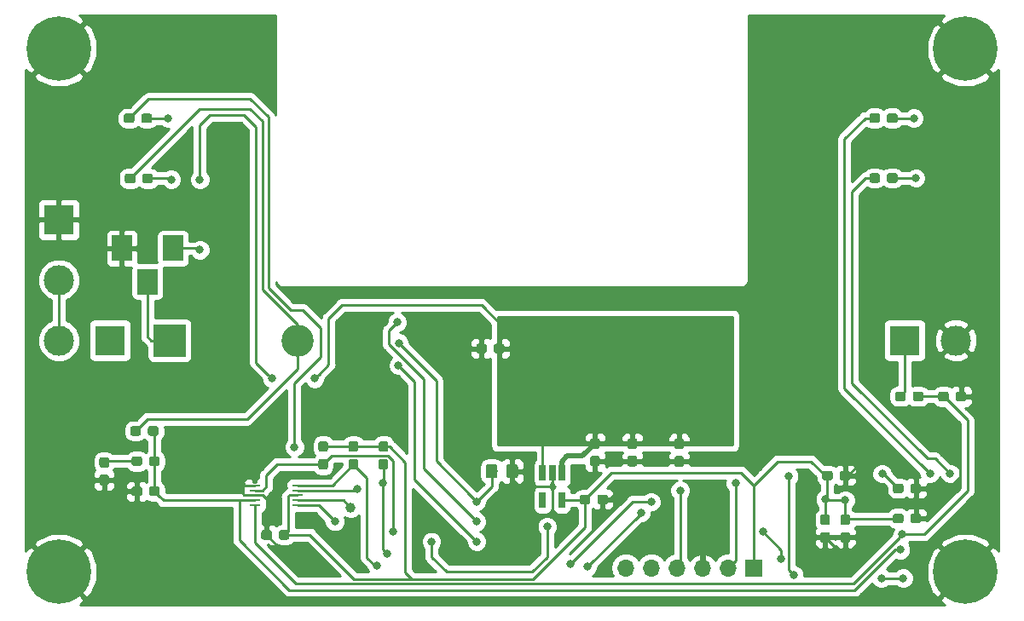
<source format=gtl>
G04 #@! TF.GenerationSoftware,KiCad,Pcbnew,5.0.2-bee76a0~70~ubuntu16.04.1*
G04 #@! TF.CreationDate,2019-03-16T14:37:54+00:00*
G04 #@! TF.ProjectId,project,70726f6a-6563-4742-9e6b-696361645f70,rev?*
G04 #@! TF.SameCoordinates,Original*
G04 #@! TF.FileFunction,Copper,L1,Top*
G04 #@! TF.FilePolarity,Positive*
%FSLAX46Y46*%
G04 Gerber Fmt 4.6, Leading zero omitted, Abs format (unit mm)*
G04 Created by KiCad (PCBNEW 5.0.2-bee76a0~70~ubuntu16.04.1) date Sat 16 Mar 2019 14:37:54 GMT*
%MOMM*%
%LPD*%
G01*
G04 APERTURE LIST*
G04 #@! TA.AperFunction,SMDPad,CuDef*
%ADD10R,2.000000X2.510000*%
G04 #@! TD*
G04 #@! TA.AperFunction,ComponentPad*
%ADD11C,3.000000*%
G04 #@! TD*
G04 #@! TA.AperFunction,ComponentPad*
%ADD12R,3.000000X3.000000*%
G04 #@! TD*
G04 #@! TA.AperFunction,Conductor*
%ADD13C,0.100000*%
G04 #@! TD*
G04 #@! TA.AperFunction,SMDPad,CuDef*
%ADD14C,0.950000*%
G04 #@! TD*
G04 #@! TA.AperFunction,ComponentPad*
%ADD15R,1.700000X1.700000*%
G04 #@! TD*
G04 #@! TA.AperFunction,ComponentPad*
%ADD16O,1.700000X1.700000*%
G04 #@! TD*
G04 #@! TA.AperFunction,SMDPad,CuDef*
%ADD17C,1.150000*%
G04 #@! TD*
G04 #@! TA.AperFunction,SMDPad,CuDef*
%ADD18R,1.100000X0.250000*%
G04 #@! TD*
G04 #@! TA.AperFunction,SMDPad,CuDef*
%ADD19R,0.650000X1.560000*%
G04 #@! TD*
G04 #@! TA.AperFunction,BGAPad,CuDef*
%ADD20C,1.000000*%
G04 #@! TD*
G04 #@! TA.AperFunction,ComponentPad*
%ADD21R,3.200000X3.200000*%
G04 #@! TD*
G04 #@! TA.AperFunction,ComponentPad*
%ADD22O,3.200000X3.200000*%
G04 #@! TD*
G04 #@! TA.AperFunction,ComponentPad*
%ADD23C,6.400000*%
G04 #@! TD*
G04 #@! TA.AperFunction,ViaPad*
%ADD24C,0.800000*%
G04 #@! TD*
G04 #@! TA.AperFunction,Conductor*
%ADD25C,0.250000*%
G04 #@! TD*
G04 #@! TA.AperFunction,Conductor*
%ADD26C,0.500000*%
G04 #@! TD*
G04 #@! TA.AperFunction,Conductor*
%ADD27C,0.254000*%
G04 #@! TD*
G04 APERTURE END LIST*
D10*
G04 #@! TO.P,J3,2*
G04 #@! TO.N,/DIODE*
X101300000Y-102155000D03*
G04 #@! TO.P,J3,1*
G04 #@! TO.N,GND*
X98760000Y-98845000D03*
G04 #@! TO.P,J3,3*
G04 #@! TO.N,+24V*
X103840000Y-98845000D03*
G04 #@! TD*
D11*
G04 #@! TO.P,BT1,3*
G04 #@! TO.N,-BATT*
X92500000Y-102000000D03*
D12*
G04 #@! TO.P,BT1,2*
G04 #@! TO.N,GND*
X92500000Y-96000000D03*
D11*
G04 #@! TO.P,BT1,3*
G04 #@! TO.N,-BATT*
X92500000Y-108000000D03*
D12*
G04 #@! TO.P,BT1,1*
G04 #@! TO.N,/DIODE*
X97580000Y-108000000D03*
G04 #@! TD*
D13*
G04 #@! TO.N,+24V*
G04 #@! TO.C,C1*
G36*
X149710779Y-117726144D02*
X149733834Y-117729563D01*
X149756443Y-117735227D01*
X149778387Y-117743079D01*
X149799457Y-117753044D01*
X149819448Y-117765026D01*
X149838168Y-117778910D01*
X149855438Y-117794562D01*
X149871090Y-117811832D01*
X149884974Y-117830552D01*
X149896956Y-117850543D01*
X149906921Y-117871613D01*
X149914773Y-117893557D01*
X149920437Y-117916166D01*
X149923856Y-117939221D01*
X149925000Y-117962500D01*
X149925000Y-118537500D01*
X149923856Y-118560779D01*
X149920437Y-118583834D01*
X149914773Y-118606443D01*
X149906921Y-118628387D01*
X149896956Y-118649457D01*
X149884974Y-118669448D01*
X149871090Y-118688168D01*
X149855438Y-118705438D01*
X149838168Y-118721090D01*
X149819448Y-118734974D01*
X149799457Y-118746956D01*
X149778387Y-118756921D01*
X149756443Y-118764773D01*
X149733834Y-118770437D01*
X149710779Y-118773856D01*
X149687500Y-118775000D01*
X149212500Y-118775000D01*
X149189221Y-118773856D01*
X149166166Y-118770437D01*
X149143557Y-118764773D01*
X149121613Y-118756921D01*
X149100543Y-118746956D01*
X149080552Y-118734974D01*
X149061832Y-118721090D01*
X149044562Y-118705438D01*
X149028910Y-118688168D01*
X149015026Y-118669448D01*
X149003044Y-118649457D01*
X148993079Y-118628387D01*
X148985227Y-118606443D01*
X148979563Y-118583834D01*
X148976144Y-118560779D01*
X148975000Y-118537500D01*
X148975000Y-117962500D01*
X148976144Y-117939221D01*
X148979563Y-117916166D01*
X148985227Y-117893557D01*
X148993079Y-117871613D01*
X149003044Y-117850543D01*
X149015026Y-117830552D01*
X149028910Y-117811832D01*
X149044562Y-117794562D01*
X149061832Y-117778910D01*
X149080552Y-117765026D01*
X149100543Y-117753044D01*
X149121613Y-117743079D01*
X149143557Y-117735227D01*
X149166166Y-117729563D01*
X149189221Y-117726144D01*
X149212500Y-117725000D01*
X149687500Y-117725000D01*
X149710779Y-117726144D01*
X149710779Y-117726144D01*
G37*
D14*
G04 #@! TD*
G04 #@! TO.P,C1,1*
G04 #@! TO.N,+24V*
X149450000Y-118250000D03*
D13*
G04 #@! TO.N,GND*
G04 #@! TO.C,C1*
G36*
X149710779Y-119476144D02*
X149733834Y-119479563D01*
X149756443Y-119485227D01*
X149778387Y-119493079D01*
X149799457Y-119503044D01*
X149819448Y-119515026D01*
X149838168Y-119528910D01*
X149855438Y-119544562D01*
X149871090Y-119561832D01*
X149884974Y-119580552D01*
X149896956Y-119600543D01*
X149906921Y-119621613D01*
X149914773Y-119643557D01*
X149920437Y-119666166D01*
X149923856Y-119689221D01*
X149925000Y-119712500D01*
X149925000Y-120287500D01*
X149923856Y-120310779D01*
X149920437Y-120333834D01*
X149914773Y-120356443D01*
X149906921Y-120378387D01*
X149896956Y-120399457D01*
X149884974Y-120419448D01*
X149871090Y-120438168D01*
X149855438Y-120455438D01*
X149838168Y-120471090D01*
X149819448Y-120484974D01*
X149799457Y-120496956D01*
X149778387Y-120506921D01*
X149756443Y-120514773D01*
X149733834Y-120520437D01*
X149710779Y-120523856D01*
X149687500Y-120525000D01*
X149212500Y-120525000D01*
X149189221Y-120523856D01*
X149166166Y-120520437D01*
X149143557Y-120514773D01*
X149121613Y-120506921D01*
X149100543Y-120496956D01*
X149080552Y-120484974D01*
X149061832Y-120471090D01*
X149044562Y-120455438D01*
X149028910Y-120438168D01*
X149015026Y-120419448D01*
X149003044Y-120399457D01*
X148993079Y-120378387D01*
X148985227Y-120356443D01*
X148979563Y-120333834D01*
X148976144Y-120310779D01*
X148975000Y-120287500D01*
X148975000Y-119712500D01*
X148976144Y-119689221D01*
X148979563Y-119666166D01*
X148985227Y-119643557D01*
X148993079Y-119621613D01*
X149003044Y-119600543D01*
X149015026Y-119580552D01*
X149028910Y-119561832D01*
X149044562Y-119544562D01*
X149061832Y-119528910D01*
X149080552Y-119515026D01*
X149100543Y-119503044D01*
X149121613Y-119493079D01*
X149143557Y-119485227D01*
X149166166Y-119479563D01*
X149189221Y-119476144D01*
X149212500Y-119475000D01*
X149687500Y-119475000D01*
X149710779Y-119476144D01*
X149710779Y-119476144D01*
G37*
D14*
G04 #@! TD*
G04 #@! TO.P,C1,2*
G04 #@! TO.N,GND*
X149450000Y-120000000D03*
D13*
G04 #@! TO.N,+3V3*
G04 #@! TO.C,C2*
G36*
X115190779Y-126856144D02*
X115213834Y-126859563D01*
X115236443Y-126865227D01*
X115258387Y-126873079D01*
X115279457Y-126883044D01*
X115299448Y-126895026D01*
X115318168Y-126908910D01*
X115335438Y-126924562D01*
X115351090Y-126941832D01*
X115364974Y-126960552D01*
X115376956Y-126980543D01*
X115386921Y-127001613D01*
X115394773Y-127023557D01*
X115400437Y-127046166D01*
X115403856Y-127069221D01*
X115405000Y-127092500D01*
X115405000Y-127567500D01*
X115403856Y-127590779D01*
X115400437Y-127613834D01*
X115394773Y-127636443D01*
X115386921Y-127658387D01*
X115376956Y-127679457D01*
X115364974Y-127699448D01*
X115351090Y-127718168D01*
X115335438Y-127735438D01*
X115318168Y-127751090D01*
X115299448Y-127764974D01*
X115279457Y-127776956D01*
X115258387Y-127786921D01*
X115236443Y-127794773D01*
X115213834Y-127800437D01*
X115190779Y-127803856D01*
X115167500Y-127805000D01*
X114592500Y-127805000D01*
X114569221Y-127803856D01*
X114546166Y-127800437D01*
X114523557Y-127794773D01*
X114501613Y-127786921D01*
X114480543Y-127776956D01*
X114460552Y-127764974D01*
X114441832Y-127751090D01*
X114424562Y-127735438D01*
X114408910Y-127718168D01*
X114395026Y-127699448D01*
X114383044Y-127679457D01*
X114373079Y-127658387D01*
X114365227Y-127636443D01*
X114359563Y-127613834D01*
X114356144Y-127590779D01*
X114355000Y-127567500D01*
X114355000Y-127092500D01*
X114356144Y-127069221D01*
X114359563Y-127046166D01*
X114365227Y-127023557D01*
X114373079Y-127001613D01*
X114383044Y-126980543D01*
X114395026Y-126960552D01*
X114408910Y-126941832D01*
X114424562Y-126924562D01*
X114441832Y-126908910D01*
X114460552Y-126895026D01*
X114480543Y-126883044D01*
X114501613Y-126873079D01*
X114523557Y-126865227D01*
X114546166Y-126859563D01*
X114569221Y-126856144D01*
X114592500Y-126855000D01*
X115167500Y-126855000D01*
X115190779Y-126856144D01*
X115190779Y-126856144D01*
G37*
D14*
G04 #@! TD*
G04 #@! TO.P,C2,1*
G04 #@! TO.N,+3V3*
X114880000Y-127330000D03*
D13*
G04 #@! TO.N,GND*
G04 #@! TO.C,C2*
G36*
X113440779Y-126856144D02*
X113463834Y-126859563D01*
X113486443Y-126865227D01*
X113508387Y-126873079D01*
X113529457Y-126883044D01*
X113549448Y-126895026D01*
X113568168Y-126908910D01*
X113585438Y-126924562D01*
X113601090Y-126941832D01*
X113614974Y-126960552D01*
X113626956Y-126980543D01*
X113636921Y-127001613D01*
X113644773Y-127023557D01*
X113650437Y-127046166D01*
X113653856Y-127069221D01*
X113655000Y-127092500D01*
X113655000Y-127567500D01*
X113653856Y-127590779D01*
X113650437Y-127613834D01*
X113644773Y-127636443D01*
X113636921Y-127658387D01*
X113626956Y-127679457D01*
X113614974Y-127699448D01*
X113601090Y-127718168D01*
X113585438Y-127735438D01*
X113568168Y-127751090D01*
X113549448Y-127764974D01*
X113529457Y-127776956D01*
X113508387Y-127786921D01*
X113486443Y-127794773D01*
X113463834Y-127800437D01*
X113440779Y-127803856D01*
X113417500Y-127805000D01*
X112842500Y-127805000D01*
X112819221Y-127803856D01*
X112796166Y-127800437D01*
X112773557Y-127794773D01*
X112751613Y-127786921D01*
X112730543Y-127776956D01*
X112710552Y-127764974D01*
X112691832Y-127751090D01*
X112674562Y-127735438D01*
X112658910Y-127718168D01*
X112645026Y-127699448D01*
X112633044Y-127679457D01*
X112623079Y-127658387D01*
X112615227Y-127636443D01*
X112609563Y-127613834D01*
X112606144Y-127590779D01*
X112605000Y-127567500D01*
X112605000Y-127092500D01*
X112606144Y-127069221D01*
X112609563Y-127046166D01*
X112615227Y-127023557D01*
X112623079Y-127001613D01*
X112633044Y-126980543D01*
X112645026Y-126960552D01*
X112658910Y-126941832D01*
X112674562Y-126924562D01*
X112691832Y-126908910D01*
X112710552Y-126895026D01*
X112730543Y-126883044D01*
X112751613Y-126873079D01*
X112773557Y-126865227D01*
X112796166Y-126859563D01*
X112819221Y-126856144D01*
X112842500Y-126855000D01*
X113417500Y-126855000D01*
X113440779Y-126856144D01*
X113440779Y-126856144D01*
G37*
D14*
G04 #@! TD*
G04 #@! TO.P,C2,2*
G04 #@! TO.N,GND*
X113130000Y-127330000D03*
D13*
G04 #@! TO.N,+24V*
G04 #@! TO.C,C3*
G36*
X146010779Y-117726144D02*
X146033834Y-117729563D01*
X146056443Y-117735227D01*
X146078387Y-117743079D01*
X146099457Y-117753044D01*
X146119448Y-117765026D01*
X146138168Y-117778910D01*
X146155438Y-117794562D01*
X146171090Y-117811832D01*
X146184974Y-117830552D01*
X146196956Y-117850543D01*
X146206921Y-117871613D01*
X146214773Y-117893557D01*
X146220437Y-117916166D01*
X146223856Y-117939221D01*
X146225000Y-117962500D01*
X146225000Y-118537500D01*
X146223856Y-118560779D01*
X146220437Y-118583834D01*
X146214773Y-118606443D01*
X146206921Y-118628387D01*
X146196956Y-118649457D01*
X146184974Y-118669448D01*
X146171090Y-118688168D01*
X146155438Y-118705438D01*
X146138168Y-118721090D01*
X146119448Y-118734974D01*
X146099457Y-118746956D01*
X146078387Y-118756921D01*
X146056443Y-118764773D01*
X146033834Y-118770437D01*
X146010779Y-118773856D01*
X145987500Y-118775000D01*
X145512500Y-118775000D01*
X145489221Y-118773856D01*
X145466166Y-118770437D01*
X145443557Y-118764773D01*
X145421613Y-118756921D01*
X145400543Y-118746956D01*
X145380552Y-118734974D01*
X145361832Y-118721090D01*
X145344562Y-118705438D01*
X145328910Y-118688168D01*
X145315026Y-118669448D01*
X145303044Y-118649457D01*
X145293079Y-118628387D01*
X145285227Y-118606443D01*
X145279563Y-118583834D01*
X145276144Y-118560779D01*
X145275000Y-118537500D01*
X145275000Y-117962500D01*
X145276144Y-117939221D01*
X145279563Y-117916166D01*
X145285227Y-117893557D01*
X145293079Y-117871613D01*
X145303044Y-117850543D01*
X145315026Y-117830552D01*
X145328910Y-117811832D01*
X145344562Y-117794562D01*
X145361832Y-117778910D01*
X145380552Y-117765026D01*
X145400543Y-117753044D01*
X145421613Y-117743079D01*
X145443557Y-117735227D01*
X145466166Y-117729563D01*
X145489221Y-117726144D01*
X145512500Y-117725000D01*
X145987500Y-117725000D01*
X146010779Y-117726144D01*
X146010779Y-117726144D01*
G37*
D14*
G04 #@! TD*
G04 #@! TO.P,C3,1*
G04 #@! TO.N,+24V*
X145750000Y-118250000D03*
D13*
G04 #@! TO.N,GND*
G04 #@! TO.C,C3*
G36*
X146010779Y-119476144D02*
X146033834Y-119479563D01*
X146056443Y-119485227D01*
X146078387Y-119493079D01*
X146099457Y-119503044D01*
X146119448Y-119515026D01*
X146138168Y-119528910D01*
X146155438Y-119544562D01*
X146171090Y-119561832D01*
X146184974Y-119580552D01*
X146196956Y-119600543D01*
X146206921Y-119621613D01*
X146214773Y-119643557D01*
X146220437Y-119666166D01*
X146223856Y-119689221D01*
X146225000Y-119712500D01*
X146225000Y-120287500D01*
X146223856Y-120310779D01*
X146220437Y-120333834D01*
X146214773Y-120356443D01*
X146206921Y-120378387D01*
X146196956Y-120399457D01*
X146184974Y-120419448D01*
X146171090Y-120438168D01*
X146155438Y-120455438D01*
X146138168Y-120471090D01*
X146119448Y-120484974D01*
X146099457Y-120496956D01*
X146078387Y-120506921D01*
X146056443Y-120514773D01*
X146033834Y-120520437D01*
X146010779Y-120523856D01*
X145987500Y-120525000D01*
X145512500Y-120525000D01*
X145489221Y-120523856D01*
X145466166Y-120520437D01*
X145443557Y-120514773D01*
X145421613Y-120506921D01*
X145400543Y-120496956D01*
X145380552Y-120484974D01*
X145361832Y-120471090D01*
X145344562Y-120455438D01*
X145328910Y-120438168D01*
X145315026Y-120419448D01*
X145303044Y-120399457D01*
X145293079Y-120378387D01*
X145285227Y-120356443D01*
X145279563Y-120333834D01*
X145276144Y-120310779D01*
X145275000Y-120287500D01*
X145275000Y-119712500D01*
X145276144Y-119689221D01*
X145279563Y-119666166D01*
X145285227Y-119643557D01*
X145293079Y-119621613D01*
X145303044Y-119600543D01*
X145315026Y-119580552D01*
X145328910Y-119561832D01*
X145344562Y-119544562D01*
X145361832Y-119528910D01*
X145380552Y-119515026D01*
X145400543Y-119503044D01*
X145421613Y-119493079D01*
X145443557Y-119485227D01*
X145466166Y-119479563D01*
X145489221Y-119476144D01*
X145512500Y-119475000D01*
X145987500Y-119475000D01*
X146010779Y-119476144D01*
X146010779Y-119476144D01*
G37*
D14*
G04 #@! TD*
G04 #@! TO.P,C3,2*
G04 #@! TO.N,GND*
X145750000Y-120000000D03*
D13*
G04 #@! TO.N,GND*
G04 #@! TO.C,C4*
G36*
X170885779Y-120951144D02*
X170908834Y-120954563D01*
X170931443Y-120960227D01*
X170953387Y-120968079D01*
X170974457Y-120978044D01*
X170994448Y-120990026D01*
X171013168Y-121003910D01*
X171030438Y-121019562D01*
X171046090Y-121036832D01*
X171059974Y-121055552D01*
X171071956Y-121075543D01*
X171081921Y-121096613D01*
X171089773Y-121118557D01*
X171095437Y-121141166D01*
X171098856Y-121164221D01*
X171100000Y-121187500D01*
X171100000Y-121662500D01*
X171098856Y-121685779D01*
X171095437Y-121708834D01*
X171089773Y-121731443D01*
X171081921Y-121753387D01*
X171071956Y-121774457D01*
X171059974Y-121794448D01*
X171046090Y-121813168D01*
X171030438Y-121830438D01*
X171013168Y-121846090D01*
X170994448Y-121859974D01*
X170974457Y-121871956D01*
X170953387Y-121881921D01*
X170931443Y-121889773D01*
X170908834Y-121895437D01*
X170885779Y-121898856D01*
X170862500Y-121900000D01*
X170287500Y-121900000D01*
X170264221Y-121898856D01*
X170241166Y-121895437D01*
X170218557Y-121889773D01*
X170196613Y-121881921D01*
X170175543Y-121871956D01*
X170155552Y-121859974D01*
X170136832Y-121846090D01*
X170119562Y-121830438D01*
X170103910Y-121813168D01*
X170090026Y-121794448D01*
X170078044Y-121774457D01*
X170068079Y-121753387D01*
X170060227Y-121731443D01*
X170054563Y-121708834D01*
X170051144Y-121685779D01*
X170050000Y-121662500D01*
X170050000Y-121187500D01*
X170051144Y-121164221D01*
X170054563Y-121141166D01*
X170060227Y-121118557D01*
X170068079Y-121096613D01*
X170078044Y-121075543D01*
X170090026Y-121055552D01*
X170103910Y-121036832D01*
X170119562Y-121019562D01*
X170136832Y-121003910D01*
X170155552Y-120990026D01*
X170175543Y-120978044D01*
X170196613Y-120968079D01*
X170218557Y-120960227D01*
X170241166Y-120954563D01*
X170264221Y-120951144D01*
X170287500Y-120950000D01*
X170862500Y-120950000D01*
X170885779Y-120951144D01*
X170885779Y-120951144D01*
G37*
D14*
G04 #@! TD*
G04 #@! TO.P,C4,2*
G04 #@! TO.N,GND*
X170575000Y-121425000D03*
D13*
G04 #@! TO.N,+3V3*
G04 #@! TO.C,C4*
G36*
X169135779Y-120951144D02*
X169158834Y-120954563D01*
X169181443Y-120960227D01*
X169203387Y-120968079D01*
X169224457Y-120978044D01*
X169244448Y-120990026D01*
X169263168Y-121003910D01*
X169280438Y-121019562D01*
X169296090Y-121036832D01*
X169309974Y-121055552D01*
X169321956Y-121075543D01*
X169331921Y-121096613D01*
X169339773Y-121118557D01*
X169345437Y-121141166D01*
X169348856Y-121164221D01*
X169350000Y-121187500D01*
X169350000Y-121662500D01*
X169348856Y-121685779D01*
X169345437Y-121708834D01*
X169339773Y-121731443D01*
X169331921Y-121753387D01*
X169321956Y-121774457D01*
X169309974Y-121794448D01*
X169296090Y-121813168D01*
X169280438Y-121830438D01*
X169263168Y-121846090D01*
X169244448Y-121859974D01*
X169224457Y-121871956D01*
X169203387Y-121881921D01*
X169181443Y-121889773D01*
X169158834Y-121895437D01*
X169135779Y-121898856D01*
X169112500Y-121900000D01*
X168537500Y-121900000D01*
X168514221Y-121898856D01*
X168491166Y-121895437D01*
X168468557Y-121889773D01*
X168446613Y-121881921D01*
X168425543Y-121871956D01*
X168405552Y-121859974D01*
X168386832Y-121846090D01*
X168369562Y-121830438D01*
X168353910Y-121813168D01*
X168340026Y-121794448D01*
X168328044Y-121774457D01*
X168318079Y-121753387D01*
X168310227Y-121731443D01*
X168304563Y-121708834D01*
X168301144Y-121685779D01*
X168300000Y-121662500D01*
X168300000Y-121187500D01*
X168301144Y-121164221D01*
X168304563Y-121141166D01*
X168310227Y-121118557D01*
X168318079Y-121096613D01*
X168328044Y-121075543D01*
X168340026Y-121055552D01*
X168353910Y-121036832D01*
X168369562Y-121019562D01*
X168386832Y-121003910D01*
X168405552Y-120990026D01*
X168425543Y-120978044D01*
X168446613Y-120968079D01*
X168468557Y-120960227D01*
X168491166Y-120954563D01*
X168514221Y-120951144D01*
X168537500Y-120950000D01*
X169112500Y-120950000D01*
X169135779Y-120951144D01*
X169135779Y-120951144D01*
G37*
D14*
G04 #@! TD*
G04 #@! TO.P,C4,1*
G04 #@! TO.N,+3V3*
X168825000Y-121425000D03*
D13*
G04 #@! TO.N,GND*
G04 #@! TO.C,C5*
G36*
X146810779Y-123326144D02*
X146833834Y-123329563D01*
X146856443Y-123335227D01*
X146878387Y-123343079D01*
X146899457Y-123353044D01*
X146919448Y-123365026D01*
X146938168Y-123378910D01*
X146955438Y-123394562D01*
X146971090Y-123411832D01*
X146984974Y-123430552D01*
X146996956Y-123450543D01*
X147006921Y-123471613D01*
X147014773Y-123493557D01*
X147020437Y-123516166D01*
X147023856Y-123539221D01*
X147025000Y-123562500D01*
X147025000Y-124037500D01*
X147023856Y-124060779D01*
X147020437Y-124083834D01*
X147014773Y-124106443D01*
X147006921Y-124128387D01*
X146996956Y-124149457D01*
X146984974Y-124169448D01*
X146971090Y-124188168D01*
X146955438Y-124205438D01*
X146938168Y-124221090D01*
X146919448Y-124234974D01*
X146899457Y-124246956D01*
X146878387Y-124256921D01*
X146856443Y-124264773D01*
X146833834Y-124270437D01*
X146810779Y-124273856D01*
X146787500Y-124275000D01*
X146212500Y-124275000D01*
X146189221Y-124273856D01*
X146166166Y-124270437D01*
X146143557Y-124264773D01*
X146121613Y-124256921D01*
X146100543Y-124246956D01*
X146080552Y-124234974D01*
X146061832Y-124221090D01*
X146044562Y-124205438D01*
X146028910Y-124188168D01*
X146015026Y-124169448D01*
X146003044Y-124149457D01*
X145993079Y-124128387D01*
X145985227Y-124106443D01*
X145979563Y-124083834D01*
X145976144Y-124060779D01*
X145975000Y-124037500D01*
X145975000Y-123562500D01*
X145976144Y-123539221D01*
X145979563Y-123516166D01*
X145985227Y-123493557D01*
X145993079Y-123471613D01*
X146003044Y-123450543D01*
X146015026Y-123430552D01*
X146028910Y-123411832D01*
X146044562Y-123394562D01*
X146061832Y-123378910D01*
X146080552Y-123365026D01*
X146100543Y-123353044D01*
X146121613Y-123343079D01*
X146143557Y-123335227D01*
X146166166Y-123329563D01*
X146189221Y-123326144D01*
X146212500Y-123325000D01*
X146787500Y-123325000D01*
X146810779Y-123326144D01*
X146810779Y-123326144D01*
G37*
D14*
G04 #@! TD*
G04 #@! TO.P,C5,2*
G04 #@! TO.N,GND*
X146500000Y-123800000D03*
D13*
G04 #@! TO.N,+3V3*
G04 #@! TO.C,C5*
G36*
X145060779Y-123326144D02*
X145083834Y-123329563D01*
X145106443Y-123335227D01*
X145128387Y-123343079D01*
X145149457Y-123353044D01*
X145169448Y-123365026D01*
X145188168Y-123378910D01*
X145205438Y-123394562D01*
X145221090Y-123411832D01*
X145234974Y-123430552D01*
X145246956Y-123450543D01*
X145256921Y-123471613D01*
X145264773Y-123493557D01*
X145270437Y-123516166D01*
X145273856Y-123539221D01*
X145275000Y-123562500D01*
X145275000Y-124037500D01*
X145273856Y-124060779D01*
X145270437Y-124083834D01*
X145264773Y-124106443D01*
X145256921Y-124128387D01*
X145246956Y-124149457D01*
X145234974Y-124169448D01*
X145221090Y-124188168D01*
X145205438Y-124205438D01*
X145188168Y-124221090D01*
X145169448Y-124234974D01*
X145149457Y-124246956D01*
X145128387Y-124256921D01*
X145106443Y-124264773D01*
X145083834Y-124270437D01*
X145060779Y-124273856D01*
X145037500Y-124275000D01*
X144462500Y-124275000D01*
X144439221Y-124273856D01*
X144416166Y-124270437D01*
X144393557Y-124264773D01*
X144371613Y-124256921D01*
X144350543Y-124246956D01*
X144330552Y-124234974D01*
X144311832Y-124221090D01*
X144294562Y-124205438D01*
X144278910Y-124188168D01*
X144265026Y-124169448D01*
X144253044Y-124149457D01*
X144243079Y-124128387D01*
X144235227Y-124106443D01*
X144229563Y-124083834D01*
X144226144Y-124060779D01*
X144225000Y-124037500D01*
X144225000Y-123562500D01*
X144226144Y-123539221D01*
X144229563Y-123516166D01*
X144235227Y-123493557D01*
X144243079Y-123471613D01*
X144253044Y-123450543D01*
X144265026Y-123430552D01*
X144278910Y-123411832D01*
X144294562Y-123394562D01*
X144311832Y-123378910D01*
X144330552Y-123365026D01*
X144350543Y-123353044D01*
X144371613Y-123343079D01*
X144393557Y-123335227D01*
X144416166Y-123329563D01*
X144439221Y-123326144D01*
X144462500Y-123325000D01*
X145037500Y-123325000D01*
X145060779Y-123326144D01*
X145060779Y-123326144D01*
G37*
D14*
G04 #@! TD*
G04 #@! TO.P,C5,1*
G04 #@! TO.N,+3V3*
X144750000Y-123800000D03*
D13*
G04 #@! TO.N,+3V3*
G04 #@! TO.C,C6*
G36*
X168860779Y-125301144D02*
X168883834Y-125304563D01*
X168906443Y-125310227D01*
X168928387Y-125318079D01*
X168949457Y-125328044D01*
X168969448Y-125340026D01*
X168988168Y-125353910D01*
X169005438Y-125369562D01*
X169021090Y-125386832D01*
X169034974Y-125405552D01*
X169046956Y-125425543D01*
X169056921Y-125446613D01*
X169064773Y-125468557D01*
X169070437Y-125491166D01*
X169073856Y-125514221D01*
X169075000Y-125537500D01*
X169075000Y-126112500D01*
X169073856Y-126135779D01*
X169070437Y-126158834D01*
X169064773Y-126181443D01*
X169056921Y-126203387D01*
X169046956Y-126224457D01*
X169034974Y-126244448D01*
X169021090Y-126263168D01*
X169005438Y-126280438D01*
X168988168Y-126296090D01*
X168969448Y-126309974D01*
X168949457Y-126321956D01*
X168928387Y-126331921D01*
X168906443Y-126339773D01*
X168883834Y-126345437D01*
X168860779Y-126348856D01*
X168837500Y-126350000D01*
X168362500Y-126350000D01*
X168339221Y-126348856D01*
X168316166Y-126345437D01*
X168293557Y-126339773D01*
X168271613Y-126331921D01*
X168250543Y-126321956D01*
X168230552Y-126309974D01*
X168211832Y-126296090D01*
X168194562Y-126280438D01*
X168178910Y-126263168D01*
X168165026Y-126244448D01*
X168153044Y-126224457D01*
X168143079Y-126203387D01*
X168135227Y-126181443D01*
X168129563Y-126158834D01*
X168126144Y-126135779D01*
X168125000Y-126112500D01*
X168125000Y-125537500D01*
X168126144Y-125514221D01*
X168129563Y-125491166D01*
X168135227Y-125468557D01*
X168143079Y-125446613D01*
X168153044Y-125425543D01*
X168165026Y-125405552D01*
X168178910Y-125386832D01*
X168194562Y-125369562D01*
X168211832Y-125353910D01*
X168230552Y-125340026D01*
X168250543Y-125328044D01*
X168271613Y-125318079D01*
X168293557Y-125310227D01*
X168316166Y-125304563D01*
X168339221Y-125301144D01*
X168362500Y-125300000D01*
X168837500Y-125300000D01*
X168860779Y-125301144D01*
X168860779Y-125301144D01*
G37*
D14*
G04 #@! TD*
G04 #@! TO.P,C6,1*
G04 #@! TO.N,+3V3*
X168600000Y-125825000D03*
D13*
G04 #@! TO.N,GND*
G04 #@! TO.C,C6*
G36*
X168860779Y-127051144D02*
X168883834Y-127054563D01*
X168906443Y-127060227D01*
X168928387Y-127068079D01*
X168949457Y-127078044D01*
X168969448Y-127090026D01*
X168988168Y-127103910D01*
X169005438Y-127119562D01*
X169021090Y-127136832D01*
X169034974Y-127155552D01*
X169046956Y-127175543D01*
X169056921Y-127196613D01*
X169064773Y-127218557D01*
X169070437Y-127241166D01*
X169073856Y-127264221D01*
X169075000Y-127287500D01*
X169075000Y-127862500D01*
X169073856Y-127885779D01*
X169070437Y-127908834D01*
X169064773Y-127931443D01*
X169056921Y-127953387D01*
X169046956Y-127974457D01*
X169034974Y-127994448D01*
X169021090Y-128013168D01*
X169005438Y-128030438D01*
X168988168Y-128046090D01*
X168969448Y-128059974D01*
X168949457Y-128071956D01*
X168928387Y-128081921D01*
X168906443Y-128089773D01*
X168883834Y-128095437D01*
X168860779Y-128098856D01*
X168837500Y-128100000D01*
X168362500Y-128100000D01*
X168339221Y-128098856D01*
X168316166Y-128095437D01*
X168293557Y-128089773D01*
X168271613Y-128081921D01*
X168250543Y-128071956D01*
X168230552Y-128059974D01*
X168211832Y-128046090D01*
X168194562Y-128030438D01*
X168178910Y-128013168D01*
X168165026Y-127994448D01*
X168153044Y-127974457D01*
X168143079Y-127953387D01*
X168135227Y-127931443D01*
X168129563Y-127908834D01*
X168126144Y-127885779D01*
X168125000Y-127862500D01*
X168125000Y-127287500D01*
X168126144Y-127264221D01*
X168129563Y-127241166D01*
X168135227Y-127218557D01*
X168143079Y-127196613D01*
X168153044Y-127175543D01*
X168165026Y-127155552D01*
X168178910Y-127136832D01*
X168194562Y-127119562D01*
X168211832Y-127103910D01*
X168230552Y-127090026D01*
X168250543Y-127078044D01*
X168271613Y-127068079D01*
X168293557Y-127060227D01*
X168316166Y-127054563D01*
X168339221Y-127051144D01*
X168362500Y-127050000D01*
X168837500Y-127050000D01*
X168860779Y-127051144D01*
X168860779Y-127051144D01*
G37*
D14*
G04 #@! TD*
G04 #@! TO.P,C6,2*
G04 #@! TO.N,GND*
X168600000Y-127575000D03*
D13*
G04 #@! TO.N,GND*
G04 #@! TO.C,C7*
G36*
X170860779Y-127051144D02*
X170883834Y-127054563D01*
X170906443Y-127060227D01*
X170928387Y-127068079D01*
X170949457Y-127078044D01*
X170969448Y-127090026D01*
X170988168Y-127103910D01*
X171005438Y-127119562D01*
X171021090Y-127136832D01*
X171034974Y-127155552D01*
X171046956Y-127175543D01*
X171056921Y-127196613D01*
X171064773Y-127218557D01*
X171070437Y-127241166D01*
X171073856Y-127264221D01*
X171075000Y-127287500D01*
X171075000Y-127862500D01*
X171073856Y-127885779D01*
X171070437Y-127908834D01*
X171064773Y-127931443D01*
X171056921Y-127953387D01*
X171046956Y-127974457D01*
X171034974Y-127994448D01*
X171021090Y-128013168D01*
X171005438Y-128030438D01*
X170988168Y-128046090D01*
X170969448Y-128059974D01*
X170949457Y-128071956D01*
X170928387Y-128081921D01*
X170906443Y-128089773D01*
X170883834Y-128095437D01*
X170860779Y-128098856D01*
X170837500Y-128100000D01*
X170362500Y-128100000D01*
X170339221Y-128098856D01*
X170316166Y-128095437D01*
X170293557Y-128089773D01*
X170271613Y-128081921D01*
X170250543Y-128071956D01*
X170230552Y-128059974D01*
X170211832Y-128046090D01*
X170194562Y-128030438D01*
X170178910Y-128013168D01*
X170165026Y-127994448D01*
X170153044Y-127974457D01*
X170143079Y-127953387D01*
X170135227Y-127931443D01*
X170129563Y-127908834D01*
X170126144Y-127885779D01*
X170125000Y-127862500D01*
X170125000Y-127287500D01*
X170126144Y-127264221D01*
X170129563Y-127241166D01*
X170135227Y-127218557D01*
X170143079Y-127196613D01*
X170153044Y-127175543D01*
X170165026Y-127155552D01*
X170178910Y-127136832D01*
X170194562Y-127119562D01*
X170211832Y-127103910D01*
X170230552Y-127090026D01*
X170250543Y-127078044D01*
X170271613Y-127068079D01*
X170293557Y-127060227D01*
X170316166Y-127054563D01*
X170339221Y-127051144D01*
X170362500Y-127050000D01*
X170837500Y-127050000D01*
X170860779Y-127051144D01*
X170860779Y-127051144D01*
G37*
D14*
G04 #@! TD*
G04 #@! TO.P,C7,2*
G04 #@! TO.N,GND*
X170600000Y-127575000D03*
D13*
G04 #@! TO.N,+3V3*
G04 #@! TO.C,C7*
G36*
X170860779Y-125301144D02*
X170883834Y-125304563D01*
X170906443Y-125310227D01*
X170928387Y-125318079D01*
X170949457Y-125328044D01*
X170969448Y-125340026D01*
X170988168Y-125353910D01*
X171005438Y-125369562D01*
X171021090Y-125386832D01*
X171034974Y-125405552D01*
X171046956Y-125425543D01*
X171056921Y-125446613D01*
X171064773Y-125468557D01*
X171070437Y-125491166D01*
X171073856Y-125514221D01*
X171075000Y-125537500D01*
X171075000Y-126112500D01*
X171073856Y-126135779D01*
X171070437Y-126158834D01*
X171064773Y-126181443D01*
X171056921Y-126203387D01*
X171046956Y-126224457D01*
X171034974Y-126244448D01*
X171021090Y-126263168D01*
X171005438Y-126280438D01*
X170988168Y-126296090D01*
X170969448Y-126309974D01*
X170949457Y-126321956D01*
X170928387Y-126331921D01*
X170906443Y-126339773D01*
X170883834Y-126345437D01*
X170860779Y-126348856D01*
X170837500Y-126350000D01*
X170362500Y-126350000D01*
X170339221Y-126348856D01*
X170316166Y-126345437D01*
X170293557Y-126339773D01*
X170271613Y-126331921D01*
X170250543Y-126321956D01*
X170230552Y-126309974D01*
X170211832Y-126296090D01*
X170194562Y-126280438D01*
X170178910Y-126263168D01*
X170165026Y-126244448D01*
X170153044Y-126224457D01*
X170143079Y-126203387D01*
X170135227Y-126181443D01*
X170129563Y-126158834D01*
X170126144Y-126135779D01*
X170125000Y-126112500D01*
X170125000Y-125537500D01*
X170126144Y-125514221D01*
X170129563Y-125491166D01*
X170135227Y-125468557D01*
X170143079Y-125446613D01*
X170153044Y-125425543D01*
X170165026Y-125405552D01*
X170178910Y-125386832D01*
X170194562Y-125369562D01*
X170211832Y-125353910D01*
X170230552Y-125340026D01*
X170250543Y-125328044D01*
X170271613Y-125318079D01*
X170293557Y-125310227D01*
X170316166Y-125304563D01*
X170339221Y-125301144D01*
X170362500Y-125300000D01*
X170837500Y-125300000D01*
X170860779Y-125301144D01*
X170860779Y-125301144D01*
G37*
D14*
G04 #@! TD*
G04 #@! TO.P,C7,1*
G04 #@! TO.N,+3V3*
X170600000Y-125825000D03*
D13*
G04 #@! TO.N,+3V3*
G04 #@! TO.C,C8*
G36*
X176160779Y-125226144D02*
X176183834Y-125229563D01*
X176206443Y-125235227D01*
X176228387Y-125243079D01*
X176249457Y-125253044D01*
X176269448Y-125265026D01*
X176288168Y-125278910D01*
X176305438Y-125294562D01*
X176321090Y-125311832D01*
X176334974Y-125330552D01*
X176346956Y-125350543D01*
X176356921Y-125371613D01*
X176364773Y-125393557D01*
X176370437Y-125416166D01*
X176373856Y-125439221D01*
X176375000Y-125462500D01*
X176375000Y-125937500D01*
X176373856Y-125960779D01*
X176370437Y-125983834D01*
X176364773Y-126006443D01*
X176356921Y-126028387D01*
X176346956Y-126049457D01*
X176334974Y-126069448D01*
X176321090Y-126088168D01*
X176305438Y-126105438D01*
X176288168Y-126121090D01*
X176269448Y-126134974D01*
X176249457Y-126146956D01*
X176228387Y-126156921D01*
X176206443Y-126164773D01*
X176183834Y-126170437D01*
X176160779Y-126173856D01*
X176137500Y-126175000D01*
X175562500Y-126175000D01*
X175539221Y-126173856D01*
X175516166Y-126170437D01*
X175493557Y-126164773D01*
X175471613Y-126156921D01*
X175450543Y-126146956D01*
X175430552Y-126134974D01*
X175411832Y-126121090D01*
X175394562Y-126105438D01*
X175378910Y-126088168D01*
X175365026Y-126069448D01*
X175353044Y-126049457D01*
X175343079Y-126028387D01*
X175335227Y-126006443D01*
X175329563Y-125983834D01*
X175326144Y-125960779D01*
X175325000Y-125937500D01*
X175325000Y-125462500D01*
X175326144Y-125439221D01*
X175329563Y-125416166D01*
X175335227Y-125393557D01*
X175343079Y-125371613D01*
X175353044Y-125350543D01*
X175365026Y-125330552D01*
X175378910Y-125311832D01*
X175394562Y-125294562D01*
X175411832Y-125278910D01*
X175430552Y-125265026D01*
X175450543Y-125253044D01*
X175471613Y-125243079D01*
X175493557Y-125235227D01*
X175516166Y-125229563D01*
X175539221Y-125226144D01*
X175562500Y-125225000D01*
X176137500Y-125225000D01*
X176160779Y-125226144D01*
X176160779Y-125226144D01*
G37*
D14*
G04 #@! TD*
G04 #@! TO.P,C8,1*
G04 #@! TO.N,+3V3*
X175850000Y-125700000D03*
D13*
G04 #@! TO.N,GND*
G04 #@! TO.C,C8*
G36*
X177910779Y-125226144D02*
X177933834Y-125229563D01*
X177956443Y-125235227D01*
X177978387Y-125243079D01*
X177999457Y-125253044D01*
X178019448Y-125265026D01*
X178038168Y-125278910D01*
X178055438Y-125294562D01*
X178071090Y-125311832D01*
X178084974Y-125330552D01*
X178096956Y-125350543D01*
X178106921Y-125371613D01*
X178114773Y-125393557D01*
X178120437Y-125416166D01*
X178123856Y-125439221D01*
X178125000Y-125462500D01*
X178125000Y-125937500D01*
X178123856Y-125960779D01*
X178120437Y-125983834D01*
X178114773Y-126006443D01*
X178106921Y-126028387D01*
X178096956Y-126049457D01*
X178084974Y-126069448D01*
X178071090Y-126088168D01*
X178055438Y-126105438D01*
X178038168Y-126121090D01*
X178019448Y-126134974D01*
X177999457Y-126146956D01*
X177978387Y-126156921D01*
X177956443Y-126164773D01*
X177933834Y-126170437D01*
X177910779Y-126173856D01*
X177887500Y-126175000D01*
X177312500Y-126175000D01*
X177289221Y-126173856D01*
X177266166Y-126170437D01*
X177243557Y-126164773D01*
X177221613Y-126156921D01*
X177200543Y-126146956D01*
X177180552Y-126134974D01*
X177161832Y-126121090D01*
X177144562Y-126105438D01*
X177128910Y-126088168D01*
X177115026Y-126069448D01*
X177103044Y-126049457D01*
X177093079Y-126028387D01*
X177085227Y-126006443D01*
X177079563Y-125983834D01*
X177076144Y-125960779D01*
X177075000Y-125937500D01*
X177075000Y-125462500D01*
X177076144Y-125439221D01*
X177079563Y-125416166D01*
X177085227Y-125393557D01*
X177093079Y-125371613D01*
X177103044Y-125350543D01*
X177115026Y-125330552D01*
X177128910Y-125311832D01*
X177144562Y-125294562D01*
X177161832Y-125278910D01*
X177180552Y-125265026D01*
X177200543Y-125253044D01*
X177221613Y-125243079D01*
X177243557Y-125235227D01*
X177266166Y-125229563D01*
X177289221Y-125226144D01*
X177312500Y-125225000D01*
X177887500Y-125225000D01*
X177910779Y-125226144D01*
X177910779Y-125226144D01*
G37*
D14*
G04 #@! TD*
G04 #@! TO.P,C8,2*
G04 #@! TO.N,GND*
X177600000Y-125700000D03*
D13*
G04 #@! TO.N,GND*
G04 #@! TO.C,C9*
G36*
X97260779Y-121351144D02*
X97283834Y-121354563D01*
X97306443Y-121360227D01*
X97328387Y-121368079D01*
X97349457Y-121378044D01*
X97369448Y-121390026D01*
X97388168Y-121403910D01*
X97405438Y-121419562D01*
X97421090Y-121436832D01*
X97434974Y-121455552D01*
X97446956Y-121475543D01*
X97456921Y-121496613D01*
X97464773Y-121518557D01*
X97470437Y-121541166D01*
X97473856Y-121564221D01*
X97475000Y-121587500D01*
X97475000Y-122162500D01*
X97473856Y-122185779D01*
X97470437Y-122208834D01*
X97464773Y-122231443D01*
X97456921Y-122253387D01*
X97446956Y-122274457D01*
X97434974Y-122294448D01*
X97421090Y-122313168D01*
X97405438Y-122330438D01*
X97388168Y-122346090D01*
X97369448Y-122359974D01*
X97349457Y-122371956D01*
X97328387Y-122381921D01*
X97306443Y-122389773D01*
X97283834Y-122395437D01*
X97260779Y-122398856D01*
X97237500Y-122400000D01*
X96762500Y-122400000D01*
X96739221Y-122398856D01*
X96716166Y-122395437D01*
X96693557Y-122389773D01*
X96671613Y-122381921D01*
X96650543Y-122371956D01*
X96630552Y-122359974D01*
X96611832Y-122346090D01*
X96594562Y-122330438D01*
X96578910Y-122313168D01*
X96565026Y-122294448D01*
X96553044Y-122274457D01*
X96543079Y-122253387D01*
X96535227Y-122231443D01*
X96529563Y-122208834D01*
X96526144Y-122185779D01*
X96525000Y-122162500D01*
X96525000Y-121587500D01*
X96526144Y-121564221D01*
X96529563Y-121541166D01*
X96535227Y-121518557D01*
X96543079Y-121496613D01*
X96553044Y-121475543D01*
X96565026Y-121455552D01*
X96578910Y-121436832D01*
X96594562Y-121419562D01*
X96611832Y-121403910D01*
X96630552Y-121390026D01*
X96650543Y-121378044D01*
X96671613Y-121368079D01*
X96693557Y-121360227D01*
X96716166Y-121354563D01*
X96739221Y-121351144D01*
X96762500Y-121350000D01*
X97237500Y-121350000D01*
X97260779Y-121351144D01*
X97260779Y-121351144D01*
G37*
D14*
G04 #@! TD*
G04 #@! TO.P,C9,2*
G04 #@! TO.N,GND*
X97000000Y-121875000D03*
D13*
G04 #@! TO.N,Net-(C9-Pad1)*
G04 #@! TO.C,C9*
G36*
X97260779Y-119601144D02*
X97283834Y-119604563D01*
X97306443Y-119610227D01*
X97328387Y-119618079D01*
X97349457Y-119628044D01*
X97369448Y-119640026D01*
X97388168Y-119653910D01*
X97405438Y-119669562D01*
X97421090Y-119686832D01*
X97434974Y-119705552D01*
X97446956Y-119725543D01*
X97456921Y-119746613D01*
X97464773Y-119768557D01*
X97470437Y-119791166D01*
X97473856Y-119814221D01*
X97475000Y-119837500D01*
X97475000Y-120412500D01*
X97473856Y-120435779D01*
X97470437Y-120458834D01*
X97464773Y-120481443D01*
X97456921Y-120503387D01*
X97446956Y-120524457D01*
X97434974Y-120544448D01*
X97421090Y-120563168D01*
X97405438Y-120580438D01*
X97388168Y-120596090D01*
X97369448Y-120609974D01*
X97349457Y-120621956D01*
X97328387Y-120631921D01*
X97306443Y-120639773D01*
X97283834Y-120645437D01*
X97260779Y-120648856D01*
X97237500Y-120650000D01*
X96762500Y-120650000D01*
X96739221Y-120648856D01*
X96716166Y-120645437D01*
X96693557Y-120639773D01*
X96671613Y-120631921D01*
X96650543Y-120621956D01*
X96630552Y-120609974D01*
X96611832Y-120596090D01*
X96594562Y-120580438D01*
X96578910Y-120563168D01*
X96565026Y-120544448D01*
X96553044Y-120524457D01*
X96543079Y-120503387D01*
X96535227Y-120481443D01*
X96529563Y-120458834D01*
X96526144Y-120435779D01*
X96525000Y-120412500D01*
X96525000Y-119837500D01*
X96526144Y-119814221D01*
X96529563Y-119791166D01*
X96535227Y-119768557D01*
X96543079Y-119746613D01*
X96553044Y-119725543D01*
X96565026Y-119705552D01*
X96578910Y-119686832D01*
X96594562Y-119669562D01*
X96611832Y-119653910D01*
X96630552Y-119640026D01*
X96650543Y-119628044D01*
X96671613Y-119618079D01*
X96693557Y-119610227D01*
X96716166Y-119604563D01*
X96739221Y-119601144D01*
X96762500Y-119600000D01*
X97237500Y-119600000D01*
X97260779Y-119601144D01*
X97260779Y-119601144D01*
G37*
D14*
G04 #@! TD*
G04 #@! TO.P,C9,1*
G04 #@! TO.N,Net-(C9-Pad1)*
X97000000Y-120125000D03*
D13*
G04 #@! TO.N,+24V*
G04 #@! TO.C,C10*
G36*
X136535779Y-108326144D02*
X136558834Y-108329563D01*
X136581443Y-108335227D01*
X136603387Y-108343079D01*
X136624457Y-108353044D01*
X136644448Y-108365026D01*
X136663168Y-108378910D01*
X136680438Y-108394562D01*
X136696090Y-108411832D01*
X136709974Y-108430552D01*
X136721956Y-108450543D01*
X136731921Y-108471613D01*
X136739773Y-108493557D01*
X136745437Y-108516166D01*
X136748856Y-108539221D01*
X136750000Y-108562500D01*
X136750000Y-109037500D01*
X136748856Y-109060779D01*
X136745437Y-109083834D01*
X136739773Y-109106443D01*
X136731921Y-109128387D01*
X136721956Y-109149457D01*
X136709974Y-109169448D01*
X136696090Y-109188168D01*
X136680438Y-109205438D01*
X136663168Y-109221090D01*
X136644448Y-109234974D01*
X136624457Y-109246956D01*
X136603387Y-109256921D01*
X136581443Y-109264773D01*
X136558834Y-109270437D01*
X136535779Y-109273856D01*
X136512500Y-109275000D01*
X135937500Y-109275000D01*
X135914221Y-109273856D01*
X135891166Y-109270437D01*
X135868557Y-109264773D01*
X135846613Y-109256921D01*
X135825543Y-109246956D01*
X135805552Y-109234974D01*
X135786832Y-109221090D01*
X135769562Y-109205438D01*
X135753910Y-109188168D01*
X135740026Y-109169448D01*
X135728044Y-109149457D01*
X135718079Y-109128387D01*
X135710227Y-109106443D01*
X135704563Y-109083834D01*
X135701144Y-109060779D01*
X135700000Y-109037500D01*
X135700000Y-108562500D01*
X135701144Y-108539221D01*
X135704563Y-108516166D01*
X135710227Y-108493557D01*
X135718079Y-108471613D01*
X135728044Y-108450543D01*
X135740026Y-108430552D01*
X135753910Y-108411832D01*
X135769562Y-108394562D01*
X135786832Y-108378910D01*
X135805552Y-108365026D01*
X135825543Y-108353044D01*
X135846613Y-108343079D01*
X135868557Y-108335227D01*
X135891166Y-108329563D01*
X135914221Y-108326144D01*
X135937500Y-108325000D01*
X136512500Y-108325000D01*
X136535779Y-108326144D01*
X136535779Y-108326144D01*
G37*
D14*
G04 #@! TD*
G04 #@! TO.P,C10,1*
G04 #@! TO.N,+24V*
X136225000Y-108800000D03*
D13*
G04 #@! TO.N,GND*
G04 #@! TO.C,C10*
G36*
X134785779Y-108326144D02*
X134808834Y-108329563D01*
X134831443Y-108335227D01*
X134853387Y-108343079D01*
X134874457Y-108353044D01*
X134894448Y-108365026D01*
X134913168Y-108378910D01*
X134930438Y-108394562D01*
X134946090Y-108411832D01*
X134959974Y-108430552D01*
X134971956Y-108450543D01*
X134981921Y-108471613D01*
X134989773Y-108493557D01*
X134995437Y-108516166D01*
X134998856Y-108539221D01*
X135000000Y-108562500D01*
X135000000Y-109037500D01*
X134998856Y-109060779D01*
X134995437Y-109083834D01*
X134989773Y-109106443D01*
X134981921Y-109128387D01*
X134971956Y-109149457D01*
X134959974Y-109169448D01*
X134946090Y-109188168D01*
X134930438Y-109205438D01*
X134913168Y-109221090D01*
X134894448Y-109234974D01*
X134874457Y-109246956D01*
X134853387Y-109256921D01*
X134831443Y-109264773D01*
X134808834Y-109270437D01*
X134785779Y-109273856D01*
X134762500Y-109275000D01*
X134187500Y-109275000D01*
X134164221Y-109273856D01*
X134141166Y-109270437D01*
X134118557Y-109264773D01*
X134096613Y-109256921D01*
X134075543Y-109246956D01*
X134055552Y-109234974D01*
X134036832Y-109221090D01*
X134019562Y-109205438D01*
X134003910Y-109188168D01*
X133990026Y-109169448D01*
X133978044Y-109149457D01*
X133968079Y-109128387D01*
X133960227Y-109106443D01*
X133954563Y-109083834D01*
X133951144Y-109060779D01*
X133950000Y-109037500D01*
X133950000Y-108562500D01*
X133951144Y-108539221D01*
X133954563Y-108516166D01*
X133960227Y-108493557D01*
X133968079Y-108471613D01*
X133978044Y-108450543D01*
X133990026Y-108430552D01*
X134003910Y-108411832D01*
X134019562Y-108394562D01*
X134036832Y-108378910D01*
X134055552Y-108365026D01*
X134075543Y-108353044D01*
X134096613Y-108343079D01*
X134118557Y-108335227D01*
X134141166Y-108329563D01*
X134164221Y-108326144D01*
X134187500Y-108325000D01*
X134762500Y-108325000D01*
X134785779Y-108326144D01*
X134785779Y-108326144D01*
G37*
D14*
G04 #@! TD*
G04 #@! TO.P,C10,2*
G04 #@! TO.N,GND*
X134475000Y-108800000D03*
D13*
G04 #@! TO.N,GND*
G04 #@! TO.C,C11*
G36*
X154360779Y-119501144D02*
X154383834Y-119504563D01*
X154406443Y-119510227D01*
X154428387Y-119518079D01*
X154449457Y-119528044D01*
X154469448Y-119540026D01*
X154488168Y-119553910D01*
X154505438Y-119569562D01*
X154521090Y-119586832D01*
X154534974Y-119605552D01*
X154546956Y-119625543D01*
X154556921Y-119646613D01*
X154564773Y-119668557D01*
X154570437Y-119691166D01*
X154573856Y-119714221D01*
X154575000Y-119737500D01*
X154575000Y-120312500D01*
X154573856Y-120335779D01*
X154570437Y-120358834D01*
X154564773Y-120381443D01*
X154556921Y-120403387D01*
X154546956Y-120424457D01*
X154534974Y-120444448D01*
X154521090Y-120463168D01*
X154505438Y-120480438D01*
X154488168Y-120496090D01*
X154469448Y-120509974D01*
X154449457Y-120521956D01*
X154428387Y-120531921D01*
X154406443Y-120539773D01*
X154383834Y-120545437D01*
X154360779Y-120548856D01*
X154337500Y-120550000D01*
X153862500Y-120550000D01*
X153839221Y-120548856D01*
X153816166Y-120545437D01*
X153793557Y-120539773D01*
X153771613Y-120531921D01*
X153750543Y-120521956D01*
X153730552Y-120509974D01*
X153711832Y-120496090D01*
X153694562Y-120480438D01*
X153678910Y-120463168D01*
X153665026Y-120444448D01*
X153653044Y-120424457D01*
X153643079Y-120403387D01*
X153635227Y-120381443D01*
X153629563Y-120358834D01*
X153626144Y-120335779D01*
X153625000Y-120312500D01*
X153625000Y-119737500D01*
X153626144Y-119714221D01*
X153629563Y-119691166D01*
X153635227Y-119668557D01*
X153643079Y-119646613D01*
X153653044Y-119625543D01*
X153665026Y-119605552D01*
X153678910Y-119586832D01*
X153694562Y-119569562D01*
X153711832Y-119553910D01*
X153730552Y-119540026D01*
X153750543Y-119528044D01*
X153771613Y-119518079D01*
X153793557Y-119510227D01*
X153816166Y-119504563D01*
X153839221Y-119501144D01*
X153862500Y-119500000D01*
X154337500Y-119500000D01*
X154360779Y-119501144D01*
X154360779Y-119501144D01*
G37*
D14*
G04 #@! TD*
G04 #@! TO.P,C11,2*
G04 #@! TO.N,GND*
X154100000Y-120025000D03*
D13*
G04 #@! TO.N,+24V*
G04 #@! TO.C,C11*
G36*
X154360779Y-117751144D02*
X154383834Y-117754563D01*
X154406443Y-117760227D01*
X154428387Y-117768079D01*
X154449457Y-117778044D01*
X154469448Y-117790026D01*
X154488168Y-117803910D01*
X154505438Y-117819562D01*
X154521090Y-117836832D01*
X154534974Y-117855552D01*
X154546956Y-117875543D01*
X154556921Y-117896613D01*
X154564773Y-117918557D01*
X154570437Y-117941166D01*
X154573856Y-117964221D01*
X154575000Y-117987500D01*
X154575000Y-118562500D01*
X154573856Y-118585779D01*
X154570437Y-118608834D01*
X154564773Y-118631443D01*
X154556921Y-118653387D01*
X154546956Y-118674457D01*
X154534974Y-118694448D01*
X154521090Y-118713168D01*
X154505438Y-118730438D01*
X154488168Y-118746090D01*
X154469448Y-118759974D01*
X154449457Y-118771956D01*
X154428387Y-118781921D01*
X154406443Y-118789773D01*
X154383834Y-118795437D01*
X154360779Y-118798856D01*
X154337500Y-118800000D01*
X153862500Y-118800000D01*
X153839221Y-118798856D01*
X153816166Y-118795437D01*
X153793557Y-118789773D01*
X153771613Y-118781921D01*
X153750543Y-118771956D01*
X153730552Y-118759974D01*
X153711832Y-118746090D01*
X153694562Y-118730438D01*
X153678910Y-118713168D01*
X153665026Y-118694448D01*
X153653044Y-118674457D01*
X153643079Y-118653387D01*
X153635227Y-118631443D01*
X153629563Y-118608834D01*
X153626144Y-118585779D01*
X153625000Y-118562500D01*
X153625000Y-117987500D01*
X153626144Y-117964221D01*
X153629563Y-117941166D01*
X153635227Y-117918557D01*
X153643079Y-117896613D01*
X153653044Y-117875543D01*
X153665026Y-117855552D01*
X153678910Y-117836832D01*
X153694562Y-117819562D01*
X153711832Y-117803910D01*
X153730552Y-117790026D01*
X153750543Y-117778044D01*
X153771613Y-117768079D01*
X153793557Y-117760227D01*
X153816166Y-117754563D01*
X153839221Y-117751144D01*
X153862500Y-117750000D01*
X154337500Y-117750000D01*
X154360779Y-117751144D01*
X154360779Y-117751144D01*
G37*
D14*
G04 #@! TD*
G04 #@! TO.P,C11,1*
G04 #@! TO.N,+24V*
X154100000Y-118275000D03*
D15*
G04 #@! TO.P,J1,1*
G04 #@! TO.N,+3V3*
X161500000Y-130600000D03*
D16*
G04 #@! TO.P,J1,2*
G04 #@! TO.N,SWCLK*
X158960000Y-130600000D03*
G04 #@! TO.P,J1,3*
G04 #@! TO.N,GND*
X156420000Y-130600000D03*
G04 #@! TO.P,J1,4*
G04 #@! TO.N,SWDI0*
X153880000Y-130600000D03*
G04 #@! TO.P,J1,5*
G04 #@! TO.N,NRST*
X151340000Y-130600000D03*
G04 #@! TO.P,J1,6*
G04 #@! TO.N,UART_TX*
X148800000Y-130600000D03*
G04 #@! TD*
D13*
G04 #@! TO.N,Net-(D1-Pad2)*
G04 #@! TO.C,R1*
G36*
X175575779Y-85436144D02*
X175598834Y-85439563D01*
X175621443Y-85445227D01*
X175643387Y-85453079D01*
X175664457Y-85463044D01*
X175684448Y-85475026D01*
X175703168Y-85488910D01*
X175720438Y-85504562D01*
X175736090Y-85521832D01*
X175749974Y-85540552D01*
X175761956Y-85560543D01*
X175771921Y-85581613D01*
X175779773Y-85603557D01*
X175785437Y-85626166D01*
X175788856Y-85649221D01*
X175790000Y-85672500D01*
X175790000Y-86147500D01*
X175788856Y-86170779D01*
X175785437Y-86193834D01*
X175779773Y-86216443D01*
X175771921Y-86238387D01*
X175761956Y-86259457D01*
X175749974Y-86279448D01*
X175736090Y-86298168D01*
X175720438Y-86315438D01*
X175703168Y-86331090D01*
X175684448Y-86344974D01*
X175664457Y-86356956D01*
X175643387Y-86366921D01*
X175621443Y-86374773D01*
X175598834Y-86380437D01*
X175575779Y-86383856D01*
X175552500Y-86385000D01*
X174977500Y-86385000D01*
X174954221Y-86383856D01*
X174931166Y-86380437D01*
X174908557Y-86374773D01*
X174886613Y-86366921D01*
X174865543Y-86356956D01*
X174845552Y-86344974D01*
X174826832Y-86331090D01*
X174809562Y-86315438D01*
X174793910Y-86298168D01*
X174780026Y-86279448D01*
X174768044Y-86259457D01*
X174758079Y-86238387D01*
X174750227Y-86216443D01*
X174744563Y-86193834D01*
X174741144Y-86170779D01*
X174740000Y-86147500D01*
X174740000Y-85672500D01*
X174741144Y-85649221D01*
X174744563Y-85626166D01*
X174750227Y-85603557D01*
X174758079Y-85581613D01*
X174768044Y-85560543D01*
X174780026Y-85540552D01*
X174793910Y-85521832D01*
X174809562Y-85504562D01*
X174826832Y-85488910D01*
X174845552Y-85475026D01*
X174865543Y-85463044D01*
X174886613Y-85453079D01*
X174908557Y-85445227D01*
X174931166Y-85439563D01*
X174954221Y-85436144D01*
X174977500Y-85435000D01*
X175552500Y-85435000D01*
X175575779Y-85436144D01*
X175575779Y-85436144D01*
G37*
D14*
G04 #@! TD*
G04 #@! TO.P,R1,1*
G04 #@! TO.N,Net-(D1-Pad2)*
X175265000Y-85910000D03*
D13*
G04 #@! TO.N,/LED_1*
G04 #@! TO.C,R1*
G36*
X173825779Y-85436144D02*
X173848834Y-85439563D01*
X173871443Y-85445227D01*
X173893387Y-85453079D01*
X173914457Y-85463044D01*
X173934448Y-85475026D01*
X173953168Y-85488910D01*
X173970438Y-85504562D01*
X173986090Y-85521832D01*
X173999974Y-85540552D01*
X174011956Y-85560543D01*
X174021921Y-85581613D01*
X174029773Y-85603557D01*
X174035437Y-85626166D01*
X174038856Y-85649221D01*
X174040000Y-85672500D01*
X174040000Y-86147500D01*
X174038856Y-86170779D01*
X174035437Y-86193834D01*
X174029773Y-86216443D01*
X174021921Y-86238387D01*
X174011956Y-86259457D01*
X173999974Y-86279448D01*
X173986090Y-86298168D01*
X173970438Y-86315438D01*
X173953168Y-86331090D01*
X173934448Y-86344974D01*
X173914457Y-86356956D01*
X173893387Y-86366921D01*
X173871443Y-86374773D01*
X173848834Y-86380437D01*
X173825779Y-86383856D01*
X173802500Y-86385000D01*
X173227500Y-86385000D01*
X173204221Y-86383856D01*
X173181166Y-86380437D01*
X173158557Y-86374773D01*
X173136613Y-86366921D01*
X173115543Y-86356956D01*
X173095552Y-86344974D01*
X173076832Y-86331090D01*
X173059562Y-86315438D01*
X173043910Y-86298168D01*
X173030026Y-86279448D01*
X173018044Y-86259457D01*
X173008079Y-86238387D01*
X173000227Y-86216443D01*
X172994563Y-86193834D01*
X172991144Y-86170779D01*
X172990000Y-86147500D01*
X172990000Y-85672500D01*
X172991144Y-85649221D01*
X172994563Y-85626166D01*
X173000227Y-85603557D01*
X173008079Y-85581613D01*
X173018044Y-85560543D01*
X173030026Y-85540552D01*
X173043910Y-85521832D01*
X173059562Y-85504562D01*
X173076832Y-85488910D01*
X173095552Y-85475026D01*
X173115543Y-85463044D01*
X173136613Y-85453079D01*
X173158557Y-85445227D01*
X173181166Y-85439563D01*
X173204221Y-85436144D01*
X173227500Y-85435000D01*
X173802500Y-85435000D01*
X173825779Y-85436144D01*
X173825779Y-85436144D01*
G37*
D14*
G04 #@! TD*
G04 #@! TO.P,R1,2*
G04 #@! TO.N,/LED_1*
X173515000Y-85910000D03*
D13*
G04 #@! TO.N,/LED_2*
G04 #@! TO.C,R2*
G36*
X173825779Y-91386144D02*
X173848834Y-91389563D01*
X173871443Y-91395227D01*
X173893387Y-91403079D01*
X173914457Y-91413044D01*
X173934448Y-91425026D01*
X173953168Y-91438910D01*
X173970438Y-91454562D01*
X173986090Y-91471832D01*
X173999974Y-91490552D01*
X174011956Y-91510543D01*
X174021921Y-91531613D01*
X174029773Y-91553557D01*
X174035437Y-91576166D01*
X174038856Y-91599221D01*
X174040000Y-91622500D01*
X174040000Y-92097500D01*
X174038856Y-92120779D01*
X174035437Y-92143834D01*
X174029773Y-92166443D01*
X174021921Y-92188387D01*
X174011956Y-92209457D01*
X173999974Y-92229448D01*
X173986090Y-92248168D01*
X173970438Y-92265438D01*
X173953168Y-92281090D01*
X173934448Y-92294974D01*
X173914457Y-92306956D01*
X173893387Y-92316921D01*
X173871443Y-92324773D01*
X173848834Y-92330437D01*
X173825779Y-92333856D01*
X173802500Y-92335000D01*
X173227500Y-92335000D01*
X173204221Y-92333856D01*
X173181166Y-92330437D01*
X173158557Y-92324773D01*
X173136613Y-92316921D01*
X173115543Y-92306956D01*
X173095552Y-92294974D01*
X173076832Y-92281090D01*
X173059562Y-92265438D01*
X173043910Y-92248168D01*
X173030026Y-92229448D01*
X173018044Y-92209457D01*
X173008079Y-92188387D01*
X173000227Y-92166443D01*
X172994563Y-92143834D01*
X172991144Y-92120779D01*
X172990000Y-92097500D01*
X172990000Y-91622500D01*
X172991144Y-91599221D01*
X172994563Y-91576166D01*
X173000227Y-91553557D01*
X173008079Y-91531613D01*
X173018044Y-91510543D01*
X173030026Y-91490552D01*
X173043910Y-91471832D01*
X173059562Y-91454562D01*
X173076832Y-91438910D01*
X173095552Y-91425026D01*
X173115543Y-91413044D01*
X173136613Y-91403079D01*
X173158557Y-91395227D01*
X173181166Y-91389563D01*
X173204221Y-91386144D01*
X173227500Y-91385000D01*
X173802500Y-91385000D01*
X173825779Y-91386144D01*
X173825779Y-91386144D01*
G37*
D14*
G04 #@! TD*
G04 #@! TO.P,R2,2*
G04 #@! TO.N,/LED_2*
X173515000Y-91860000D03*
D13*
G04 #@! TO.N,Net-(D2-Pad2)*
G04 #@! TO.C,R2*
G36*
X175575779Y-91386144D02*
X175598834Y-91389563D01*
X175621443Y-91395227D01*
X175643387Y-91403079D01*
X175664457Y-91413044D01*
X175684448Y-91425026D01*
X175703168Y-91438910D01*
X175720438Y-91454562D01*
X175736090Y-91471832D01*
X175749974Y-91490552D01*
X175761956Y-91510543D01*
X175771921Y-91531613D01*
X175779773Y-91553557D01*
X175785437Y-91576166D01*
X175788856Y-91599221D01*
X175790000Y-91622500D01*
X175790000Y-92097500D01*
X175788856Y-92120779D01*
X175785437Y-92143834D01*
X175779773Y-92166443D01*
X175771921Y-92188387D01*
X175761956Y-92209457D01*
X175749974Y-92229448D01*
X175736090Y-92248168D01*
X175720438Y-92265438D01*
X175703168Y-92281090D01*
X175684448Y-92294974D01*
X175664457Y-92306956D01*
X175643387Y-92316921D01*
X175621443Y-92324773D01*
X175598834Y-92330437D01*
X175575779Y-92333856D01*
X175552500Y-92335000D01*
X174977500Y-92335000D01*
X174954221Y-92333856D01*
X174931166Y-92330437D01*
X174908557Y-92324773D01*
X174886613Y-92316921D01*
X174865543Y-92306956D01*
X174845552Y-92294974D01*
X174826832Y-92281090D01*
X174809562Y-92265438D01*
X174793910Y-92248168D01*
X174780026Y-92229448D01*
X174768044Y-92209457D01*
X174758079Y-92188387D01*
X174750227Y-92166443D01*
X174744563Y-92143834D01*
X174741144Y-92120779D01*
X174740000Y-92097500D01*
X174740000Y-91622500D01*
X174741144Y-91599221D01*
X174744563Y-91576166D01*
X174750227Y-91553557D01*
X174758079Y-91531613D01*
X174768044Y-91510543D01*
X174780026Y-91490552D01*
X174793910Y-91471832D01*
X174809562Y-91454562D01*
X174826832Y-91438910D01*
X174845552Y-91425026D01*
X174865543Y-91413044D01*
X174886613Y-91403079D01*
X174908557Y-91395227D01*
X174931166Y-91389563D01*
X174954221Y-91386144D01*
X174977500Y-91385000D01*
X175552500Y-91385000D01*
X175575779Y-91386144D01*
X175575779Y-91386144D01*
G37*
D14*
G04 #@! TD*
G04 #@! TO.P,R2,1*
G04 #@! TO.N,Net-(D2-Pad2)*
X175265000Y-91860000D03*
D13*
G04 #@! TO.N,GND*
G04 #@! TO.C,R3*
G36*
X177910779Y-122226144D02*
X177933834Y-122229563D01*
X177956443Y-122235227D01*
X177978387Y-122243079D01*
X177999457Y-122253044D01*
X178019448Y-122265026D01*
X178038168Y-122278910D01*
X178055438Y-122294562D01*
X178071090Y-122311832D01*
X178084974Y-122330552D01*
X178096956Y-122350543D01*
X178106921Y-122371613D01*
X178114773Y-122393557D01*
X178120437Y-122416166D01*
X178123856Y-122439221D01*
X178125000Y-122462500D01*
X178125000Y-122937500D01*
X178123856Y-122960779D01*
X178120437Y-122983834D01*
X178114773Y-123006443D01*
X178106921Y-123028387D01*
X178096956Y-123049457D01*
X178084974Y-123069448D01*
X178071090Y-123088168D01*
X178055438Y-123105438D01*
X178038168Y-123121090D01*
X178019448Y-123134974D01*
X177999457Y-123146956D01*
X177978387Y-123156921D01*
X177956443Y-123164773D01*
X177933834Y-123170437D01*
X177910779Y-123173856D01*
X177887500Y-123175000D01*
X177312500Y-123175000D01*
X177289221Y-123173856D01*
X177266166Y-123170437D01*
X177243557Y-123164773D01*
X177221613Y-123156921D01*
X177200543Y-123146956D01*
X177180552Y-123134974D01*
X177161832Y-123121090D01*
X177144562Y-123105438D01*
X177128910Y-123088168D01*
X177115026Y-123069448D01*
X177103044Y-123049457D01*
X177093079Y-123028387D01*
X177085227Y-123006443D01*
X177079563Y-122983834D01*
X177076144Y-122960779D01*
X177075000Y-122937500D01*
X177075000Y-122462500D01*
X177076144Y-122439221D01*
X177079563Y-122416166D01*
X177085227Y-122393557D01*
X177093079Y-122371613D01*
X177103044Y-122350543D01*
X177115026Y-122330552D01*
X177128910Y-122311832D01*
X177144562Y-122294562D01*
X177161832Y-122278910D01*
X177180552Y-122265026D01*
X177200543Y-122253044D01*
X177221613Y-122243079D01*
X177243557Y-122235227D01*
X177266166Y-122229563D01*
X177289221Y-122226144D01*
X177312500Y-122225000D01*
X177887500Y-122225000D01*
X177910779Y-122226144D01*
X177910779Y-122226144D01*
G37*
D14*
G04 #@! TD*
G04 #@! TO.P,R3,2*
G04 #@! TO.N,GND*
X177600000Y-122700000D03*
D13*
G04 #@! TO.N,Net-(R3-Pad1)*
G04 #@! TO.C,R3*
G36*
X176160779Y-122226144D02*
X176183834Y-122229563D01*
X176206443Y-122235227D01*
X176228387Y-122243079D01*
X176249457Y-122253044D01*
X176269448Y-122265026D01*
X176288168Y-122278910D01*
X176305438Y-122294562D01*
X176321090Y-122311832D01*
X176334974Y-122330552D01*
X176346956Y-122350543D01*
X176356921Y-122371613D01*
X176364773Y-122393557D01*
X176370437Y-122416166D01*
X176373856Y-122439221D01*
X176375000Y-122462500D01*
X176375000Y-122937500D01*
X176373856Y-122960779D01*
X176370437Y-122983834D01*
X176364773Y-123006443D01*
X176356921Y-123028387D01*
X176346956Y-123049457D01*
X176334974Y-123069448D01*
X176321090Y-123088168D01*
X176305438Y-123105438D01*
X176288168Y-123121090D01*
X176269448Y-123134974D01*
X176249457Y-123146956D01*
X176228387Y-123156921D01*
X176206443Y-123164773D01*
X176183834Y-123170437D01*
X176160779Y-123173856D01*
X176137500Y-123175000D01*
X175562500Y-123175000D01*
X175539221Y-123173856D01*
X175516166Y-123170437D01*
X175493557Y-123164773D01*
X175471613Y-123156921D01*
X175450543Y-123146956D01*
X175430552Y-123134974D01*
X175411832Y-123121090D01*
X175394562Y-123105438D01*
X175378910Y-123088168D01*
X175365026Y-123069448D01*
X175353044Y-123049457D01*
X175343079Y-123028387D01*
X175335227Y-123006443D01*
X175329563Y-122983834D01*
X175326144Y-122960779D01*
X175325000Y-122937500D01*
X175325000Y-122462500D01*
X175326144Y-122439221D01*
X175329563Y-122416166D01*
X175335227Y-122393557D01*
X175343079Y-122371613D01*
X175353044Y-122350543D01*
X175365026Y-122330552D01*
X175378910Y-122311832D01*
X175394562Y-122294562D01*
X175411832Y-122278910D01*
X175430552Y-122265026D01*
X175450543Y-122253044D01*
X175471613Y-122243079D01*
X175493557Y-122235227D01*
X175516166Y-122229563D01*
X175539221Y-122226144D01*
X175562500Y-122225000D01*
X176137500Y-122225000D01*
X176160779Y-122226144D01*
X176160779Y-122226144D01*
G37*
D14*
G04 #@! TD*
G04 #@! TO.P,R3,1*
G04 #@! TO.N,Net-(R3-Pad1)*
X175850000Y-122700000D03*
D13*
G04 #@! TO.N,+3V3*
G04 #@! TO.C,R4*
G36*
X125010779Y-118026144D02*
X125033834Y-118029563D01*
X125056443Y-118035227D01*
X125078387Y-118043079D01*
X125099457Y-118053044D01*
X125119448Y-118065026D01*
X125138168Y-118078910D01*
X125155438Y-118094562D01*
X125171090Y-118111832D01*
X125184974Y-118130552D01*
X125196956Y-118150543D01*
X125206921Y-118171613D01*
X125214773Y-118193557D01*
X125220437Y-118216166D01*
X125223856Y-118239221D01*
X125225000Y-118262500D01*
X125225000Y-118837500D01*
X125223856Y-118860779D01*
X125220437Y-118883834D01*
X125214773Y-118906443D01*
X125206921Y-118928387D01*
X125196956Y-118949457D01*
X125184974Y-118969448D01*
X125171090Y-118988168D01*
X125155438Y-119005438D01*
X125138168Y-119021090D01*
X125119448Y-119034974D01*
X125099457Y-119046956D01*
X125078387Y-119056921D01*
X125056443Y-119064773D01*
X125033834Y-119070437D01*
X125010779Y-119073856D01*
X124987500Y-119075000D01*
X124512500Y-119075000D01*
X124489221Y-119073856D01*
X124466166Y-119070437D01*
X124443557Y-119064773D01*
X124421613Y-119056921D01*
X124400543Y-119046956D01*
X124380552Y-119034974D01*
X124361832Y-119021090D01*
X124344562Y-119005438D01*
X124328910Y-118988168D01*
X124315026Y-118969448D01*
X124303044Y-118949457D01*
X124293079Y-118928387D01*
X124285227Y-118906443D01*
X124279563Y-118883834D01*
X124276144Y-118860779D01*
X124275000Y-118837500D01*
X124275000Y-118262500D01*
X124276144Y-118239221D01*
X124279563Y-118216166D01*
X124285227Y-118193557D01*
X124293079Y-118171613D01*
X124303044Y-118150543D01*
X124315026Y-118130552D01*
X124328910Y-118111832D01*
X124344562Y-118094562D01*
X124361832Y-118078910D01*
X124380552Y-118065026D01*
X124400543Y-118053044D01*
X124421613Y-118043079D01*
X124443557Y-118035227D01*
X124466166Y-118029563D01*
X124489221Y-118026144D01*
X124512500Y-118025000D01*
X124987500Y-118025000D01*
X125010779Y-118026144D01*
X125010779Y-118026144D01*
G37*
D14*
G04 #@! TD*
G04 #@! TO.P,R4,1*
G04 #@! TO.N,+3V3*
X124750000Y-118550000D03*
D13*
G04 #@! TO.N,SDA*
G04 #@! TO.C,R4*
G36*
X125010779Y-119776144D02*
X125033834Y-119779563D01*
X125056443Y-119785227D01*
X125078387Y-119793079D01*
X125099457Y-119803044D01*
X125119448Y-119815026D01*
X125138168Y-119828910D01*
X125155438Y-119844562D01*
X125171090Y-119861832D01*
X125184974Y-119880552D01*
X125196956Y-119900543D01*
X125206921Y-119921613D01*
X125214773Y-119943557D01*
X125220437Y-119966166D01*
X125223856Y-119989221D01*
X125225000Y-120012500D01*
X125225000Y-120587500D01*
X125223856Y-120610779D01*
X125220437Y-120633834D01*
X125214773Y-120656443D01*
X125206921Y-120678387D01*
X125196956Y-120699457D01*
X125184974Y-120719448D01*
X125171090Y-120738168D01*
X125155438Y-120755438D01*
X125138168Y-120771090D01*
X125119448Y-120784974D01*
X125099457Y-120796956D01*
X125078387Y-120806921D01*
X125056443Y-120814773D01*
X125033834Y-120820437D01*
X125010779Y-120823856D01*
X124987500Y-120825000D01*
X124512500Y-120825000D01*
X124489221Y-120823856D01*
X124466166Y-120820437D01*
X124443557Y-120814773D01*
X124421613Y-120806921D01*
X124400543Y-120796956D01*
X124380552Y-120784974D01*
X124361832Y-120771090D01*
X124344562Y-120755438D01*
X124328910Y-120738168D01*
X124315026Y-120719448D01*
X124303044Y-120699457D01*
X124293079Y-120678387D01*
X124285227Y-120656443D01*
X124279563Y-120633834D01*
X124276144Y-120610779D01*
X124275000Y-120587500D01*
X124275000Y-120012500D01*
X124276144Y-119989221D01*
X124279563Y-119966166D01*
X124285227Y-119943557D01*
X124293079Y-119921613D01*
X124303044Y-119900543D01*
X124315026Y-119880552D01*
X124328910Y-119861832D01*
X124344562Y-119844562D01*
X124361832Y-119828910D01*
X124380552Y-119815026D01*
X124400543Y-119803044D01*
X124421613Y-119793079D01*
X124443557Y-119785227D01*
X124466166Y-119779563D01*
X124489221Y-119776144D01*
X124512500Y-119775000D01*
X124987500Y-119775000D01*
X125010779Y-119776144D01*
X125010779Y-119776144D01*
G37*
D14*
G04 #@! TD*
G04 #@! TO.P,R4,2*
G04 #@! TO.N,SDA*
X124750000Y-120300000D03*
D13*
G04 #@! TO.N,SCL*
G04 #@! TO.C,R5*
G36*
X122010779Y-119776144D02*
X122033834Y-119779563D01*
X122056443Y-119785227D01*
X122078387Y-119793079D01*
X122099457Y-119803044D01*
X122119448Y-119815026D01*
X122138168Y-119828910D01*
X122155438Y-119844562D01*
X122171090Y-119861832D01*
X122184974Y-119880552D01*
X122196956Y-119900543D01*
X122206921Y-119921613D01*
X122214773Y-119943557D01*
X122220437Y-119966166D01*
X122223856Y-119989221D01*
X122225000Y-120012500D01*
X122225000Y-120587500D01*
X122223856Y-120610779D01*
X122220437Y-120633834D01*
X122214773Y-120656443D01*
X122206921Y-120678387D01*
X122196956Y-120699457D01*
X122184974Y-120719448D01*
X122171090Y-120738168D01*
X122155438Y-120755438D01*
X122138168Y-120771090D01*
X122119448Y-120784974D01*
X122099457Y-120796956D01*
X122078387Y-120806921D01*
X122056443Y-120814773D01*
X122033834Y-120820437D01*
X122010779Y-120823856D01*
X121987500Y-120825000D01*
X121512500Y-120825000D01*
X121489221Y-120823856D01*
X121466166Y-120820437D01*
X121443557Y-120814773D01*
X121421613Y-120806921D01*
X121400543Y-120796956D01*
X121380552Y-120784974D01*
X121361832Y-120771090D01*
X121344562Y-120755438D01*
X121328910Y-120738168D01*
X121315026Y-120719448D01*
X121303044Y-120699457D01*
X121293079Y-120678387D01*
X121285227Y-120656443D01*
X121279563Y-120633834D01*
X121276144Y-120610779D01*
X121275000Y-120587500D01*
X121275000Y-120012500D01*
X121276144Y-119989221D01*
X121279563Y-119966166D01*
X121285227Y-119943557D01*
X121293079Y-119921613D01*
X121303044Y-119900543D01*
X121315026Y-119880552D01*
X121328910Y-119861832D01*
X121344562Y-119844562D01*
X121361832Y-119828910D01*
X121380552Y-119815026D01*
X121400543Y-119803044D01*
X121421613Y-119793079D01*
X121443557Y-119785227D01*
X121466166Y-119779563D01*
X121489221Y-119776144D01*
X121512500Y-119775000D01*
X121987500Y-119775000D01*
X122010779Y-119776144D01*
X122010779Y-119776144D01*
G37*
D14*
G04 #@! TD*
G04 #@! TO.P,R5,2*
G04 #@! TO.N,SCL*
X121750000Y-120300000D03*
D13*
G04 #@! TO.N,+3V3*
G04 #@! TO.C,R5*
G36*
X122010779Y-118026144D02*
X122033834Y-118029563D01*
X122056443Y-118035227D01*
X122078387Y-118043079D01*
X122099457Y-118053044D01*
X122119448Y-118065026D01*
X122138168Y-118078910D01*
X122155438Y-118094562D01*
X122171090Y-118111832D01*
X122184974Y-118130552D01*
X122196956Y-118150543D01*
X122206921Y-118171613D01*
X122214773Y-118193557D01*
X122220437Y-118216166D01*
X122223856Y-118239221D01*
X122225000Y-118262500D01*
X122225000Y-118837500D01*
X122223856Y-118860779D01*
X122220437Y-118883834D01*
X122214773Y-118906443D01*
X122206921Y-118928387D01*
X122196956Y-118949457D01*
X122184974Y-118969448D01*
X122171090Y-118988168D01*
X122155438Y-119005438D01*
X122138168Y-119021090D01*
X122119448Y-119034974D01*
X122099457Y-119046956D01*
X122078387Y-119056921D01*
X122056443Y-119064773D01*
X122033834Y-119070437D01*
X122010779Y-119073856D01*
X121987500Y-119075000D01*
X121512500Y-119075000D01*
X121489221Y-119073856D01*
X121466166Y-119070437D01*
X121443557Y-119064773D01*
X121421613Y-119056921D01*
X121400543Y-119046956D01*
X121380552Y-119034974D01*
X121361832Y-119021090D01*
X121344562Y-119005438D01*
X121328910Y-118988168D01*
X121315026Y-118969448D01*
X121303044Y-118949457D01*
X121293079Y-118928387D01*
X121285227Y-118906443D01*
X121279563Y-118883834D01*
X121276144Y-118860779D01*
X121275000Y-118837500D01*
X121275000Y-118262500D01*
X121276144Y-118239221D01*
X121279563Y-118216166D01*
X121285227Y-118193557D01*
X121293079Y-118171613D01*
X121303044Y-118150543D01*
X121315026Y-118130552D01*
X121328910Y-118111832D01*
X121344562Y-118094562D01*
X121361832Y-118078910D01*
X121380552Y-118065026D01*
X121400543Y-118053044D01*
X121421613Y-118043079D01*
X121443557Y-118035227D01*
X121466166Y-118029563D01*
X121489221Y-118026144D01*
X121512500Y-118025000D01*
X121987500Y-118025000D01*
X122010779Y-118026144D01*
X122010779Y-118026144D01*
G37*
D14*
G04 #@! TD*
G04 #@! TO.P,R5,1*
G04 #@! TO.N,+3V3*
X121750000Y-118550000D03*
D13*
G04 #@! TO.N,+3V3*
G04 #@! TO.C,R6*
G36*
X119010779Y-118026144D02*
X119033834Y-118029563D01*
X119056443Y-118035227D01*
X119078387Y-118043079D01*
X119099457Y-118053044D01*
X119119448Y-118065026D01*
X119138168Y-118078910D01*
X119155438Y-118094562D01*
X119171090Y-118111832D01*
X119184974Y-118130552D01*
X119196956Y-118150543D01*
X119206921Y-118171613D01*
X119214773Y-118193557D01*
X119220437Y-118216166D01*
X119223856Y-118239221D01*
X119225000Y-118262500D01*
X119225000Y-118837500D01*
X119223856Y-118860779D01*
X119220437Y-118883834D01*
X119214773Y-118906443D01*
X119206921Y-118928387D01*
X119196956Y-118949457D01*
X119184974Y-118969448D01*
X119171090Y-118988168D01*
X119155438Y-119005438D01*
X119138168Y-119021090D01*
X119119448Y-119034974D01*
X119099457Y-119046956D01*
X119078387Y-119056921D01*
X119056443Y-119064773D01*
X119033834Y-119070437D01*
X119010779Y-119073856D01*
X118987500Y-119075000D01*
X118512500Y-119075000D01*
X118489221Y-119073856D01*
X118466166Y-119070437D01*
X118443557Y-119064773D01*
X118421613Y-119056921D01*
X118400543Y-119046956D01*
X118380552Y-119034974D01*
X118361832Y-119021090D01*
X118344562Y-119005438D01*
X118328910Y-118988168D01*
X118315026Y-118969448D01*
X118303044Y-118949457D01*
X118293079Y-118928387D01*
X118285227Y-118906443D01*
X118279563Y-118883834D01*
X118276144Y-118860779D01*
X118275000Y-118837500D01*
X118275000Y-118262500D01*
X118276144Y-118239221D01*
X118279563Y-118216166D01*
X118285227Y-118193557D01*
X118293079Y-118171613D01*
X118303044Y-118150543D01*
X118315026Y-118130552D01*
X118328910Y-118111832D01*
X118344562Y-118094562D01*
X118361832Y-118078910D01*
X118380552Y-118065026D01*
X118400543Y-118053044D01*
X118421613Y-118043079D01*
X118443557Y-118035227D01*
X118466166Y-118029563D01*
X118489221Y-118026144D01*
X118512500Y-118025000D01*
X118987500Y-118025000D01*
X119010779Y-118026144D01*
X119010779Y-118026144D01*
G37*
D14*
G04 #@! TD*
G04 #@! TO.P,R6,1*
G04 #@! TO.N,+3V3*
X118750000Y-118550000D03*
D13*
G04 #@! TO.N,ADC_RDY*
G04 #@! TO.C,R6*
G36*
X119010779Y-119776144D02*
X119033834Y-119779563D01*
X119056443Y-119785227D01*
X119078387Y-119793079D01*
X119099457Y-119803044D01*
X119119448Y-119815026D01*
X119138168Y-119828910D01*
X119155438Y-119844562D01*
X119171090Y-119861832D01*
X119184974Y-119880552D01*
X119196956Y-119900543D01*
X119206921Y-119921613D01*
X119214773Y-119943557D01*
X119220437Y-119966166D01*
X119223856Y-119989221D01*
X119225000Y-120012500D01*
X119225000Y-120587500D01*
X119223856Y-120610779D01*
X119220437Y-120633834D01*
X119214773Y-120656443D01*
X119206921Y-120678387D01*
X119196956Y-120699457D01*
X119184974Y-120719448D01*
X119171090Y-120738168D01*
X119155438Y-120755438D01*
X119138168Y-120771090D01*
X119119448Y-120784974D01*
X119099457Y-120796956D01*
X119078387Y-120806921D01*
X119056443Y-120814773D01*
X119033834Y-120820437D01*
X119010779Y-120823856D01*
X118987500Y-120825000D01*
X118512500Y-120825000D01*
X118489221Y-120823856D01*
X118466166Y-120820437D01*
X118443557Y-120814773D01*
X118421613Y-120806921D01*
X118400543Y-120796956D01*
X118380552Y-120784974D01*
X118361832Y-120771090D01*
X118344562Y-120755438D01*
X118328910Y-120738168D01*
X118315026Y-120719448D01*
X118303044Y-120699457D01*
X118293079Y-120678387D01*
X118285227Y-120656443D01*
X118279563Y-120633834D01*
X118276144Y-120610779D01*
X118275000Y-120587500D01*
X118275000Y-120012500D01*
X118276144Y-119989221D01*
X118279563Y-119966166D01*
X118285227Y-119943557D01*
X118293079Y-119921613D01*
X118303044Y-119900543D01*
X118315026Y-119880552D01*
X118328910Y-119861832D01*
X118344562Y-119844562D01*
X118361832Y-119828910D01*
X118380552Y-119815026D01*
X118400543Y-119803044D01*
X118421613Y-119793079D01*
X118443557Y-119785227D01*
X118466166Y-119779563D01*
X118489221Y-119776144D01*
X118512500Y-119775000D01*
X118987500Y-119775000D01*
X119010779Y-119776144D01*
X119010779Y-119776144D01*
G37*
D14*
G04 #@! TD*
G04 #@! TO.P,R6,2*
G04 #@! TO.N,ADC_RDY*
X118750000Y-120300000D03*
D13*
G04 #@! TO.N,/LED_3*
G04 #@! TO.C,R7*
G36*
X99785779Y-85446144D02*
X99808834Y-85449563D01*
X99831443Y-85455227D01*
X99853387Y-85463079D01*
X99874457Y-85473044D01*
X99894448Y-85485026D01*
X99913168Y-85498910D01*
X99930438Y-85514562D01*
X99946090Y-85531832D01*
X99959974Y-85550552D01*
X99971956Y-85570543D01*
X99981921Y-85591613D01*
X99989773Y-85613557D01*
X99995437Y-85636166D01*
X99998856Y-85659221D01*
X100000000Y-85682500D01*
X100000000Y-86157500D01*
X99998856Y-86180779D01*
X99995437Y-86203834D01*
X99989773Y-86226443D01*
X99981921Y-86248387D01*
X99971956Y-86269457D01*
X99959974Y-86289448D01*
X99946090Y-86308168D01*
X99930438Y-86325438D01*
X99913168Y-86341090D01*
X99894448Y-86354974D01*
X99874457Y-86366956D01*
X99853387Y-86376921D01*
X99831443Y-86384773D01*
X99808834Y-86390437D01*
X99785779Y-86393856D01*
X99762500Y-86395000D01*
X99187500Y-86395000D01*
X99164221Y-86393856D01*
X99141166Y-86390437D01*
X99118557Y-86384773D01*
X99096613Y-86376921D01*
X99075543Y-86366956D01*
X99055552Y-86354974D01*
X99036832Y-86341090D01*
X99019562Y-86325438D01*
X99003910Y-86308168D01*
X98990026Y-86289448D01*
X98978044Y-86269457D01*
X98968079Y-86248387D01*
X98960227Y-86226443D01*
X98954563Y-86203834D01*
X98951144Y-86180779D01*
X98950000Y-86157500D01*
X98950000Y-85682500D01*
X98951144Y-85659221D01*
X98954563Y-85636166D01*
X98960227Y-85613557D01*
X98968079Y-85591613D01*
X98978044Y-85570543D01*
X98990026Y-85550552D01*
X99003910Y-85531832D01*
X99019562Y-85514562D01*
X99036832Y-85498910D01*
X99055552Y-85485026D01*
X99075543Y-85473044D01*
X99096613Y-85463079D01*
X99118557Y-85455227D01*
X99141166Y-85449563D01*
X99164221Y-85446144D01*
X99187500Y-85445000D01*
X99762500Y-85445000D01*
X99785779Y-85446144D01*
X99785779Y-85446144D01*
G37*
D14*
G04 #@! TD*
G04 #@! TO.P,R7,2*
G04 #@! TO.N,/LED_3*
X99475000Y-85920000D03*
D13*
G04 #@! TO.N,Net-(D3-Pad2)*
G04 #@! TO.C,R7*
G36*
X101535779Y-85446144D02*
X101558834Y-85449563D01*
X101581443Y-85455227D01*
X101603387Y-85463079D01*
X101624457Y-85473044D01*
X101644448Y-85485026D01*
X101663168Y-85498910D01*
X101680438Y-85514562D01*
X101696090Y-85531832D01*
X101709974Y-85550552D01*
X101721956Y-85570543D01*
X101731921Y-85591613D01*
X101739773Y-85613557D01*
X101745437Y-85636166D01*
X101748856Y-85659221D01*
X101750000Y-85682500D01*
X101750000Y-86157500D01*
X101748856Y-86180779D01*
X101745437Y-86203834D01*
X101739773Y-86226443D01*
X101731921Y-86248387D01*
X101721956Y-86269457D01*
X101709974Y-86289448D01*
X101696090Y-86308168D01*
X101680438Y-86325438D01*
X101663168Y-86341090D01*
X101644448Y-86354974D01*
X101624457Y-86366956D01*
X101603387Y-86376921D01*
X101581443Y-86384773D01*
X101558834Y-86390437D01*
X101535779Y-86393856D01*
X101512500Y-86395000D01*
X100937500Y-86395000D01*
X100914221Y-86393856D01*
X100891166Y-86390437D01*
X100868557Y-86384773D01*
X100846613Y-86376921D01*
X100825543Y-86366956D01*
X100805552Y-86354974D01*
X100786832Y-86341090D01*
X100769562Y-86325438D01*
X100753910Y-86308168D01*
X100740026Y-86289448D01*
X100728044Y-86269457D01*
X100718079Y-86248387D01*
X100710227Y-86226443D01*
X100704563Y-86203834D01*
X100701144Y-86180779D01*
X100700000Y-86157500D01*
X100700000Y-85682500D01*
X100701144Y-85659221D01*
X100704563Y-85636166D01*
X100710227Y-85613557D01*
X100718079Y-85591613D01*
X100728044Y-85570543D01*
X100740026Y-85550552D01*
X100753910Y-85531832D01*
X100769562Y-85514562D01*
X100786832Y-85498910D01*
X100805552Y-85485026D01*
X100825543Y-85473044D01*
X100846613Y-85463079D01*
X100868557Y-85455227D01*
X100891166Y-85449563D01*
X100914221Y-85446144D01*
X100937500Y-85445000D01*
X101512500Y-85445000D01*
X101535779Y-85446144D01*
X101535779Y-85446144D01*
G37*
D14*
G04 #@! TD*
G04 #@! TO.P,R7,1*
G04 #@! TO.N,Net-(D3-Pad2)*
X101225000Y-85920000D03*
D13*
G04 #@! TO.N,/PANEL_SENSE*
G04 #@! TO.C,R8*
G36*
X178140779Y-113076144D02*
X178163834Y-113079563D01*
X178186443Y-113085227D01*
X178208387Y-113093079D01*
X178229457Y-113103044D01*
X178249448Y-113115026D01*
X178268168Y-113128910D01*
X178285438Y-113144562D01*
X178301090Y-113161832D01*
X178314974Y-113180552D01*
X178326956Y-113200543D01*
X178336921Y-113221613D01*
X178344773Y-113243557D01*
X178350437Y-113266166D01*
X178353856Y-113289221D01*
X178355000Y-113312500D01*
X178355000Y-113787500D01*
X178353856Y-113810779D01*
X178350437Y-113833834D01*
X178344773Y-113856443D01*
X178336921Y-113878387D01*
X178326956Y-113899457D01*
X178314974Y-113919448D01*
X178301090Y-113938168D01*
X178285438Y-113955438D01*
X178268168Y-113971090D01*
X178249448Y-113984974D01*
X178229457Y-113996956D01*
X178208387Y-114006921D01*
X178186443Y-114014773D01*
X178163834Y-114020437D01*
X178140779Y-114023856D01*
X178117500Y-114025000D01*
X177542500Y-114025000D01*
X177519221Y-114023856D01*
X177496166Y-114020437D01*
X177473557Y-114014773D01*
X177451613Y-114006921D01*
X177430543Y-113996956D01*
X177410552Y-113984974D01*
X177391832Y-113971090D01*
X177374562Y-113955438D01*
X177358910Y-113938168D01*
X177345026Y-113919448D01*
X177333044Y-113899457D01*
X177323079Y-113878387D01*
X177315227Y-113856443D01*
X177309563Y-113833834D01*
X177306144Y-113810779D01*
X177305000Y-113787500D01*
X177305000Y-113312500D01*
X177306144Y-113289221D01*
X177309563Y-113266166D01*
X177315227Y-113243557D01*
X177323079Y-113221613D01*
X177333044Y-113200543D01*
X177345026Y-113180552D01*
X177358910Y-113161832D01*
X177374562Y-113144562D01*
X177391832Y-113128910D01*
X177410552Y-113115026D01*
X177430543Y-113103044D01*
X177451613Y-113093079D01*
X177473557Y-113085227D01*
X177496166Y-113079563D01*
X177519221Y-113076144D01*
X177542500Y-113075000D01*
X178117500Y-113075000D01*
X178140779Y-113076144D01*
X178140779Y-113076144D01*
G37*
D14*
G04 #@! TD*
G04 #@! TO.P,R8,2*
G04 #@! TO.N,/PANEL_SENSE*
X177830000Y-113550000D03*
D13*
G04 #@! TO.N,+24V*
G04 #@! TO.C,R8*
G36*
X176390779Y-113076144D02*
X176413834Y-113079563D01*
X176436443Y-113085227D01*
X176458387Y-113093079D01*
X176479457Y-113103044D01*
X176499448Y-113115026D01*
X176518168Y-113128910D01*
X176535438Y-113144562D01*
X176551090Y-113161832D01*
X176564974Y-113180552D01*
X176576956Y-113200543D01*
X176586921Y-113221613D01*
X176594773Y-113243557D01*
X176600437Y-113266166D01*
X176603856Y-113289221D01*
X176605000Y-113312500D01*
X176605000Y-113787500D01*
X176603856Y-113810779D01*
X176600437Y-113833834D01*
X176594773Y-113856443D01*
X176586921Y-113878387D01*
X176576956Y-113899457D01*
X176564974Y-113919448D01*
X176551090Y-113938168D01*
X176535438Y-113955438D01*
X176518168Y-113971090D01*
X176499448Y-113984974D01*
X176479457Y-113996956D01*
X176458387Y-114006921D01*
X176436443Y-114014773D01*
X176413834Y-114020437D01*
X176390779Y-114023856D01*
X176367500Y-114025000D01*
X175792500Y-114025000D01*
X175769221Y-114023856D01*
X175746166Y-114020437D01*
X175723557Y-114014773D01*
X175701613Y-114006921D01*
X175680543Y-113996956D01*
X175660552Y-113984974D01*
X175641832Y-113971090D01*
X175624562Y-113955438D01*
X175608910Y-113938168D01*
X175595026Y-113919448D01*
X175583044Y-113899457D01*
X175573079Y-113878387D01*
X175565227Y-113856443D01*
X175559563Y-113833834D01*
X175556144Y-113810779D01*
X175555000Y-113787500D01*
X175555000Y-113312500D01*
X175556144Y-113289221D01*
X175559563Y-113266166D01*
X175565227Y-113243557D01*
X175573079Y-113221613D01*
X175583044Y-113200543D01*
X175595026Y-113180552D01*
X175608910Y-113161832D01*
X175624562Y-113144562D01*
X175641832Y-113128910D01*
X175660552Y-113115026D01*
X175680543Y-113103044D01*
X175701613Y-113093079D01*
X175723557Y-113085227D01*
X175746166Y-113079563D01*
X175769221Y-113076144D01*
X175792500Y-113075000D01*
X176367500Y-113075000D01*
X176390779Y-113076144D01*
X176390779Y-113076144D01*
G37*
D14*
G04 #@! TD*
G04 #@! TO.P,R8,1*
G04 #@! TO.N,+24V*
X176080000Y-113550000D03*
D13*
G04 #@! TO.N,/PANEL_SENSE*
G04 #@! TO.C,R9*
G36*
X180665779Y-113096144D02*
X180688834Y-113099563D01*
X180711443Y-113105227D01*
X180733387Y-113113079D01*
X180754457Y-113123044D01*
X180774448Y-113135026D01*
X180793168Y-113148910D01*
X180810438Y-113164562D01*
X180826090Y-113181832D01*
X180839974Y-113200552D01*
X180851956Y-113220543D01*
X180861921Y-113241613D01*
X180869773Y-113263557D01*
X180875437Y-113286166D01*
X180878856Y-113309221D01*
X180880000Y-113332500D01*
X180880000Y-113807500D01*
X180878856Y-113830779D01*
X180875437Y-113853834D01*
X180869773Y-113876443D01*
X180861921Y-113898387D01*
X180851956Y-113919457D01*
X180839974Y-113939448D01*
X180826090Y-113958168D01*
X180810438Y-113975438D01*
X180793168Y-113991090D01*
X180774448Y-114004974D01*
X180754457Y-114016956D01*
X180733387Y-114026921D01*
X180711443Y-114034773D01*
X180688834Y-114040437D01*
X180665779Y-114043856D01*
X180642500Y-114045000D01*
X180067500Y-114045000D01*
X180044221Y-114043856D01*
X180021166Y-114040437D01*
X179998557Y-114034773D01*
X179976613Y-114026921D01*
X179955543Y-114016956D01*
X179935552Y-114004974D01*
X179916832Y-113991090D01*
X179899562Y-113975438D01*
X179883910Y-113958168D01*
X179870026Y-113939448D01*
X179858044Y-113919457D01*
X179848079Y-113898387D01*
X179840227Y-113876443D01*
X179834563Y-113853834D01*
X179831144Y-113830779D01*
X179830000Y-113807500D01*
X179830000Y-113332500D01*
X179831144Y-113309221D01*
X179834563Y-113286166D01*
X179840227Y-113263557D01*
X179848079Y-113241613D01*
X179858044Y-113220543D01*
X179870026Y-113200552D01*
X179883910Y-113181832D01*
X179899562Y-113164562D01*
X179916832Y-113148910D01*
X179935552Y-113135026D01*
X179955543Y-113123044D01*
X179976613Y-113113079D01*
X179998557Y-113105227D01*
X180021166Y-113099563D01*
X180044221Y-113096144D01*
X180067500Y-113095000D01*
X180642500Y-113095000D01*
X180665779Y-113096144D01*
X180665779Y-113096144D01*
G37*
D14*
G04 #@! TD*
G04 #@! TO.P,R9,1*
G04 #@! TO.N,/PANEL_SENSE*
X180355000Y-113570000D03*
D13*
G04 #@! TO.N,GND*
G04 #@! TO.C,R9*
G36*
X182415779Y-113096144D02*
X182438834Y-113099563D01*
X182461443Y-113105227D01*
X182483387Y-113113079D01*
X182504457Y-113123044D01*
X182524448Y-113135026D01*
X182543168Y-113148910D01*
X182560438Y-113164562D01*
X182576090Y-113181832D01*
X182589974Y-113200552D01*
X182601956Y-113220543D01*
X182611921Y-113241613D01*
X182619773Y-113263557D01*
X182625437Y-113286166D01*
X182628856Y-113309221D01*
X182630000Y-113332500D01*
X182630000Y-113807500D01*
X182628856Y-113830779D01*
X182625437Y-113853834D01*
X182619773Y-113876443D01*
X182611921Y-113898387D01*
X182601956Y-113919457D01*
X182589974Y-113939448D01*
X182576090Y-113958168D01*
X182560438Y-113975438D01*
X182543168Y-113991090D01*
X182524448Y-114004974D01*
X182504457Y-114016956D01*
X182483387Y-114026921D01*
X182461443Y-114034773D01*
X182438834Y-114040437D01*
X182415779Y-114043856D01*
X182392500Y-114045000D01*
X181817500Y-114045000D01*
X181794221Y-114043856D01*
X181771166Y-114040437D01*
X181748557Y-114034773D01*
X181726613Y-114026921D01*
X181705543Y-114016956D01*
X181685552Y-114004974D01*
X181666832Y-113991090D01*
X181649562Y-113975438D01*
X181633910Y-113958168D01*
X181620026Y-113939448D01*
X181608044Y-113919457D01*
X181598079Y-113898387D01*
X181590227Y-113876443D01*
X181584563Y-113853834D01*
X181581144Y-113830779D01*
X181580000Y-113807500D01*
X181580000Y-113332500D01*
X181581144Y-113309221D01*
X181584563Y-113286166D01*
X181590227Y-113263557D01*
X181598079Y-113241613D01*
X181608044Y-113220543D01*
X181620026Y-113200552D01*
X181633910Y-113181832D01*
X181649562Y-113164562D01*
X181666832Y-113148910D01*
X181685552Y-113135026D01*
X181705543Y-113123044D01*
X181726613Y-113113079D01*
X181748557Y-113105227D01*
X181771166Y-113099563D01*
X181794221Y-113096144D01*
X181817500Y-113095000D01*
X182392500Y-113095000D01*
X182415779Y-113096144D01*
X182415779Y-113096144D01*
G37*
D14*
G04 #@! TD*
G04 #@! TO.P,R9,2*
G04 #@! TO.N,GND*
X182105000Y-113570000D03*
D13*
G04 #@! TO.N,Net-(C9-Pad1)*
G04 #@! TO.C,R10*
G36*
X100560779Y-119526144D02*
X100583834Y-119529563D01*
X100606443Y-119535227D01*
X100628387Y-119543079D01*
X100649457Y-119553044D01*
X100669448Y-119565026D01*
X100688168Y-119578910D01*
X100705438Y-119594562D01*
X100721090Y-119611832D01*
X100734974Y-119630552D01*
X100746956Y-119650543D01*
X100756921Y-119671613D01*
X100764773Y-119693557D01*
X100770437Y-119716166D01*
X100773856Y-119739221D01*
X100775000Y-119762500D01*
X100775000Y-120237500D01*
X100773856Y-120260779D01*
X100770437Y-120283834D01*
X100764773Y-120306443D01*
X100756921Y-120328387D01*
X100746956Y-120349457D01*
X100734974Y-120369448D01*
X100721090Y-120388168D01*
X100705438Y-120405438D01*
X100688168Y-120421090D01*
X100669448Y-120434974D01*
X100649457Y-120446956D01*
X100628387Y-120456921D01*
X100606443Y-120464773D01*
X100583834Y-120470437D01*
X100560779Y-120473856D01*
X100537500Y-120475000D01*
X99962500Y-120475000D01*
X99939221Y-120473856D01*
X99916166Y-120470437D01*
X99893557Y-120464773D01*
X99871613Y-120456921D01*
X99850543Y-120446956D01*
X99830552Y-120434974D01*
X99811832Y-120421090D01*
X99794562Y-120405438D01*
X99778910Y-120388168D01*
X99765026Y-120369448D01*
X99753044Y-120349457D01*
X99743079Y-120328387D01*
X99735227Y-120306443D01*
X99729563Y-120283834D01*
X99726144Y-120260779D01*
X99725000Y-120237500D01*
X99725000Y-119762500D01*
X99726144Y-119739221D01*
X99729563Y-119716166D01*
X99735227Y-119693557D01*
X99743079Y-119671613D01*
X99753044Y-119650543D01*
X99765026Y-119630552D01*
X99778910Y-119611832D01*
X99794562Y-119594562D01*
X99811832Y-119578910D01*
X99830552Y-119565026D01*
X99850543Y-119553044D01*
X99871613Y-119543079D01*
X99893557Y-119535227D01*
X99916166Y-119529563D01*
X99939221Y-119526144D01*
X99962500Y-119525000D01*
X100537500Y-119525000D01*
X100560779Y-119526144D01*
X100560779Y-119526144D01*
G37*
D14*
G04 #@! TD*
G04 #@! TO.P,R10,2*
G04 #@! TO.N,Net-(C9-Pad1)*
X100250000Y-120000000D03*
D13*
G04 #@! TO.N,/BATT_SENSE*
G04 #@! TO.C,R10*
G36*
X102310779Y-119526144D02*
X102333834Y-119529563D01*
X102356443Y-119535227D01*
X102378387Y-119543079D01*
X102399457Y-119553044D01*
X102419448Y-119565026D01*
X102438168Y-119578910D01*
X102455438Y-119594562D01*
X102471090Y-119611832D01*
X102484974Y-119630552D01*
X102496956Y-119650543D01*
X102506921Y-119671613D01*
X102514773Y-119693557D01*
X102520437Y-119716166D01*
X102523856Y-119739221D01*
X102525000Y-119762500D01*
X102525000Y-120237500D01*
X102523856Y-120260779D01*
X102520437Y-120283834D01*
X102514773Y-120306443D01*
X102506921Y-120328387D01*
X102496956Y-120349457D01*
X102484974Y-120369448D01*
X102471090Y-120388168D01*
X102455438Y-120405438D01*
X102438168Y-120421090D01*
X102419448Y-120434974D01*
X102399457Y-120446956D01*
X102378387Y-120456921D01*
X102356443Y-120464773D01*
X102333834Y-120470437D01*
X102310779Y-120473856D01*
X102287500Y-120475000D01*
X101712500Y-120475000D01*
X101689221Y-120473856D01*
X101666166Y-120470437D01*
X101643557Y-120464773D01*
X101621613Y-120456921D01*
X101600543Y-120446956D01*
X101580552Y-120434974D01*
X101561832Y-120421090D01*
X101544562Y-120405438D01*
X101528910Y-120388168D01*
X101515026Y-120369448D01*
X101503044Y-120349457D01*
X101493079Y-120328387D01*
X101485227Y-120306443D01*
X101479563Y-120283834D01*
X101476144Y-120260779D01*
X101475000Y-120237500D01*
X101475000Y-119762500D01*
X101476144Y-119739221D01*
X101479563Y-119716166D01*
X101485227Y-119693557D01*
X101493079Y-119671613D01*
X101503044Y-119650543D01*
X101515026Y-119630552D01*
X101528910Y-119611832D01*
X101544562Y-119594562D01*
X101561832Y-119578910D01*
X101580552Y-119565026D01*
X101600543Y-119553044D01*
X101621613Y-119543079D01*
X101643557Y-119535227D01*
X101666166Y-119529563D01*
X101689221Y-119526144D01*
X101712500Y-119525000D01*
X102287500Y-119525000D01*
X102310779Y-119526144D01*
X102310779Y-119526144D01*
G37*
D14*
G04 #@! TD*
G04 #@! TO.P,R10,1*
G04 #@! TO.N,/BATT_SENSE*
X102000000Y-120000000D03*
D13*
G04 #@! TO.N,/OUT*
G04 #@! TO.C,R14*
G36*
X100435779Y-116526144D02*
X100458834Y-116529563D01*
X100481443Y-116535227D01*
X100503387Y-116543079D01*
X100524457Y-116553044D01*
X100544448Y-116565026D01*
X100563168Y-116578910D01*
X100580438Y-116594562D01*
X100596090Y-116611832D01*
X100609974Y-116630552D01*
X100621956Y-116650543D01*
X100631921Y-116671613D01*
X100639773Y-116693557D01*
X100645437Y-116716166D01*
X100648856Y-116739221D01*
X100650000Y-116762500D01*
X100650000Y-117237500D01*
X100648856Y-117260779D01*
X100645437Y-117283834D01*
X100639773Y-117306443D01*
X100631921Y-117328387D01*
X100621956Y-117349457D01*
X100609974Y-117369448D01*
X100596090Y-117388168D01*
X100580438Y-117405438D01*
X100563168Y-117421090D01*
X100544448Y-117434974D01*
X100524457Y-117446956D01*
X100503387Y-117456921D01*
X100481443Y-117464773D01*
X100458834Y-117470437D01*
X100435779Y-117473856D01*
X100412500Y-117475000D01*
X99837500Y-117475000D01*
X99814221Y-117473856D01*
X99791166Y-117470437D01*
X99768557Y-117464773D01*
X99746613Y-117456921D01*
X99725543Y-117446956D01*
X99705552Y-117434974D01*
X99686832Y-117421090D01*
X99669562Y-117405438D01*
X99653910Y-117388168D01*
X99640026Y-117369448D01*
X99628044Y-117349457D01*
X99618079Y-117328387D01*
X99610227Y-117306443D01*
X99604563Y-117283834D01*
X99601144Y-117260779D01*
X99600000Y-117237500D01*
X99600000Y-116762500D01*
X99601144Y-116739221D01*
X99604563Y-116716166D01*
X99610227Y-116693557D01*
X99618079Y-116671613D01*
X99628044Y-116650543D01*
X99640026Y-116630552D01*
X99653910Y-116611832D01*
X99669562Y-116594562D01*
X99686832Y-116578910D01*
X99705552Y-116565026D01*
X99725543Y-116553044D01*
X99746613Y-116543079D01*
X99768557Y-116535227D01*
X99791166Y-116529563D01*
X99814221Y-116526144D01*
X99837500Y-116525000D01*
X100412500Y-116525000D01*
X100435779Y-116526144D01*
X100435779Y-116526144D01*
G37*
D14*
G04 #@! TD*
G04 #@! TO.P,R14,1*
G04 #@! TO.N,/OUT*
X100125000Y-117000000D03*
D13*
G04 #@! TO.N,/BATT_SENSE*
G04 #@! TO.C,R14*
G36*
X102185779Y-116526144D02*
X102208834Y-116529563D01*
X102231443Y-116535227D01*
X102253387Y-116543079D01*
X102274457Y-116553044D01*
X102294448Y-116565026D01*
X102313168Y-116578910D01*
X102330438Y-116594562D01*
X102346090Y-116611832D01*
X102359974Y-116630552D01*
X102371956Y-116650543D01*
X102381921Y-116671613D01*
X102389773Y-116693557D01*
X102395437Y-116716166D01*
X102398856Y-116739221D01*
X102400000Y-116762500D01*
X102400000Y-117237500D01*
X102398856Y-117260779D01*
X102395437Y-117283834D01*
X102389773Y-117306443D01*
X102381921Y-117328387D01*
X102371956Y-117349457D01*
X102359974Y-117369448D01*
X102346090Y-117388168D01*
X102330438Y-117405438D01*
X102313168Y-117421090D01*
X102294448Y-117434974D01*
X102274457Y-117446956D01*
X102253387Y-117456921D01*
X102231443Y-117464773D01*
X102208834Y-117470437D01*
X102185779Y-117473856D01*
X102162500Y-117475000D01*
X101587500Y-117475000D01*
X101564221Y-117473856D01*
X101541166Y-117470437D01*
X101518557Y-117464773D01*
X101496613Y-117456921D01*
X101475543Y-117446956D01*
X101455552Y-117434974D01*
X101436832Y-117421090D01*
X101419562Y-117405438D01*
X101403910Y-117388168D01*
X101390026Y-117369448D01*
X101378044Y-117349457D01*
X101368079Y-117328387D01*
X101360227Y-117306443D01*
X101354563Y-117283834D01*
X101351144Y-117260779D01*
X101350000Y-117237500D01*
X101350000Y-116762500D01*
X101351144Y-116739221D01*
X101354563Y-116716166D01*
X101360227Y-116693557D01*
X101368079Y-116671613D01*
X101378044Y-116650543D01*
X101390026Y-116630552D01*
X101403910Y-116611832D01*
X101419562Y-116594562D01*
X101436832Y-116578910D01*
X101455552Y-116565026D01*
X101475543Y-116553044D01*
X101496613Y-116543079D01*
X101518557Y-116535227D01*
X101541166Y-116529563D01*
X101564221Y-116526144D01*
X101587500Y-116525000D01*
X102162500Y-116525000D01*
X102185779Y-116526144D01*
X102185779Y-116526144D01*
G37*
D14*
G04 #@! TD*
G04 #@! TO.P,R14,2*
G04 #@! TO.N,/BATT_SENSE*
X101875000Y-117000000D03*
D13*
G04 #@! TO.N,GND*
G04 #@! TO.C,R15*
G36*
X100560779Y-122526144D02*
X100583834Y-122529563D01*
X100606443Y-122535227D01*
X100628387Y-122543079D01*
X100649457Y-122553044D01*
X100669448Y-122565026D01*
X100688168Y-122578910D01*
X100705438Y-122594562D01*
X100721090Y-122611832D01*
X100734974Y-122630552D01*
X100746956Y-122650543D01*
X100756921Y-122671613D01*
X100764773Y-122693557D01*
X100770437Y-122716166D01*
X100773856Y-122739221D01*
X100775000Y-122762500D01*
X100775000Y-123237500D01*
X100773856Y-123260779D01*
X100770437Y-123283834D01*
X100764773Y-123306443D01*
X100756921Y-123328387D01*
X100746956Y-123349457D01*
X100734974Y-123369448D01*
X100721090Y-123388168D01*
X100705438Y-123405438D01*
X100688168Y-123421090D01*
X100669448Y-123434974D01*
X100649457Y-123446956D01*
X100628387Y-123456921D01*
X100606443Y-123464773D01*
X100583834Y-123470437D01*
X100560779Y-123473856D01*
X100537500Y-123475000D01*
X99962500Y-123475000D01*
X99939221Y-123473856D01*
X99916166Y-123470437D01*
X99893557Y-123464773D01*
X99871613Y-123456921D01*
X99850543Y-123446956D01*
X99830552Y-123434974D01*
X99811832Y-123421090D01*
X99794562Y-123405438D01*
X99778910Y-123388168D01*
X99765026Y-123369448D01*
X99753044Y-123349457D01*
X99743079Y-123328387D01*
X99735227Y-123306443D01*
X99729563Y-123283834D01*
X99726144Y-123260779D01*
X99725000Y-123237500D01*
X99725000Y-122762500D01*
X99726144Y-122739221D01*
X99729563Y-122716166D01*
X99735227Y-122693557D01*
X99743079Y-122671613D01*
X99753044Y-122650543D01*
X99765026Y-122630552D01*
X99778910Y-122611832D01*
X99794562Y-122594562D01*
X99811832Y-122578910D01*
X99830552Y-122565026D01*
X99850543Y-122553044D01*
X99871613Y-122543079D01*
X99893557Y-122535227D01*
X99916166Y-122529563D01*
X99939221Y-122526144D01*
X99962500Y-122525000D01*
X100537500Y-122525000D01*
X100560779Y-122526144D01*
X100560779Y-122526144D01*
G37*
D14*
G04 #@! TD*
G04 #@! TO.P,R15,2*
G04 #@! TO.N,GND*
X100250000Y-123000000D03*
D13*
G04 #@! TO.N,/BATT_SENSE*
G04 #@! TO.C,R15*
G36*
X102310779Y-122526144D02*
X102333834Y-122529563D01*
X102356443Y-122535227D01*
X102378387Y-122543079D01*
X102399457Y-122553044D01*
X102419448Y-122565026D01*
X102438168Y-122578910D01*
X102455438Y-122594562D01*
X102471090Y-122611832D01*
X102484974Y-122630552D01*
X102496956Y-122650543D01*
X102506921Y-122671613D01*
X102514773Y-122693557D01*
X102520437Y-122716166D01*
X102523856Y-122739221D01*
X102525000Y-122762500D01*
X102525000Y-123237500D01*
X102523856Y-123260779D01*
X102520437Y-123283834D01*
X102514773Y-123306443D01*
X102506921Y-123328387D01*
X102496956Y-123349457D01*
X102484974Y-123369448D01*
X102471090Y-123388168D01*
X102455438Y-123405438D01*
X102438168Y-123421090D01*
X102419448Y-123434974D01*
X102399457Y-123446956D01*
X102378387Y-123456921D01*
X102356443Y-123464773D01*
X102333834Y-123470437D01*
X102310779Y-123473856D01*
X102287500Y-123475000D01*
X101712500Y-123475000D01*
X101689221Y-123473856D01*
X101666166Y-123470437D01*
X101643557Y-123464773D01*
X101621613Y-123456921D01*
X101600543Y-123446956D01*
X101580552Y-123434974D01*
X101561832Y-123421090D01*
X101544562Y-123405438D01*
X101528910Y-123388168D01*
X101515026Y-123369448D01*
X101503044Y-123349457D01*
X101493079Y-123328387D01*
X101485227Y-123306443D01*
X101479563Y-123283834D01*
X101476144Y-123260779D01*
X101475000Y-123237500D01*
X101475000Y-122762500D01*
X101476144Y-122739221D01*
X101479563Y-122716166D01*
X101485227Y-122693557D01*
X101493079Y-122671613D01*
X101503044Y-122650543D01*
X101515026Y-122630552D01*
X101528910Y-122611832D01*
X101544562Y-122594562D01*
X101561832Y-122578910D01*
X101580552Y-122565026D01*
X101600543Y-122553044D01*
X101621613Y-122543079D01*
X101643557Y-122535227D01*
X101666166Y-122529563D01*
X101689221Y-122526144D01*
X101712500Y-122525000D01*
X102287500Y-122525000D01*
X102310779Y-122526144D01*
X102310779Y-122526144D01*
G37*
D14*
G04 #@! TD*
G04 #@! TO.P,R15,1*
G04 #@! TO.N,/BATT_SENSE*
X102000000Y-123000000D03*
D13*
G04 #@! TO.N,Net-(R13-Pad1)*
G04 #@! TO.C,R16*
G36*
X135824505Y-120301204D02*
X135848773Y-120304804D01*
X135872572Y-120310765D01*
X135895671Y-120319030D01*
X135917850Y-120329520D01*
X135938893Y-120342132D01*
X135958599Y-120356747D01*
X135976777Y-120373223D01*
X135993253Y-120391401D01*
X136007868Y-120411107D01*
X136020480Y-120432150D01*
X136030970Y-120454329D01*
X136039235Y-120477428D01*
X136045196Y-120501227D01*
X136048796Y-120525495D01*
X136050000Y-120549999D01*
X136050000Y-121450001D01*
X136048796Y-121474505D01*
X136045196Y-121498773D01*
X136039235Y-121522572D01*
X136030970Y-121545671D01*
X136020480Y-121567850D01*
X136007868Y-121588893D01*
X135993253Y-121608599D01*
X135976777Y-121626777D01*
X135958599Y-121643253D01*
X135938893Y-121657868D01*
X135917850Y-121670480D01*
X135895671Y-121680970D01*
X135872572Y-121689235D01*
X135848773Y-121695196D01*
X135824505Y-121698796D01*
X135800001Y-121700000D01*
X135149999Y-121700000D01*
X135125495Y-121698796D01*
X135101227Y-121695196D01*
X135077428Y-121689235D01*
X135054329Y-121680970D01*
X135032150Y-121670480D01*
X135011107Y-121657868D01*
X134991401Y-121643253D01*
X134973223Y-121626777D01*
X134956747Y-121608599D01*
X134942132Y-121588893D01*
X134929520Y-121567850D01*
X134919030Y-121545671D01*
X134910765Y-121522572D01*
X134904804Y-121498773D01*
X134901204Y-121474505D01*
X134900000Y-121450001D01*
X134900000Y-120549999D01*
X134901204Y-120525495D01*
X134904804Y-120501227D01*
X134910765Y-120477428D01*
X134919030Y-120454329D01*
X134929520Y-120432150D01*
X134942132Y-120411107D01*
X134956747Y-120391401D01*
X134973223Y-120373223D01*
X134991401Y-120356747D01*
X135011107Y-120342132D01*
X135032150Y-120329520D01*
X135054329Y-120319030D01*
X135077428Y-120310765D01*
X135101227Y-120304804D01*
X135125495Y-120301204D01*
X135149999Y-120300000D01*
X135800001Y-120300000D01*
X135824505Y-120301204D01*
X135824505Y-120301204D01*
G37*
D17*
G04 #@! TD*
G04 #@! TO.P,R16,1*
G04 #@! TO.N,Net-(R13-Pad1)*
X135475000Y-121000000D03*
D13*
G04 #@! TO.N,GND*
G04 #@! TO.C,R16*
G36*
X137874505Y-120301204D02*
X137898773Y-120304804D01*
X137922572Y-120310765D01*
X137945671Y-120319030D01*
X137967850Y-120329520D01*
X137988893Y-120342132D01*
X138008599Y-120356747D01*
X138026777Y-120373223D01*
X138043253Y-120391401D01*
X138057868Y-120411107D01*
X138070480Y-120432150D01*
X138080970Y-120454329D01*
X138089235Y-120477428D01*
X138095196Y-120501227D01*
X138098796Y-120525495D01*
X138100000Y-120549999D01*
X138100000Y-121450001D01*
X138098796Y-121474505D01*
X138095196Y-121498773D01*
X138089235Y-121522572D01*
X138080970Y-121545671D01*
X138070480Y-121567850D01*
X138057868Y-121588893D01*
X138043253Y-121608599D01*
X138026777Y-121626777D01*
X138008599Y-121643253D01*
X137988893Y-121657868D01*
X137967850Y-121670480D01*
X137945671Y-121680970D01*
X137922572Y-121689235D01*
X137898773Y-121695196D01*
X137874505Y-121698796D01*
X137850001Y-121700000D01*
X137199999Y-121700000D01*
X137175495Y-121698796D01*
X137151227Y-121695196D01*
X137127428Y-121689235D01*
X137104329Y-121680970D01*
X137082150Y-121670480D01*
X137061107Y-121657868D01*
X137041401Y-121643253D01*
X137023223Y-121626777D01*
X137006747Y-121608599D01*
X136992132Y-121588893D01*
X136979520Y-121567850D01*
X136969030Y-121545671D01*
X136960765Y-121522572D01*
X136954804Y-121498773D01*
X136951204Y-121474505D01*
X136950000Y-121450001D01*
X136950000Y-120549999D01*
X136951204Y-120525495D01*
X136954804Y-120501227D01*
X136960765Y-120477428D01*
X136969030Y-120454329D01*
X136979520Y-120432150D01*
X136992132Y-120411107D01*
X137006747Y-120391401D01*
X137023223Y-120373223D01*
X137041401Y-120356747D01*
X137061107Y-120342132D01*
X137082150Y-120329520D01*
X137104329Y-120319030D01*
X137127428Y-120310765D01*
X137151227Y-120304804D01*
X137175495Y-120301204D01*
X137199999Y-120300000D01*
X137850001Y-120300000D01*
X137874505Y-120301204D01*
X137874505Y-120301204D01*
G37*
D17*
G04 #@! TD*
G04 #@! TO.P,R16,2*
G04 #@! TO.N,GND*
X137525000Y-121000000D03*
D13*
G04 #@! TO.N,/OUT*
G04 #@! TO.C,R17*
G36*
X99885779Y-91426144D02*
X99908834Y-91429563D01*
X99931443Y-91435227D01*
X99953387Y-91443079D01*
X99974457Y-91453044D01*
X99994448Y-91465026D01*
X100013168Y-91478910D01*
X100030438Y-91494562D01*
X100046090Y-91511832D01*
X100059974Y-91530552D01*
X100071956Y-91550543D01*
X100081921Y-91571613D01*
X100089773Y-91593557D01*
X100095437Y-91616166D01*
X100098856Y-91639221D01*
X100100000Y-91662500D01*
X100100000Y-92137500D01*
X100098856Y-92160779D01*
X100095437Y-92183834D01*
X100089773Y-92206443D01*
X100081921Y-92228387D01*
X100071956Y-92249457D01*
X100059974Y-92269448D01*
X100046090Y-92288168D01*
X100030438Y-92305438D01*
X100013168Y-92321090D01*
X99994448Y-92334974D01*
X99974457Y-92346956D01*
X99953387Y-92356921D01*
X99931443Y-92364773D01*
X99908834Y-92370437D01*
X99885779Y-92373856D01*
X99862500Y-92375000D01*
X99287500Y-92375000D01*
X99264221Y-92373856D01*
X99241166Y-92370437D01*
X99218557Y-92364773D01*
X99196613Y-92356921D01*
X99175543Y-92346956D01*
X99155552Y-92334974D01*
X99136832Y-92321090D01*
X99119562Y-92305438D01*
X99103910Y-92288168D01*
X99090026Y-92269448D01*
X99078044Y-92249457D01*
X99068079Y-92228387D01*
X99060227Y-92206443D01*
X99054563Y-92183834D01*
X99051144Y-92160779D01*
X99050000Y-92137500D01*
X99050000Y-91662500D01*
X99051144Y-91639221D01*
X99054563Y-91616166D01*
X99060227Y-91593557D01*
X99068079Y-91571613D01*
X99078044Y-91550543D01*
X99090026Y-91530552D01*
X99103910Y-91511832D01*
X99119562Y-91494562D01*
X99136832Y-91478910D01*
X99155552Y-91465026D01*
X99175543Y-91453044D01*
X99196613Y-91443079D01*
X99218557Y-91435227D01*
X99241166Y-91429563D01*
X99264221Y-91426144D01*
X99287500Y-91425000D01*
X99862500Y-91425000D01*
X99885779Y-91426144D01*
X99885779Y-91426144D01*
G37*
D14*
G04 #@! TD*
G04 #@! TO.P,R17,1*
G04 #@! TO.N,/OUT*
X99575000Y-91900000D03*
D13*
G04 #@! TO.N,/LED_4*
G04 #@! TO.C,R17*
G36*
X101635779Y-91426144D02*
X101658834Y-91429563D01*
X101681443Y-91435227D01*
X101703387Y-91443079D01*
X101724457Y-91453044D01*
X101744448Y-91465026D01*
X101763168Y-91478910D01*
X101780438Y-91494562D01*
X101796090Y-91511832D01*
X101809974Y-91530552D01*
X101821956Y-91550543D01*
X101831921Y-91571613D01*
X101839773Y-91593557D01*
X101845437Y-91616166D01*
X101848856Y-91639221D01*
X101850000Y-91662500D01*
X101850000Y-92137500D01*
X101848856Y-92160779D01*
X101845437Y-92183834D01*
X101839773Y-92206443D01*
X101831921Y-92228387D01*
X101821956Y-92249457D01*
X101809974Y-92269448D01*
X101796090Y-92288168D01*
X101780438Y-92305438D01*
X101763168Y-92321090D01*
X101744448Y-92334974D01*
X101724457Y-92346956D01*
X101703387Y-92356921D01*
X101681443Y-92364773D01*
X101658834Y-92370437D01*
X101635779Y-92373856D01*
X101612500Y-92375000D01*
X101037500Y-92375000D01*
X101014221Y-92373856D01*
X100991166Y-92370437D01*
X100968557Y-92364773D01*
X100946613Y-92356921D01*
X100925543Y-92346956D01*
X100905552Y-92334974D01*
X100886832Y-92321090D01*
X100869562Y-92305438D01*
X100853910Y-92288168D01*
X100840026Y-92269448D01*
X100828044Y-92249457D01*
X100818079Y-92228387D01*
X100810227Y-92206443D01*
X100804563Y-92183834D01*
X100801144Y-92160779D01*
X100800000Y-92137500D01*
X100800000Y-91662500D01*
X100801144Y-91639221D01*
X100804563Y-91616166D01*
X100810227Y-91593557D01*
X100818079Y-91571613D01*
X100828044Y-91550543D01*
X100840026Y-91530552D01*
X100853910Y-91511832D01*
X100869562Y-91494562D01*
X100886832Y-91478910D01*
X100905552Y-91465026D01*
X100925543Y-91453044D01*
X100946613Y-91443079D01*
X100968557Y-91435227D01*
X100991166Y-91429563D01*
X101014221Y-91426144D01*
X101037500Y-91425000D01*
X101612500Y-91425000D01*
X101635779Y-91426144D01*
X101635779Y-91426144D01*
G37*
D14*
G04 #@! TD*
G04 #@! TO.P,R17,2*
G04 #@! TO.N,/LED_4*
X101325000Y-91900000D03*
D11*
G04 #@! TO.P,SC1,2*
G04 #@! TO.N,GND*
X181580000Y-108000000D03*
D12*
G04 #@! TO.P,SC1,1*
G04 #@! TO.N,+24V*
X176500000Y-108000000D03*
G04 #@! TD*
D18*
G04 #@! TO.P,U1,1*
G04 #@! TO.N,GND*
X111950000Y-122400000D03*
G04 #@! TO.P,U1,2*
G04 #@! TO.N,ADC_RDY*
X111950000Y-122900000D03*
G04 #@! TO.P,U1,3*
G04 #@! TO.N,GND*
X111950000Y-123400000D03*
G04 #@! TO.P,U1,4*
G04 #@! TO.N,/BATT_SENSE*
X111950000Y-123900000D03*
G04 #@! TO.P,U1,5*
G04 #@! TO.N,/PANEL_SENSE*
X111950000Y-124400000D03*
G04 #@! TO.P,U1,6*
G04 #@! TO.N,CURRENT_SENSE*
X116250000Y-124400000D03*
G04 #@! TO.P,U1,7*
G04 #@! TO.N,/AIN3*
X116250000Y-123900000D03*
G04 #@! TO.P,U1,8*
G04 #@! TO.N,+3V3*
X116250000Y-123400000D03*
G04 #@! TO.P,U1,9*
G04 #@! TO.N,SDA*
X116250000Y-122900000D03*
G04 #@! TO.P,U1,10*
G04 #@! TO.N,SCL*
X116250000Y-122400000D03*
G04 #@! TD*
D19*
G04 #@! TO.P,U2,1*
G04 #@! TO.N,+24V*
X142450000Y-121150000D03*
G04 #@! TO.P,U2,2*
G04 #@! TO.N,GND*
X141500000Y-121150000D03*
G04 #@! TO.P,U2,3*
G04 #@! TO.N,+24V*
X140550000Y-121150000D03*
G04 #@! TO.P,U2,4*
G04 #@! TO.N,Net-(U2-Pad4)*
X140550000Y-123850000D03*
G04 #@! TO.P,U2,5*
G04 #@! TO.N,+3V3*
X142450000Y-123850000D03*
G04 #@! TD*
D20*
G04 #@! TO.P,TP1,1*
G04 #@! TO.N,/AIN3*
X121500000Y-124600000D03*
G04 #@! TD*
D21*
G04 #@! TO.P,D5,1*
G04 #@! TO.N,/DIODE*
X103500000Y-108000000D03*
D22*
G04 #@! TO.P,D5,2*
G04 #@! TO.N,/OUT*
X116200000Y-108000000D03*
G04 #@! TD*
D23*
G04 #@! TO.P,H1,1*
G04 #@! TO.N,GND*
X92500000Y-79000000D03*
G04 #@! TD*
G04 #@! TO.P,H2,1*
G04 #@! TO.N,GND*
X182500000Y-79000000D03*
G04 #@! TD*
G04 #@! TO.P,H3,1*
G04 #@! TO.N,GND*
X92500000Y-131000000D03*
G04 #@! TD*
G04 #@! TO.P,H4,1*
G04 #@! TO.N,GND*
X182500000Y-131000000D03*
G04 #@! TD*
D24*
G04 #@! TO.N,GND*
X150000000Y-123000000D03*
X128500000Y-124500000D03*
X118000000Y-129850000D03*
X117920000Y-126040000D03*
X181500000Y-118500000D03*
X114100000Y-123200000D03*
X117900000Y-115000000D03*
X114700000Y-115000000D03*
X132700000Y-120200000D03*
X156600000Y-125900000D03*
X169500000Y-129874990D03*
X143300000Y-126200000D03*
G04 #@! TO.N,+24V*
X141300000Y-113600000D03*
X141300000Y-111200000D03*
X138700000Y-113800000D03*
X138700000Y-111400000D03*
X138700000Y-108600000D03*
X137500000Y-115000000D03*
X140000000Y-115000000D03*
X142500000Y-115000000D03*
X142500000Y-112500000D03*
X140000000Y-112500000D03*
X137500000Y-112500000D03*
X137500000Y-110000000D03*
X140000000Y-110000000D03*
X142500000Y-110000000D03*
X142500000Y-107500000D03*
X140000000Y-107500000D03*
X137500000Y-107500000D03*
X137500000Y-107500000D03*
X141300000Y-108600000D03*
X138700000Y-116200000D03*
X141300000Y-116200000D03*
X138700000Y-106400000D03*
X141300000Y-106400000D03*
X137500000Y-117500000D03*
X142500000Y-117500000D03*
X140000000Y-117500000D03*
X117900000Y-111800000D03*
X113655560Y-111781862D03*
X106500000Y-92000000D03*
X106500000Y-99000000D03*
G04 #@! TO.N,+3V3*
X170600000Y-123900002D03*
X168599985Y-123799977D03*
G04 #@! TO.N,Net-(D1-Pad2)*
X177390000Y-85910000D03*
G04 #@! TO.N,Net-(D2-Pad2)*
X177600000Y-91860000D03*
G04 #@! TO.N,Net-(D3-Pad2)*
X103340000Y-85930000D03*
G04 #@! TO.N,SWCLK*
X159699998Y-122200000D03*
G04 #@! TO.N,SWDI0*
X154200000Y-122900000D03*
G04 #@! TO.N,NRST*
X174174990Y-131620657D03*
X176352347Y-131620655D03*
G04 #@! TO.N,Net-(R3-Pad1)*
X174250000Y-121249994D03*
G04 #@! TO.N,SDA*
X151310002Y-124057368D03*
X143300000Y-130200000D03*
X124700000Y-122200000D03*
X125100000Y-129200000D03*
X122099996Y-122800000D03*
G04 #@! TO.N,SCL*
X145000000Y-130500000D03*
X150290000Y-125150000D03*
X124100000Y-130400000D03*
G04 #@! TO.N,ADC_RDY*
X162410000Y-126990000D03*
X125700000Y-127000000D03*
X164250000Y-129749996D03*
G04 #@! TO.N,/PANEL_SENSE*
X176260000Y-127290000D03*
G04 #@! TO.N,/BATT_SENSE*
X176090000Y-128810000D03*
G04 #@! TO.N,/FR_DIAG*
X134000000Y-125999992D03*
X126100004Y-106200000D03*
G04 #@! TO.N,CURRENT_SENSE*
X129500000Y-128000000D03*
X141000000Y-126500000D03*
X119900000Y-126000000D03*
G04 #@! TO.N,Net-(R13-Pad1)*
X126269990Y-108250000D03*
X134000000Y-124000000D03*
G04 #@! TO.N,/INPUT*
X126199988Y-110490000D03*
X134000000Y-128000001D03*
G04 #@! TO.N,/LED_4*
X103650000Y-92000000D03*
G04 #@! TO.N,/LED_1*
X179000000Y-121250000D03*
G04 #@! TO.N,/LED_2*
X180999990Y-121250000D03*
G04 #@! TO.N,/LED_3*
X165000000Y-121500000D03*
X115900000Y-118600000D03*
X165500000Y-131325010D03*
G04 #@! TD*
D25*
G04 #@! TO.N,GND*
X177600000Y-122700000D02*
X177600000Y-125700000D01*
X170600000Y-127575000D02*
X168600000Y-127575000D01*
X146500000Y-123800000D02*
X147200000Y-123800000D01*
X148000000Y-123000000D02*
X150000000Y-123000000D01*
X147200000Y-123800000D02*
X148000000Y-123000000D01*
X138225000Y-122500000D02*
X141500000Y-122500000D01*
X137525000Y-121800000D02*
X138225000Y-122500000D01*
X137525000Y-121000000D02*
X137525000Y-121800000D01*
X141500000Y-121150000D02*
X141500000Y-122500000D01*
X113130000Y-126755000D02*
X113130000Y-127330000D01*
X113130000Y-123780000D02*
X113130000Y-126755000D01*
X112750000Y-123400000D02*
X113130000Y-123780000D01*
X111950000Y-123400000D02*
X112750000Y-123400000D01*
X115650000Y-129850000D02*
X118000000Y-129850000D01*
X113130000Y-127330000D02*
X115650000Y-129850000D01*
X97000000Y-122820000D02*
X97000000Y-121875000D01*
X97180000Y-123000000D02*
X97000000Y-122820000D01*
X100250000Y-123000000D02*
X97180000Y-123000000D01*
X183540000Y-109960000D02*
X181580000Y-108000000D01*
X183540000Y-113330000D02*
X183540000Y-109960000D01*
X183300000Y-113570000D02*
X183540000Y-113330000D01*
X182105000Y-113570000D02*
X183300000Y-113570000D01*
X181899999Y-118899999D02*
X181500000Y-118500000D01*
X181975001Y-121598001D02*
X181975001Y-118975001D01*
X181975001Y-118975001D02*
X181899999Y-118899999D01*
X177600000Y-122700000D02*
X180873002Y-122700000D01*
X180873002Y-122700000D02*
X181975001Y-121598001D01*
X177600000Y-121000000D02*
X177600000Y-122700000D01*
X172050000Y-120250000D02*
X175250000Y-120250000D01*
X175250000Y-120250000D02*
X176000000Y-121000000D01*
X170600000Y-121700000D02*
X172050000Y-120250000D01*
X176000000Y-121000000D02*
X177600000Y-121000000D01*
X156600000Y-130420000D02*
X156420000Y-130600000D01*
X156600000Y-125900000D02*
X156600000Y-130420000D01*
X168600000Y-127575000D02*
X169500000Y-128475000D01*
X169500000Y-128475000D02*
X169500000Y-129309305D01*
X169500000Y-129309305D02*
X169500000Y-129874990D01*
X141500000Y-122500000D02*
X141500000Y-124965685D01*
X141500000Y-124965685D02*
X142734315Y-126200000D01*
X142734315Y-126200000D02*
X143300000Y-126200000D01*
X92500000Y-96000000D02*
X97615000Y-96000000D01*
X111800000Y-123400000D02*
X111950000Y-123400000D01*
X111139999Y-123389999D02*
X111150000Y-123400000D01*
X111150000Y-123400000D02*
X111950000Y-123400000D01*
X111950000Y-122400000D02*
X110800000Y-122400000D01*
X110800000Y-123300000D02*
X110889999Y-123389999D01*
X110889999Y-123389999D02*
X111139999Y-123389999D01*
X110800000Y-122400000D02*
X110800000Y-123300000D01*
X98760000Y-97145000D02*
X98760000Y-98845000D01*
X97615000Y-96000000D02*
X98760000Y-97145000D01*
X146325000Y-120000000D02*
X149450000Y-120000000D01*
X145750000Y-120000000D02*
X146325000Y-120000000D01*
X154075000Y-120000000D02*
X154100000Y-120025000D01*
X149450000Y-120000000D02*
X154075000Y-120000000D01*
D26*
G04 #@! TO.N,+24V*
X144500000Y-119500000D02*
X145750000Y-118250000D01*
X142450000Y-120050000D02*
X143000000Y-119500000D01*
X143000000Y-119500000D02*
X144500000Y-119500000D01*
X142450000Y-121150000D02*
X142450000Y-120050000D01*
D25*
X140550000Y-121150000D02*
X140550000Y-112200000D01*
X176500000Y-113130000D02*
X176080000Y-113550000D01*
X176500000Y-108000000D02*
X176500000Y-113130000D01*
X145750000Y-115750000D02*
X142500000Y-112500000D01*
X145750000Y-118250000D02*
X145750000Y-115750000D01*
X103840000Y-98845000D02*
X106345000Y-98845000D01*
X106345000Y-98845000D02*
X106500000Y-99000000D01*
X107500000Y-85600000D02*
X106500000Y-86600000D01*
X110900000Y-85600000D02*
X112100000Y-86800000D01*
X106500000Y-91434315D02*
X106500000Y-92000000D01*
X106500000Y-86600000D02*
X106500000Y-91434315D01*
X113255561Y-111381863D02*
X113655560Y-111781862D01*
X112100000Y-110226302D02*
X113255561Y-111381863D01*
X107500000Y-85600000D02*
X110900000Y-85600000D01*
X112100000Y-86800000D02*
X112100000Y-110226302D01*
X118299999Y-111400001D02*
X117900000Y-111800000D01*
X119299999Y-110400001D02*
X118299999Y-111400001D01*
X134500000Y-104500000D02*
X120600000Y-104500000D01*
X137500000Y-107500000D02*
X134500000Y-104500000D01*
X120600000Y-104500000D02*
X119299999Y-105800001D01*
X119299999Y-105800001D02*
X119299999Y-110400001D01*
X146325000Y-118250000D02*
X149450000Y-118250000D01*
X145750000Y-118250000D02*
X146325000Y-118250000D01*
X154075000Y-118250000D02*
X154100000Y-118275000D01*
X149450000Y-118250000D02*
X154075000Y-118250000D01*
G04 #@! TO.N,+3V3*
X170600000Y-125825000D02*
X170600000Y-123900002D01*
X168700010Y-123900002D02*
X168599985Y-123799977D01*
X170600000Y-123900002D02*
X168700010Y-123900002D01*
X168600000Y-123799992D02*
X168599985Y-123799977D01*
X168600000Y-125825000D02*
X168600000Y-123799992D01*
X170725000Y-125700000D02*
X170600000Y-125825000D01*
X175850000Y-125700000D02*
X170725000Y-125700000D01*
X144700000Y-123850000D02*
X144750000Y-123800000D01*
X142450000Y-123850000D02*
X144700000Y-123850000D01*
X119325000Y-118550000D02*
X121750000Y-118550000D01*
X118750000Y-118550000D02*
X119325000Y-118550000D01*
X124175000Y-118550000D02*
X121750000Y-118550000D01*
X124750000Y-118550000D02*
X124175000Y-118550000D01*
X168825000Y-123574962D02*
X168599985Y-123799977D01*
X168825000Y-121425000D02*
X168825000Y-123574962D01*
X126900000Y-131050000D02*
X127570000Y-131720000D01*
X125325000Y-118550000D02*
X126900000Y-120125000D01*
X126900000Y-120125000D02*
X126900000Y-131050000D01*
X124750000Y-118550000D02*
X125325000Y-118550000D01*
X115240000Y-126970000D02*
X114880000Y-127330000D01*
X115240000Y-123530000D02*
X115240000Y-126970000D01*
X115370000Y-123400000D02*
X115240000Y-123530000D01*
X116250000Y-123400000D02*
X115370000Y-123400000D01*
X117420000Y-127330000D02*
X114880000Y-127330000D01*
X121810000Y-131720000D02*
X117420000Y-127330000D01*
X127570000Y-131720000D02*
X121810000Y-131720000D01*
X131820000Y-131720000D02*
X127570000Y-131720000D01*
X139600000Y-131720000D02*
X131820000Y-131720000D01*
X144750000Y-126570000D02*
X139600000Y-131720000D01*
X144750000Y-123800000D02*
X144750000Y-126570000D01*
X167174998Y-120024998D02*
X168850000Y-121700000D01*
X163901998Y-120024998D02*
X167174998Y-120024998D01*
X161500000Y-130600000D02*
X161500000Y-122450000D01*
X161500000Y-122450000D02*
X162550000Y-121400000D01*
X162550000Y-121376996D02*
X163901998Y-120024998D01*
X162550000Y-121400000D02*
X162550000Y-121376996D01*
X160800000Y-121750000D02*
X161500000Y-122450000D01*
X147400000Y-121150000D02*
X160200000Y-121150000D01*
X160200000Y-121150000D02*
X160800000Y-121750000D01*
X144750000Y-123800000D02*
X147400000Y-121150000D01*
G04 #@! TO.N,Net-(C9-Pad1)*
X97125000Y-120000000D02*
X97000000Y-120125000D01*
X100250000Y-120000000D02*
X97125000Y-120000000D01*
G04 #@! TO.N,Net-(D1-Pad2)*
X175265000Y-85910000D02*
X177390000Y-85910000D01*
G04 #@! TO.N,Net-(D2-Pad2)*
X175265000Y-91860000D02*
X175890000Y-91860000D01*
X175890000Y-91860000D02*
X177600000Y-91860000D01*
G04 #@! TO.N,Net-(D3-Pad2)*
X103330000Y-85920000D02*
X103340000Y-85930000D01*
X101225000Y-85920000D02*
X103330000Y-85920000D01*
G04 #@! TO.N,SWCLK*
X159699998Y-129860002D02*
X158960000Y-130600000D01*
X159699998Y-122200000D02*
X159699998Y-129860002D01*
G04 #@! TO.N,SWDI0*
X154200000Y-130280000D02*
X153880000Y-130600000D01*
X154200000Y-122900000D02*
X154200000Y-130280000D01*
G04 #@! TO.N,NRST*
X174174990Y-131620657D02*
X176352345Y-131620657D01*
X176352345Y-131620657D02*
X176352347Y-131620655D01*
G04 #@! TO.N,Net-(R3-Pad1)*
X175850000Y-122700000D02*
X174399994Y-121249994D01*
X174399994Y-121249994D02*
X174250000Y-121249994D01*
G04 #@! TO.N,SDA*
X149442632Y-124057368D02*
X143699999Y-129800001D01*
X151310002Y-124057368D02*
X149442632Y-124057368D01*
X143699999Y-129800001D02*
X143300000Y-130200000D01*
X124750000Y-122150000D02*
X124700000Y-122200000D01*
X124750000Y-120300000D02*
X124750000Y-122150000D01*
X124700000Y-122765685D02*
X124700000Y-122200000D01*
X124700000Y-128800000D02*
X124700000Y-122765685D01*
X125100000Y-129200000D02*
X124700000Y-128800000D01*
X121999996Y-122900000D02*
X122099996Y-122800000D01*
X116250000Y-122900000D02*
X121999996Y-122900000D01*
G04 #@! TO.N,SCL*
X145000000Y-130500000D02*
X150290000Y-125210000D01*
X150290000Y-125210000D02*
X150290000Y-125150000D01*
X123100000Y-129600000D02*
X123900000Y-130400000D01*
X123100000Y-121650000D02*
X123100000Y-129600000D01*
X123900000Y-130400000D02*
X124100000Y-130400000D01*
X121750000Y-120300000D02*
X123100000Y-121650000D01*
X119700000Y-122400000D02*
X117050000Y-122400000D01*
X121750000Y-120350000D02*
X119700000Y-122400000D01*
X117050000Y-122400000D02*
X116250000Y-122400000D01*
X121750000Y-120300000D02*
X121750000Y-120350000D01*
G04 #@! TO.N,ADC_RDY*
X125700000Y-126434315D02*
X125700000Y-127000000D01*
X119600010Y-119449990D02*
X125220500Y-119449990D01*
X125700000Y-119929490D02*
X125700000Y-126434315D01*
X125220500Y-119449990D02*
X125700000Y-119929490D01*
X118750000Y-120300000D02*
X119600010Y-119449990D01*
X164250000Y-129184311D02*
X164250000Y-129749996D01*
X164250000Y-128830000D02*
X164250000Y-129184311D01*
X162410000Y-126990000D02*
X164250000Y-128830000D01*
X118750000Y-120300000D02*
X114200000Y-120300000D01*
X114200000Y-120300000D02*
X113100000Y-121400000D01*
X113100000Y-121400000D02*
X113100000Y-122550000D01*
X112750000Y-122900000D02*
X111950000Y-122900000D01*
X113100000Y-122550000D02*
X112750000Y-122900000D01*
G04 #@! TO.N,/PANEL_SENSE*
X180335000Y-113550000D02*
X180355000Y-113570000D01*
X177830000Y-113550000D02*
X180335000Y-113550000D01*
X175860001Y-127689999D02*
X176260000Y-127290000D01*
X111950000Y-124400000D02*
X111950000Y-128125000D01*
X111950000Y-128125000D02*
X116000000Y-132175000D01*
X116000000Y-132175000D02*
X171375000Y-132175000D01*
X171375000Y-132175000D02*
X175860001Y-127689999D01*
X180854072Y-114069072D02*
X180355000Y-113570000D01*
X176260000Y-127290000D02*
X178410000Y-127290000D01*
X182725002Y-122974998D02*
X182725002Y-115940002D01*
X178410000Y-127290000D02*
X182725002Y-122974998D01*
X182725002Y-115940002D02*
X180854072Y-114069072D01*
G04 #@! TO.N,/BATT_SENSE*
X102000000Y-123000000D02*
X102000000Y-120000000D01*
X102000000Y-117125000D02*
X101875000Y-117000000D01*
X102000000Y-120000000D02*
X102000000Y-117125000D01*
X102499072Y-123499072D02*
X102000000Y-123000000D01*
X102900000Y-123900000D02*
X111950000Y-123900000D01*
X102000000Y-123000000D02*
X102900000Y-123900000D01*
X175524315Y-128810000D02*
X176090000Y-128810000D01*
X171534315Y-132800000D02*
X175524315Y-128810000D01*
X115400000Y-132800000D02*
X171534315Y-132800000D01*
X111950000Y-123900000D02*
X110400000Y-123900000D01*
X110400000Y-123900000D02*
X110425000Y-123925000D01*
X110425000Y-123925000D02*
X110425000Y-127825000D01*
X110425000Y-127825000D02*
X115400000Y-132800000D01*
G04 #@! TO.N,/FR_DIAG*
X125300000Y-107000004D02*
X125700005Y-106599999D01*
X134000000Y-125999992D02*
X128774998Y-120774990D01*
X125700005Y-106599999D02*
X126100004Y-106200000D01*
X128774998Y-120774990D02*
X128774998Y-111874998D01*
X128774998Y-111874998D02*
X125300000Y-108400000D01*
X125300000Y-108400000D02*
X125300000Y-107000004D01*
G04 #@! TO.N,CURRENT_SENSE*
X141000000Y-129500000D02*
X141000000Y-126500000D01*
X129500000Y-128000000D02*
X129500000Y-129500000D01*
X139500000Y-131000000D02*
X141000000Y-129500000D01*
X129500000Y-129500000D02*
X131000000Y-131000000D01*
X131000000Y-131000000D02*
X139500000Y-131000000D01*
X119500001Y-125600001D02*
X119900000Y-126000000D01*
X116250000Y-124400000D02*
X118300000Y-124400000D01*
X118300000Y-124400000D02*
X119500001Y-125600001D01*
G04 #@! TO.N,Net-(R13-Pad1)*
X135475000Y-122525000D02*
X134000000Y-124000000D01*
X135475000Y-121000000D02*
X135475000Y-122525000D01*
X133600001Y-123600001D02*
X134000000Y-124000000D01*
X130000000Y-120000000D02*
X133600001Y-123600001D01*
X130000000Y-111980010D02*
X130000000Y-120000000D01*
X126269990Y-108250000D02*
X130000000Y-111980010D01*
G04 #@! TO.N,/AIN3*
X120800000Y-123900000D02*
X121500000Y-124600000D01*
X116250000Y-123900000D02*
X120800000Y-123900000D01*
G04 #@! TO.N,-BATT*
X92500000Y-105878680D02*
X92500000Y-102000000D01*
X92500000Y-108000000D02*
X92500000Y-105878680D01*
G04 #@! TO.N,/INPUT*
X126199988Y-110490000D02*
X127824987Y-112114999D01*
X127824987Y-112114999D02*
X127824987Y-121824988D01*
X127824987Y-121824988D02*
X133600001Y-127600002D01*
X133600001Y-127600002D02*
X134000000Y-128000001D01*
G04 #@! TO.N,/LED_4*
X103550000Y-91900000D02*
X103650000Y-92000000D01*
X101325000Y-91900000D02*
X103550000Y-91900000D01*
G04 #@! TO.N,/LED_1*
X170500010Y-87999990D02*
X172590000Y-85910000D01*
X170500010Y-112750010D02*
X170500010Y-87999990D01*
X172590000Y-85910000D02*
X173515000Y-85910000D01*
X179000000Y-121250000D02*
X170500010Y-112750010D01*
G04 #@! TO.N,/LED_2*
X172640000Y-91860000D02*
X173515000Y-91860000D01*
X171250000Y-93250000D02*
X172640000Y-91860000D01*
X180999990Y-121250000D02*
X179499990Y-119750000D01*
X171250000Y-112250000D02*
X171250000Y-93250000D01*
X179499990Y-119750000D02*
X178750000Y-119750000D01*
X178750000Y-119750000D02*
X171250000Y-112250000D01*
G04 #@! TO.N,/LED_3*
X165000000Y-121500000D02*
X165000000Y-130825010D01*
X165100001Y-130925011D02*
X165500000Y-131325010D01*
X165000000Y-130825010D02*
X165100001Y-130925011D01*
X111500000Y-84000000D02*
X101395000Y-84000000D01*
X113300000Y-85800000D02*
X111500000Y-84000000D01*
X101395000Y-84000000D02*
X99475000Y-85920000D01*
X113300000Y-102800000D02*
X113300000Y-85800000D01*
X115500000Y-105000000D02*
X113300000Y-102800000D01*
X115900000Y-118600000D02*
X115900000Y-112236411D01*
X116750000Y-105000000D02*
X115500000Y-105000000D01*
X118500000Y-109636411D02*
X118500000Y-106750000D01*
X115900000Y-112236411D02*
X118500000Y-109636411D01*
X118500000Y-106750000D02*
X116750000Y-105000000D01*
G04 #@! TO.N,/OUT*
X100624072Y-116500928D02*
X100125000Y-117000000D01*
X116200000Y-108000000D02*
X116200000Y-110800000D01*
X101325000Y-115800000D02*
X100624072Y-116500928D01*
X116200000Y-110800000D02*
X111200000Y-115800000D01*
X111200000Y-115800000D02*
X101325000Y-115800000D01*
X106475000Y-85000000D02*
X100074072Y-91400928D01*
X111500000Y-85000000D02*
X106475000Y-85000000D01*
X116200000Y-108000000D02*
X116200000Y-106450000D01*
X100074072Y-91400928D02*
X99575000Y-91900000D01*
X112700000Y-102950000D02*
X112700000Y-86200000D01*
X116200000Y-106450000D02*
X112700000Y-102950000D01*
X112700000Y-86200000D02*
X111500000Y-85000000D01*
G04 #@! TO.N,/DIODE*
X101650000Y-108000000D02*
X103500000Y-108000000D01*
X101300000Y-107650000D02*
X101650000Y-108000000D01*
X101300000Y-102155000D02*
X101300000Y-107650000D01*
G04 #@! TD*
D27*
G04 #@! TO.N,+24V*
G36*
X159373000Y-118373000D02*
X136127000Y-118373000D01*
X136127000Y-117598691D01*
X144640000Y-117598691D01*
X144640000Y-117964250D01*
X144798750Y-118123000D01*
X145623000Y-118123000D01*
X145623000Y-117248750D01*
X145877000Y-117248750D01*
X145877000Y-118123000D01*
X146701250Y-118123000D01*
X146860000Y-117964250D01*
X146860000Y-117598691D01*
X148340000Y-117598691D01*
X148340000Y-117964250D01*
X148498750Y-118123000D01*
X149323000Y-118123000D01*
X149323000Y-117248750D01*
X149577000Y-117248750D01*
X149577000Y-118123000D01*
X150401250Y-118123000D01*
X150560000Y-117964250D01*
X150560000Y-117623691D01*
X152990000Y-117623691D01*
X152990000Y-117989250D01*
X153148750Y-118148000D01*
X153973000Y-118148000D01*
X153973000Y-117273750D01*
X154227000Y-117273750D01*
X154227000Y-118148000D01*
X155051250Y-118148000D01*
X155210000Y-117989250D01*
X155210000Y-117623691D01*
X155113327Y-117390302D01*
X154934699Y-117211673D01*
X154701310Y-117115000D01*
X154385750Y-117115000D01*
X154227000Y-117273750D01*
X153973000Y-117273750D01*
X153814250Y-117115000D01*
X153498690Y-117115000D01*
X153265301Y-117211673D01*
X153086673Y-117390302D01*
X152990000Y-117623691D01*
X150560000Y-117623691D01*
X150560000Y-117598691D01*
X150463327Y-117365302D01*
X150284699Y-117186673D01*
X150051310Y-117090000D01*
X149735750Y-117090000D01*
X149577000Y-117248750D01*
X149323000Y-117248750D01*
X149164250Y-117090000D01*
X148848690Y-117090000D01*
X148615301Y-117186673D01*
X148436673Y-117365302D01*
X148340000Y-117598691D01*
X146860000Y-117598691D01*
X146763327Y-117365302D01*
X146584699Y-117186673D01*
X146351310Y-117090000D01*
X146035750Y-117090000D01*
X145877000Y-117248750D01*
X145623000Y-117248750D01*
X145464250Y-117090000D01*
X145148690Y-117090000D01*
X144915301Y-117186673D01*
X144736673Y-117365302D01*
X144640000Y-117598691D01*
X136127000Y-117598691D01*
X136127000Y-108927000D01*
X136352000Y-108927000D01*
X136352000Y-109751250D01*
X136510750Y-109910000D01*
X136876309Y-109910000D01*
X137109698Y-109813327D01*
X137288327Y-109634699D01*
X137385000Y-109401310D01*
X137385000Y-109085750D01*
X137226250Y-108927000D01*
X136352000Y-108927000D01*
X136127000Y-108927000D01*
X136127000Y-107848750D01*
X136352000Y-107848750D01*
X136352000Y-108673000D01*
X137226250Y-108673000D01*
X137385000Y-108514250D01*
X137385000Y-108198690D01*
X137288327Y-107965301D01*
X137109698Y-107786673D01*
X136876309Y-107690000D01*
X136510750Y-107690000D01*
X136352000Y-107848750D01*
X136127000Y-107848750D01*
X136127000Y-105627000D01*
X159373000Y-105627000D01*
X159373000Y-118373000D01*
X159373000Y-118373000D01*
G37*
X159373000Y-118373000D02*
X136127000Y-118373000D01*
X136127000Y-117598691D01*
X144640000Y-117598691D01*
X144640000Y-117964250D01*
X144798750Y-118123000D01*
X145623000Y-118123000D01*
X145623000Y-117248750D01*
X145877000Y-117248750D01*
X145877000Y-118123000D01*
X146701250Y-118123000D01*
X146860000Y-117964250D01*
X146860000Y-117598691D01*
X148340000Y-117598691D01*
X148340000Y-117964250D01*
X148498750Y-118123000D01*
X149323000Y-118123000D01*
X149323000Y-117248750D01*
X149577000Y-117248750D01*
X149577000Y-118123000D01*
X150401250Y-118123000D01*
X150560000Y-117964250D01*
X150560000Y-117623691D01*
X152990000Y-117623691D01*
X152990000Y-117989250D01*
X153148750Y-118148000D01*
X153973000Y-118148000D01*
X153973000Y-117273750D01*
X154227000Y-117273750D01*
X154227000Y-118148000D01*
X155051250Y-118148000D01*
X155210000Y-117989250D01*
X155210000Y-117623691D01*
X155113327Y-117390302D01*
X154934699Y-117211673D01*
X154701310Y-117115000D01*
X154385750Y-117115000D01*
X154227000Y-117273750D01*
X153973000Y-117273750D01*
X153814250Y-117115000D01*
X153498690Y-117115000D01*
X153265301Y-117211673D01*
X153086673Y-117390302D01*
X152990000Y-117623691D01*
X150560000Y-117623691D01*
X150560000Y-117598691D01*
X150463327Y-117365302D01*
X150284699Y-117186673D01*
X150051310Y-117090000D01*
X149735750Y-117090000D01*
X149577000Y-117248750D01*
X149323000Y-117248750D01*
X149164250Y-117090000D01*
X148848690Y-117090000D01*
X148615301Y-117186673D01*
X148436673Y-117365302D01*
X148340000Y-117598691D01*
X146860000Y-117598691D01*
X146763327Y-117365302D01*
X146584699Y-117186673D01*
X146351310Y-117090000D01*
X146035750Y-117090000D01*
X145877000Y-117248750D01*
X145623000Y-117248750D01*
X145464250Y-117090000D01*
X145148690Y-117090000D01*
X144915301Y-117186673D01*
X144736673Y-117365302D01*
X144640000Y-117598691D01*
X136127000Y-117598691D01*
X136127000Y-108927000D01*
X136352000Y-108927000D01*
X136352000Y-109751250D01*
X136510750Y-109910000D01*
X136876309Y-109910000D01*
X137109698Y-109813327D01*
X137288327Y-109634699D01*
X137385000Y-109401310D01*
X137385000Y-109085750D01*
X137226250Y-108927000D01*
X136352000Y-108927000D01*
X136127000Y-108927000D01*
X136127000Y-107848750D01*
X136352000Y-107848750D01*
X136352000Y-108673000D01*
X137226250Y-108673000D01*
X137385000Y-108514250D01*
X137385000Y-108198690D01*
X137288327Y-107965301D01*
X137109698Y-107786673D01*
X136876309Y-107690000D01*
X136510750Y-107690000D01*
X136352000Y-107848750D01*
X136127000Y-107848750D01*
X136127000Y-105627000D01*
X159373000Y-105627000D01*
X159373000Y-118373000D01*
G04 #@! TO.N,GND*
G36*
X114040000Y-85624603D02*
X114015904Y-85503463D01*
X113909253Y-85343848D01*
X113890329Y-85315526D01*
X113890327Y-85315524D01*
X113847929Y-85252071D01*
X113784476Y-85209673D01*
X112090331Y-83515530D01*
X112047929Y-83452071D01*
X111796537Y-83284096D01*
X111574852Y-83240000D01*
X111574847Y-83240000D01*
X111500000Y-83225112D01*
X111425153Y-83240000D01*
X101469846Y-83240000D01*
X101394999Y-83225112D01*
X101320152Y-83240000D01*
X101320148Y-83240000D01*
X101098463Y-83284096D01*
X100847071Y-83452071D01*
X100804671Y-83515527D01*
X99522639Y-84797560D01*
X99187500Y-84797560D01*
X98848848Y-84864922D01*
X98561753Y-85056753D01*
X98369922Y-85343848D01*
X98302560Y-85682500D01*
X98302560Y-86157500D01*
X98369922Y-86496152D01*
X98561753Y-86783247D01*
X98848848Y-86975078D01*
X99187500Y-87042440D01*
X99762500Y-87042440D01*
X100101152Y-86975078D01*
X100350000Y-86808803D01*
X100598848Y-86975078D01*
X100937500Y-87042440D01*
X101512500Y-87042440D01*
X101851152Y-86975078D01*
X102138247Y-86783247D01*
X102207235Y-86680000D01*
X102626289Y-86680000D01*
X102753720Y-86807431D01*
X103134126Y-86965000D01*
X103435198Y-86965000D01*
X99622639Y-90777560D01*
X99287500Y-90777560D01*
X98948848Y-90844922D01*
X98661753Y-91036753D01*
X98469922Y-91323848D01*
X98402560Y-91662500D01*
X98402560Y-92137500D01*
X98469922Y-92476152D01*
X98661753Y-92763247D01*
X98948848Y-92955078D01*
X99287500Y-93022440D01*
X99862500Y-93022440D01*
X100201152Y-92955078D01*
X100450000Y-92788803D01*
X100698848Y-92955078D01*
X101037500Y-93022440D01*
X101612500Y-93022440D01*
X101951152Y-92955078D01*
X102238247Y-92763247D01*
X102307235Y-92660000D01*
X102846289Y-92660000D01*
X103063720Y-92877431D01*
X103444126Y-93035000D01*
X103855874Y-93035000D01*
X104236280Y-92877431D01*
X104527431Y-92586280D01*
X104685000Y-92205874D01*
X104685000Y-91794126D01*
X104527431Y-91413720D01*
X104236280Y-91122569D01*
X103855874Y-90965000D01*
X103444126Y-90965000D01*
X103063720Y-91122569D01*
X103046289Y-91140000D01*
X102307235Y-91140000D01*
X102238247Y-91036753D01*
X101951152Y-90844922D01*
X101745738Y-90804063D01*
X105740000Y-86809802D01*
X105740001Y-91296288D01*
X105622569Y-91413720D01*
X105465000Y-91794126D01*
X105465000Y-92205874D01*
X105622569Y-92586280D01*
X105913720Y-92877431D01*
X106294126Y-93035000D01*
X106705874Y-93035000D01*
X107086280Y-92877431D01*
X107377431Y-92586280D01*
X107535000Y-92205874D01*
X107535000Y-91794126D01*
X107377431Y-91413720D01*
X107260000Y-91296289D01*
X107260000Y-86914801D01*
X107814802Y-86360000D01*
X110585199Y-86360000D01*
X111340000Y-87114802D01*
X111340001Y-110151450D01*
X111325112Y-110226302D01*
X111384097Y-110522839D01*
X111479728Y-110665960D01*
X111552072Y-110774231D01*
X111615528Y-110816631D01*
X112620560Y-111821664D01*
X112620560Y-111987736D01*
X112778129Y-112368142D01*
X113069280Y-112659293D01*
X113208315Y-112716883D01*
X110885199Y-115040000D01*
X101399847Y-115040000D01*
X101325000Y-115025112D01*
X101250153Y-115040000D01*
X101250148Y-115040000D01*
X101028463Y-115084096D01*
X100777071Y-115252071D01*
X100734671Y-115315527D01*
X100172639Y-115877560D01*
X99837500Y-115877560D01*
X99498848Y-115944922D01*
X99211753Y-116136753D01*
X99019922Y-116423848D01*
X98952560Y-116762500D01*
X98952560Y-117237500D01*
X99019922Y-117576152D01*
X99211753Y-117863247D01*
X99498848Y-118055078D01*
X99837500Y-118122440D01*
X100412500Y-118122440D01*
X100751152Y-118055078D01*
X101000000Y-117888803D01*
X101240001Y-118049166D01*
X101240000Y-119034356D01*
X101125000Y-119111197D01*
X100876152Y-118944922D01*
X100537500Y-118877560D01*
X99962500Y-118877560D01*
X99623848Y-118944922D01*
X99336753Y-119136753D01*
X99267765Y-119240000D01*
X97882121Y-119240000D01*
X97863247Y-119211753D01*
X97576152Y-119019922D01*
X97237500Y-118952560D01*
X96762500Y-118952560D01*
X96423848Y-119019922D01*
X96136753Y-119211753D01*
X95944922Y-119498848D01*
X95877560Y-119837500D01*
X95877560Y-120412500D01*
X95944922Y-120751152D01*
X96057435Y-120919540D01*
X95986673Y-120990302D01*
X95890000Y-121223691D01*
X95890000Y-121589250D01*
X96048750Y-121748000D01*
X96873000Y-121748000D01*
X96873000Y-121728000D01*
X97127000Y-121728000D01*
X97127000Y-121748000D01*
X97951250Y-121748000D01*
X98110000Y-121589250D01*
X98110000Y-121223691D01*
X98013327Y-120990302D01*
X97942565Y-120919540D01*
X98049166Y-120760000D01*
X99267765Y-120760000D01*
X99336753Y-120863247D01*
X99623848Y-121055078D01*
X99962500Y-121122440D01*
X100537500Y-121122440D01*
X100876152Y-121055078D01*
X101125000Y-120888803D01*
X101240001Y-120965644D01*
X101240000Y-122034356D01*
X101205460Y-122057435D01*
X101134698Y-121986673D01*
X100901309Y-121890000D01*
X100535750Y-121890000D01*
X100377000Y-122048750D01*
X100377000Y-122873000D01*
X100397000Y-122873000D01*
X100397000Y-123127000D01*
X100377000Y-123127000D01*
X100377000Y-123951250D01*
X100535750Y-124110000D01*
X100901309Y-124110000D01*
X101134698Y-124013327D01*
X101205460Y-123942565D01*
X101373848Y-124055078D01*
X101712500Y-124122440D01*
X102047638Y-124122440D01*
X102309670Y-124384472D01*
X102352071Y-124447929D01*
X102603463Y-124615904D01*
X102825148Y-124660000D01*
X102825152Y-124660000D01*
X102899999Y-124674888D01*
X102974846Y-124660000D01*
X109665000Y-124660000D01*
X109665001Y-127750148D01*
X109650112Y-127825000D01*
X109709097Y-128121537D01*
X109816363Y-128282071D01*
X109877072Y-128372929D01*
X109940528Y-128415329D01*
X114809673Y-133284476D01*
X114852071Y-133347929D01*
X114915524Y-133390327D01*
X114915526Y-133390329D01*
X114981840Y-133434638D01*
X115103463Y-133515904D01*
X115325148Y-133560000D01*
X115325152Y-133560000D01*
X115399999Y-133574888D01*
X115474846Y-133560000D01*
X171459468Y-133560000D01*
X171534315Y-133574888D01*
X171609162Y-133560000D01*
X171609167Y-133560000D01*
X171830852Y-133515904D01*
X172082244Y-133347929D01*
X172124646Y-133284470D01*
X173269623Y-132139493D01*
X173297559Y-132206937D01*
X173588710Y-132498088D01*
X173969116Y-132655657D01*
X174380864Y-132655657D01*
X174761270Y-132498088D01*
X174878701Y-132380657D01*
X175648638Y-132380657D01*
X175766067Y-132498086D01*
X176146473Y-132655655D01*
X176558221Y-132655655D01*
X176938627Y-132498086D01*
X177229778Y-132206935D01*
X177387347Y-131826529D01*
X177387347Y-131736793D01*
X178659913Y-131736793D01*
X179234181Y-133150246D01*
X179263657Y-133194360D01*
X179759090Y-133561305D01*
X182320395Y-131000000D01*
X179759090Y-128438695D01*
X179263657Y-128805640D01*
X178670264Y-130211171D01*
X178659913Y-131736793D01*
X177387347Y-131736793D01*
X177387347Y-131414781D01*
X177229778Y-131034375D01*
X176938627Y-130743224D01*
X176558221Y-130585655D01*
X176146473Y-130585655D01*
X175766067Y-130743224D01*
X175648634Y-130860657D01*
X174878701Y-130860657D01*
X174761270Y-130743226D01*
X174693827Y-130715290D01*
X175657845Y-129751272D01*
X175884126Y-129845000D01*
X176295874Y-129845000D01*
X176676280Y-129687431D01*
X176967431Y-129396280D01*
X177125000Y-129015874D01*
X177125000Y-128604126D01*
X176982082Y-128259090D01*
X179938695Y-128259090D01*
X182500000Y-130820395D01*
X185061305Y-128259090D01*
X184694360Y-127763657D01*
X183288829Y-127170264D01*
X181763207Y-127159913D01*
X180349754Y-127734181D01*
X180305640Y-127763657D01*
X179938695Y-128259090D01*
X176982082Y-128259090D01*
X176967431Y-128223720D01*
X176878711Y-128135000D01*
X176963711Y-128050000D01*
X178335153Y-128050000D01*
X178410000Y-128064888D01*
X178484847Y-128050000D01*
X178484852Y-128050000D01*
X178706537Y-128005904D01*
X178957929Y-127837929D01*
X179000331Y-127774470D01*
X183209478Y-123565325D01*
X183272931Y-123522927D01*
X183315329Y-123459474D01*
X183315331Y-123459472D01*
X183411526Y-123315505D01*
X183440906Y-123271535D01*
X183485002Y-123049850D01*
X183485002Y-123049846D01*
X183499890Y-122974999D01*
X183485002Y-122900152D01*
X183485002Y-116014850D01*
X183499890Y-115940002D01*
X183485002Y-115865154D01*
X183485002Y-115865150D01*
X183440906Y-115643465D01*
X183272931Y-115392073D01*
X183209475Y-115349673D01*
X182539802Y-114680000D01*
X182756309Y-114680000D01*
X182989698Y-114583327D01*
X183168327Y-114404699D01*
X183265000Y-114171310D01*
X183265000Y-113855750D01*
X183106250Y-113697000D01*
X182232000Y-113697000D01*
X182232000Y-113717000D01*
X181978000Y-113717000D01*
X181978000Y-113697000D01*
X181958000Y-113697000D01*
X181958000Y-113443000D01*
X181978000Y-113443000D01*
X181978000Y-112618750D01*
X182232000Y-112618750D01*
X182232000Y-113443000D01*
X183106250Y-113443000D01*
X183265000Y-113284250D01*
X183265000Y-112968690D01*
X183168327Y-112735301D01*
X182989698Y-112556673D01*
X182756309Y-112460000D01*
X182390750Y-112460000D01*
X182232000Y-112618750D01*
X181978000Y-112618750D01*
X181819250Y-112460000D01*
X181453691Y-112460000D01*
X181220302Y-112556673D01*
X181149540Y-112627435D01*
X180981152Y-112514922D01*
X180642500Y-112447560D01*
X180067500Y-112447560D01*
X179728848Y-112514922D01*
X179441753Y-112706753D01*
X179386129Y-112790000D01*
X178812235Y-112790000D01*
X178743247Y-112686753D01*
X178456152Y-112494922D01*
X178117500Y-112427560D01*
X177542500Y-112427560D01*
X177260000Y-112483753D01*
X177260000Y-110147440D01*
X178000000Y-110147440D01*
X178247765Y-110098157D01*
X178457809Y-109957809D01*
X178598157Y-109747765D01*
X178644661Y-109513970D01*
X180245635Y-109513970D01*
X180405418Y-109832739D01*
X181196187Y-110142723D01*
X182045387Y-110126497D01*
X182754582Y-109832739D01*
X182914365Y-109513970D01*
X181580000Y-108179605D01*
X180245635Y-109513970D01*
X178644661Y-109513970D01*
X178647440Y-109500000D01*
X178647440Y-107616187D01*
X179437277Y-107616187D01*
X179453503Y-108465387D01*
X179747261Y-109174582D01*
X180066030Y-109334365D01*
X181400395Y-108000000D01*
X181759605Y-108000000D01*
X183093970Y-109334365D01*
X183412739Y-109174582D01*
X183722723Y-108383813D01*
X183706497Y-107534613D01*
X183412739Y-106825418D01*
X183093970Y-106665635D01*
X181759605Y-108000000D01*
X181400395Y-108000000D01*
X180066030Y-106665635D01*
X179747261Y-106825418D01*
X179437277Y-107616187D01*
X178647440Y-107616187D01*
X178647440Y-106500000D01*
X178644662Y-106486030D01*
X180245635Y-106486030D01*
X181580000Y-107820395D01*
X182914365Y-106486030D01*
X182754582Y-106167261D01*
X181963813Y-105857277D01*
X181114613Y-105873503D01*
X180405418Y-106167261D01*
X180245635Y-106486030D01*
X178644662Y-106486030D01*
X178598157Y-106252235D01*
X178457809Y-106042191D01*
X178247765Y-105901843D01*
X178000000Y-105852560D01*
X175000000Y-105852560D01*
X174752235Y-105901843D01*
X174542191Y-106042191D01*
X174401843Y-106252235D01*
X174352560Y-106500000D01*
X174352560Y-109500000D01*
X174401843Y-109747765D01*
X174542191Y-109957809D01*
X174752235Y-110098157D01*
X175000000Y-110147440D01*
X175740000Y-110147440D01*
X175740001Y-112438003D01*
X175453848Y-112494922D01*
X175166753Y-112686753D01*
X174974922Y-112973848D01*
X174907560Y-113312500D01*
X174907560Y-113787500D01*
X174974922Y-114126152D01*
X175166753Y-114413247D01*
X175453848Y-114605078D01*
X175792500Y-114672440D01*
X176367500Y-114672440D01*
X176706152Y-114605078D01*
X176955000Y-114438803D01*
X177203848Y-114605078D01*
X177542500Y-114672440D01*
X178117500Y-114672440D01*
X178456152Y-114605078D01*
X178743247Y-114413247D01*
X178812235Y-114310000D01*
X179359402Y-114310000D01*
X179441753Y-114433247D01*
X179728848Y-114625078D01*
X180067500Y-114692440D01*
X180402639Y-114692440D01*
X181965003Y-116254805D01*
X181965002Y-120875160D01*
X181877421Y-120663720D01*
X181586270Y-120372569D01*
X181205864Y-120215000D01*
X181039792Y-120215000D01*
X180090321Y-119265530D01*
X180047919Y-119202071D01*
X179796527Y-119034096D01*
X179574842Y-118990000D01*
X179574837Y-118990000D01*
X179499990Y-118975112D01*
X179425143Y-118990000D01*
X179064802Y-118990000D01*
X172010000Y-111935199D01*
X172010000Y-93564801D01*
X172751498Y-92823304D01*
X172888848Y-92915078D01*
X173227500Y-92982440D01*
X173802500Y-92982440D01*
X174141152Y-92915078D01*
X174390000Y-92748803D01*
X174638848Y-92915078D01*
X174977500Y-92982440D01*
X175552500Y-92982440D01*
X175891152Y-92915078D01*
X176178247Y-92723247D01*
X176247235Y-92620000D01*
X176896289Y-92620000D01*
X177013720Y-92737431D01*
X177394126Y-92895000D01*
X177805874Y-92895000D01*
X178186280Y-92737431D01*
X178477431Y-92446280D01*
X178635000Y-92065874D01*
X178635000Y-91654126D01*
X178477431Y-91273720D01*
X178186280Y-90982569D01*
X177805874Y-90825000D01*
X177394126Y-90825000D01*
X177013720Y-90982569D01*
X176896289Y-91100000D01*
X176247235Y-91100000D01*
X176178247Y-90996753D01*
X175891152Y-90804922D01*
X175552500Y-90737560D01*
X174977500Y-90737560D01*
X174638848Y-90804922D01*
X174390000Y-90971197D01*
X174141152Y-90804922D01*
X173802500Y-90737560D01*
X173227500Y-90737560D01*
X172888848Y-90804922D01*
X172601753Y-90996753D01*
X172527802Y-91107429D01*
X172391605Y-91134520D01*
X172343462Y-91144096D01*
X172283597Y-91184097D01*
X172092071Y-91312071D01*
X172049671Y-91375527D01*
X171260010Y-92165189D01*
X171260010Y-88314791D01*
X172721525Y-86853276D01*
X172888848Y-86965078D01*
X173227500Y-87032440D01*
X173802500Y-87032440D01*
X174141152Y-86965078D01*
X174390000Y-86798803D01*
X174638848Y-86965078D01*
X174977500Y-87032440D01*
X175552500Y-87032440D01*
X175891152Y-86965078D01*
X176178247Y-86773247D01*
X176247235Y-86670000D01*
X176686289Y-86670000D01*
X176803720Y-86787431D01*
X177184126Y-86945000D01*
X177595874Y-86945000D01*
X177976280Y-86787431D01*
X178267431Y-86496280D01*
X178425000Y-86115874D01*
X178425000Y-85704126D01*
X178267431Y-85323720D01*
X177976280Y-85032569D01*
X177595874Y-84875000D01*
X177184126Y-84875000D01*
X176803720Y-85032569D01*
X176686289Y-85150000D01*
X176247235Y-85150000D01*
X176178247Y-85046753D01*
X175891152Y-84854922D01*
X175552500Y-84787560D01*
X174977500Y-84787560D01*
X174638848Y-84854922D01*
X174390000Y-85021197D01*
X174141152Y-84854922D01*
X173802500Y-84787560D01*
X173227500Y-84787560D01*
X172888848Y-84854922D01*
X172601753Y-85046753D01*
X172535465Y-85145959D01*
X172515152Y-85150000D01*
X172515148Y-85150000D01*
X172293463Y-85194096D01*
X172042071Y-85362071D01*
X171999671Y-85425527D01*
X170015538Y-87409661D01*
X169952082Y-87452061D01*
X169909682Y-87515517D01*
X169909681Y-87515518D01*
X169784107Y-87703453D01*
X169725122Y-87999990D01*
X169740011Y-88074842D01*
X169740010Y-112675163D01*
X169725122Y-112750010D01*
X169740010Y-112824857D01*
X169740010Y-112824861D01*
X169784106Y-113046546D01*
X169952081Y-113297939D01*
X170015540Y-113340341D01*
X177965000Y-121289802D01*
X177965000Y-121455874D01*
X178020557Y-121590000D01*
X177885750Y-121590000D01*
X177727000Y-121748750D01*
X177727000Y-122573000D01*
X178601250Y-122573000D01*
X178760000Y-122414250D01*
X178760000Y-122270865D01*
X178794126Y-122285000D01*
X179205874Y-122285000D01*
X179586280Y-122127431D01*
X179877431Y-121836280D01*
X179999995Y-121540384D01*
X180122559Y-121836280D01*
X180413710Y-122127431D01*
X180794116Y-122285000D01*
X181205864Y-122285000D01*
X181586270Y-122127431D01*
X181877421Y-121836280D01*
X181965002Y-121624840D01*
X181965002Y-122660195D01*
X178699724Y-125925474D01*
X178601250Y-125827000D01*
X177727000Y-125827000D01*
X177727000Y-125847000D01*
X177473000Y-125847000D01*
X177473000Y-125827000D01*
X177453000Y-125827000D01*
X177453000Y-125573000D01*
X177473000Y-125573000D01*
X177473000Y-124748750D01*
X177727000Y-124748750D01*
X177727000Y-125573000D01*
X178601250Y-125573000D01*
X178760000Y-125414250D01*
X178760000Y-125098690D01*
X178663327Y-124865301D01*
X178484698Y-124686673D01*
X178251309Y-124590000D01*
X177885750Y-124590000D01*
X177727000Y-124748750D01*
X177473000Y-124748750D01*
X177314250Y-124590000D01*
X176948691Y-124590000D01*
X176715302Y-124686673D01*
X176644540Y-124757435D01*
X176476152Y-124644922D01*
X176137500Y-124577560D01*
X175562500Y-124577560D01*
X175223848Y-124644922D01*
X174936753Y-124836753D01*
X174867765Y-124940000D01*
X171482121Y-124940000D01*
X171463247Y-124911753D01*
X171360000Y-124842765D01*
X171360000Y-124603713D01*
X171477431Y-124486282D01*
X171635000Y-124105876D01*
X171635000Y-123694128D01*
X171477431Y-123313722D01*
X171186280Y-123022571D01*
X170805874Y-122865002D01*
X170394126Y-122865002D01*
X170013720Y-123022571D01*
X169896289Y-123140002D01*
X169585000Y-123140002D01*
X169585000Y-122390644D01*
X169619540Y-122367565D01*
X169690302Y-122438327D01*
X169923691Y-122535000D01*
X170289250Y-122535000D01*
X170448000Y-122376250D01*
X170448000Y-121552000D01*
X170702000Y-121552000D01*
X170702000Y-122376250D01*
X170860750Y-122535000D01*
X171226309Y-122535000D01*
X171459698Y-122438327D01*
X171638327Y-122259699D01*
X171735000Y-122026310D01*
X171735000Y-121710750D01*
X171576250Y-121552000D01*
X170702000Y-121552000D01*
X170448000Y-121552000D01*
X170428000Y-121552000D01*
X170428000Y-121298000D01*
X170448000Y-121298000D01*
X170448000Y-120473750D01*
X170702000Y-120473750D01*
X170702000Y-121298000D01*
X171576250Y-121298000D01*
X171735000Y-121139250D01*
X171735000Y-121044120D01*
X173215000Y-121044120D01*
X173215000Y-121455868D01*
X173372569Y-121836274D01*
X173663720Y-122127425D01*
X174044126Y-122284994D01*
X174360193Y-122284994D01*
X174677560Y-122602362D01*
X174677560Y-122937500D01*
X174744922Y-123276152D01*
X174936753Y-123563247D01*
X175223848Y-123755078D01*
X175562500Y-123822440D01*
X176137500Y-123822440D01*
X176476152Y-123755078D01*
X176644540Y-123642565D01*
X176715302Y-123713327D01*
X176948691Y-123810000D01*
X177314250Y-123810000D01*
X177473000Y-123651250D01*
X177473000Y-122827000D01*
X177727000Y-122827000D01*
X177727000Y-123651250D01*
X177885750Y-123810000D01*
X178251309Y-123810000D01*
X178484698Y-123713327D01*
X178663327Y-123534699D01*
X178760000Y-123301310D01*
X178760000Y-122985750D01*
X178601250Y-122827000D01*
X177727000Y-122827000D01*
X177473000Y-122827000D01*
X177453000Y-122827000D01*
X177453000Y-122573000D01*
X177473000Y-122573000D01*
X177473000Y-121748750D01*
X177314250Y-121590000D01*
X176948691Y-121590000D01*
X176715302Y-121686673D01*
X176644540Y-121757435D01*
X176476152Y-121644922D01*
X176137500Y-121577560D01*
X175802362Y-121577560D01*
X175285000Y-121060199D01*
X175285000Y-121044120D01*
X175127431Y-120663714D01*
X174836280Y-120372563D01*
X174455874Y-120214994D01*
X174044126Y-120214994D01*
X173663720Y-120372563D01*
X173372569Y-120663714D01*
X173215000Y-121044120D01*
X171735000Y-121044120D01*
X171735000Y-120823690D01*
X171638327Y-120590301D01*
X171459698Y-120411673D01*
X171226309Y-120315000D01*
X170860750Y-120315000D01*
X170702000Y-120473750D01*
X170448000Y-120473750D01*
X170289250Y-120315000D01*
X169923691Y-120315000D01*
X169690302Y-120411673D01*
X169619540Y-120482435D01*
X169451152Y-120369922D01*
X169112500Y-120302560D01*
X168537500Y-120302560D01*
X168529044Y-120304242D01*
X167765329Y-119540528D01*
X167722927Y-119477069D01*
X167471535Y-119309094D01*
X167249850Y-119264998D01*
X167249845Y-119264998D01*
X167174998Y-119250110D01*
X167100151Y-119264998D01*
X163976845Y-119264998D01*
X163901998Y-119250110D01*
X163827151Y-119264998D01*
X163827146Y-119264998D01*
X163605461Y-119309094D01*
X163354069Y-119477069D01*
X163311669Y-119540525D01*
X162065529Y-120786666D01*
X162002071Y-120829067D01*
X161913348Y-120961850D01*
X161500000Y-121375198D01*
X161390330Y-121265529D01*
X161390329Y-121265527D01*
X160790331Y-120665530D01*
X160747929Y-120602071D01*
X160496537Y-120434096D01*
X160274852Y-120390000D01*
X160274847Y-120390000D01*
X160200000Y-120375112D01*
X160125153Y-120390000D01*
X155210000Y-120390000D01*
X155210000Y-120310750D01*
X155051250Y-120152000D01*
X154227000Y-120152000D01*
X154227000Y-120172000D01*
X153973000Y-120172000D01*
X153973000Y-120152000D01*
X153148750Y-120152000D01*
X152990000Y-120310750D01*
X152990000Y-120390000D01*
X150560000Y-120390000D01*
X150560000Y-120285750D01*
X150401250Y-120127000D01*
X149577000Y-120127000D01*
X149577000Y-120147000D01*
X149323000Y-120147000D01*
X149323000Y-120127000D01*
X148498750Y-120127000D01*
X148340000Y-120285750D01*
X148340000Y-120390000D01*
X147474847Y-120390000D01*
X147400000Y-120375112D01*
X147325153Y-120390000D01*
X147325148Y-120390000D01*
X147103463Y-120434096D01*
X146860000Y-120596773D01*
X146860000Y-120285750D01*
X146701250Y-120127000D01*
X145877000Y-120127000D01*
X145877000Y-121001250D01*
X146035750Y-121160000D01*
X146315198Y-121160000D01*
X144797639Y-122677560D01*
X144462500Y-122677560D01*
X144123848Y-122744922D01*
X143836753Y-122936753D01*
X143734356Y-123090000D01*
X143422440Y-123090000D01*
X143422440Y-123070000D01*
X143373157Y-122822235D01*
X143232809Y-122612191D01*
X143064905Y-122500000D01*
X143232809Y-122387809D01*
X143373157Y-122177765D01*
X143422440Y-121930000D01*
X143422440Y-120385000D01*
X144412839Y-120385000D01*
X144500000Y-120402337D01*
X144587161Y-120385000D01*
X144587165Y-120385000D01*
X144640000Y-120374491D01*
X144640000Y-120651309D01*
X144736673Y-120884698D01*
X144915301Y-121063327D01*
X145148690Y-121160000D01*
X145464250Y-121160000D01*
X145623000Y-121001250D01*
X145623000Y-120127000D01*
X145603000Y-120127000D01*
X145603000Y-119873000D01*
X145623000Y-119873000D01*
X145623000Y-119853000D01*
X145877000Y-119853000D01*
X145877000Y-119873000D01*
X146701250Y-119873000D01*
X146860000Y-119714250D01*
X146860000Y-119348691D01*
X146771486Y-119135000D01*
X148428514Y-119135000D01*
X148340000Y-119348691D01*
X148340000Y-119714250D01*
X148498750Y-119873000D01*
X149323000Y-119873000D01*
X149323000Y-119853000D01*
X149577000Y-119853000D01*
X149577000Y-119873000D01*
X150401250Y-119873000D01*
X150560000Y-119714250D01*
X150560000Y-119348691D01*
X150471486Y-119135000D01*
X153091975Y-119135000D01*
X153086673Y-119140302D01*
X152990000Y-119373691D01*
X152990000Y-119739250D01*
X153148750Y-119898000D01*
X153973000Y-119898000D01*
X153973000Y-119878000D01*
X154227000Y-119878000D01*
X154227000Y-119898000D01*
X155051250Y-119898000D01*
X155210000Y-119739250D01*
X155210000Y-119373691D01*
X155113327Y-119140302D01*
X155108025Y-119135000D01*
X159500000Y-119135000D01*
X159743004Y-119086664D01*
X159949013Y-118949013D01*
X160086664Y-118743004D01*
X160135000Y-118500000D01*
X160135000Y-105500000D01*
X160086664Y-105256996D01*
X159949013Y-105050987D01*
X159743004Y-104913336D01*
X159500000Y-104865000D01*
X136000000Y-104865000D01*
X135949789Y-104874988D01*
X135090331Y-104015530D01*
X135047929Y-103952071D01*
X134796537Y-103784096D01*
X134574852Y-103740000D01*
X134574847Y-103740000D01*
X134500000Y-103725112D01*
X134425153Y-103740000D01*
X120674846Y-103740000D01*
X120599999Y-103725112D01*
X120525152Y-103740000D01*
X120525148Y-103740000D01*
X120303463Y-103784096D01*
X120052071Y-103952071D01*
X120009671Y-104015527D01*
X118815529Y-105209670D01*
X118752070Y-105252072D01*
X118584095Y-105503465D01*
X118541650Y-105716849D01*
X117340331Y-104515530D01*
X117297929Y-104452071D01*
X117046537Y-104284096D01*
X116824852Y-104240000D01*
X116824847Y-104240000D01*
X116750000Y-104225112D01*
X116675153Y-104240000D01*
X115814802Y-104240000D01*
X114060000Y-102485199D01*
X114060000Y-102170473D01*
X114081195Y-102277028D01*
X114238119Y-102511881D01*
X114472972Y-102668805D01*
X114680074Y-102710000D01*
X114680075Y-102710000D01*
X114750000Y-102723909D01*
X114819926Y-102710000D01*
X160180074Y-102710000D01*
X160250000Y-102723909D01*
X160319925Y-102710000D01*
X160319926Y-102710000D01*
X160527028Y-102668805D01*
X160761881Y-102511881D01*
X160918805Y-102277028D01*
X160957181Y-102084097D01*
X160960000Y-102069926D01*
X160960000Y-102069925D01*
X160973909Y-102000000D01*
X160960000Y-101930074D01*
X160960000Y-81740910D01*
X179938695Y-81740910D01*
X180305640Y-82236343D01*
X181711171Y-82829736D01*
X183236793Y-82840087D01*
X184650246Y-82265819D01*
X184694360Y-82236343D01*
X185061305Y-81740910D01*
X182500000Y-79179605D01*
X179938695Y-81740910D01*
X160960000Y-81740910D01*
X160960000Y-79736793D01*
X178659913Y-79736793D01*
X179234181Y-81150246D01*
X179263657Y-81194360D01*
X179759090Y-81561305D01*
X182320395Y-79000000D01*
X179759090Y-76438695D01*
X179263657Y-76805640D01*
X178670264Y-78211171D01*
X178659913Y-79736793D01*
X160960000Y-79736793D01*
X160960000Y-75710000D01*
X180409271Y-75710000D01*
X180349754Y-75734181D01*
X180305640Y-75763657D01*
X179938695Y-76259090D01*
X182500000Y-78820395D01*
X182514143Y-78806253D01*
X182693748Y-78985858D01*
X182679605Y-79000000D01*
X185240910Y-81561305D01*
X185736343Y-81194360D01*
X185790000Y-81067266D01*
X185790001Y-128909273D01*
X185765819Y-128849754D01*
X185736343Y-128805640D01*
X185240910Y-128438695D01*
X182679605Y-131000000D01*
X182693748Y-131014143D01*
X182514143Y-131193748D01*
X182500000Y-131179605D01*
X179938695Y-133740910D01*
X180305640Y-134236343D01*
X180432734Y-134290000D01*
X94590729Y-134290000D01*
X94650246Y-134265819D01*
X94694360Y-134236343D01*
X95061305Y-133740910D01*
X92500000Y-131179605D01*
X92485858Y-131193748D01*
X92306253Y-131014143D01*
X92320395Y-131000000D01*
X92679605Y-131000000D01*
X95240910Y-133561305D01*
X95736343Y-133194360D01*
X96329736Y-131788829D01*
X96340087Y-130263207D01*
X95765819Y-128849754D01*
X95736343Y-128805640D01*
X95240910Y-128438695D01*
X92679605Y-131000000D01*
X92320395Y-131000000D01*
X89759090Y-128438695D01*
X89263657Y-128805640D01*
X89210000Y-128932734D01*
X89210000Y-128259090D01*
X89938695Y-128259090D01*
X92500000Y-130820395D01*
X95061305Y-128259090D01*
X94694360Y-127763657D01*
X93288829Y-127170264D01*
X91763207Y-127159913D01*
X90349754Y-127734181D01*
X90305640Y-127763657D01*
X89938695Y-128259090D01*
X89210000Y-128259090D01*
X89210000Y-123285750D01*
X99090000Y-123285750D01*
X99090000Y-123601310D01*
X99186673Y-123834699D01*
X99365302Y-124013327D01*
X99598691Y-124110000D01*
X99964250Y-124110000D01*
X100123000Y-123951250D01*
X100123000Y-123127000D01*
X99248750Y-123127000D01*
X99090000Y-123285750D01*
X89210000Y-123285750D01*
X89210000Y-122160750D01*
X95890000Y-122160750D01*
X95890000Y-122526309D01*
X95986673Y-122759698D01*
X96165301Y-122938327D01*
X96398690Y-123035000D01*
X96714250Y-123035000D01*
X96873000Y-122876250D01*
X96873000Y-122002000D01*
X97127000Y-122002000D01*
X97127000Y-122876250D01*
X97285750Y-123035000D01*
X97601310Y-123035000D01*
X97834699Y-122938327D01*
X98013327Y-122759698D01*
X98110000Y-122526309D01*
X98110000Y-122398690D01*
X99090000Y-122398690D01*
X99090000Y-122714250D01*
X99248750Y-122873000D01*
X100123000Y-122873000D01*
X100123000Y-122048750D01*
X99964250Y-121890000D01*
X99598691Y-121890000D01*
X99365302Y-121986673D01*
X99186673Y-122165301D01*
X99090000Y-122398690D01*
X98110000Y-122398690D01*
X98110000Y-122160750D01*
X97951250Y-122002000D01*
X97127000Y-122002000D01*
X96873000Y-122002000D01*
X96048750Y-122002000D01*
X95890000Y-122160750D01*
X89210000Y-122160750D01*
X89210000Y-101575322D01*
X90365000Y-101575322D01*
X90365000Y-102424678D01*
X90690034Y-103209380D01*
X91290620Y-103809966D01*
X91740000Y-103996105D01*
X91740000Y-105953531D01*
X91740001Y-105953536D01*
X91740001Y-106003894D01*
X91290620Y-106190034D01*
X90690034Y-106790620D01*
X90365000Y-107575322D01*
X90365000Y-108424678D01*
X90690034Y-109209380D01*
X91290620Y-109809966D01*
X92075322Y-110135000D01*
X92924678Y-110135000D01*
X93709380Y-109809966D01*
X94309966Y-109209380D01*
X94635000Y-108424678D01*
X94635000Y-107575322D01*
X94309966Y-106790620D01*
X94019346Y-106500000D01*
X95432560Y-106500000D01*
X95432560Y-109500000D01*
X95481843Y-109747765D01*
X95622191Y-109957809D01*
X95832235Y-110098157D01*
X96080000Y-110147440D01*
X99080000Y-110147440D01*
X99327765Y-110098157D01*
X99537809Y-109957809D01*
X99678157Y-109747765D01*
X99727440Y-109500000D01*
X99727440Y-106500000D01*
X99678157Y-106252235D01*
X99537809Y-106042191D01*
X99327765Y-105901843D01*
X99080000Y-105852560D01*
X96080000Y-105852560D01*
X95832235Y-105901843D01*
X95622191Y-106042191D01*
X95481843Y-106252235D01*
X95432560Y-106500000D01*
X94019346Y-106500000D01*
X93709380Y-106190034D01*
X93260000Y-106003895D01*
X93260000Y-103996105D01*
X93709380Y-103809966D01*
X94309966Y-103209380D01*
X94635000Y-102424678D01*
X94635000Y-101575322D01*
X94309966Y-100790620D01*
X93709380Y-100190034D01*
X92924678Y-99865000D01*
X92075322Y-99865000D01*
X91290620Y-100190034D01*
X90690034Y-100790620D01*
X90365000Y-101575322D01*
X89210000Y-101575322D01*
X89210000Y-99130750D01*
X97125000Y-99130750D01*
X97125000Y-100226309D01*
X97221673Y-100459698D01*
X97400301Y-100638327D01*
X97633690Y-100735000D01*
X98474250Y-100735000D01*
X98633000Y-100576250D01*
X98633000Y-98972000D01*
X98887000Y-98972000D01*
X98887000Y-100576250D01*
X99045750Y-100735000D01*
X99685380Y-100735000D01*
X99652560Y-100900000D01*
X99652560Y-103410000D01*
X99701843Y-103657765D01*
X99842191Y-103867809D01*
X100052235Y-104008157D01*
X100300000Y-104057440D01*
X100540000Y-104057440D01*
X100540001Y-107575148D01*
X100525112Y-107650000D01*
X100540001Y-107724852D01*
X100579842Y-107925148D01*
X100584097Y-107946537D01*
X100688952Y-108103463D01*
X100752072Y-108197929D01*
X100815528Y-108240329D01*
X101059669Y-108484470D01*
X101102071Y-108547929D01*
X101252560Y-108648483D01*
X101252560Y-109600000D01*
X101301843Y-109847765D01*
X101442191Y-110057809D01*
X101652235Y-110198157D01*
X101900000Y-110247440D01*
X105100000Y-110247440D01*
X105347765Y-110198157D01*
X105557809Y-110057809D01*
X105698157Y-109847765D01*
X105747440Y-109600000D01*
X105747440Y-106400000D01*
X105698157Y-106152235D01*
X105557809Y-105942191D01*
X105347765Y-105801843D01*
X105100000Y-105752560D01*
X102060000Y-105752560D01*
X102060000Y-104057440D01*
X102300000Y-104057440D01*
X102547765Y-104008157D01*
X102757809Y-103867809D01*
X102898157Y-103657765D01*
X102947440Y-103410000D01*
X102947440Y-100900000D01*
X102917094Y-100747440D01*
X104840000Y-100747440D01*
X105087765Y-100698157D01*
X105297809Y-100557809D01*
X105438157Y-100347765D01*
X105487440Y-100100000D01*
X105487440Y-99605000D01*
X105641289Y-99605000D01*
X105913720Y-99877431D01*
X106294126Y-100035000D01*
X106705874Y-100035000D01*
X107086280Y-99877431D01*
X107377431Y-99586280D01*
X107535000Y-99205874D01*
X107535000Y-98794126D01*
X107377431Y-98413720D01*
X107086280Y-98122569D01*
X106705874Y-97965000D01*
X106294126Y-97965000D01*
X106004420Y-98085000D01*
X105487440Y-98085000D01*
X105487440Y-97590000D01*
X105438157Y-97342235D01*
X105297809Y-97132191D01*
X105087765Y-96991843D01*
X104840000Y-96942560D01*
X102840000Y-96942560D01*
X102592235Y-96991843D01*
X102382191Y-97132191D01*
X102241843Y-97342235D01*
X102192560Y-97590000D01*
X102192560Y-100100000D01*
X102222906Y-100252560D01*
X100384126Y-100252560D01*
X100395000Y-100226309D01*
X100395000Y-99130750D01*
X100236250Y-98972000D01*
X98887000Y-98972000D01*
X98633000Y-98972000D01*
X97283750Y-98972000D01*
X97125000Y-99130750D01*
X89210000Y-99130750D01*
X89210000Y-96285750D01*
X90365000Y-96285750D01*
X90365000Y-97626310D01*
X90461673Y-97859699D01*
X90640302Y-98038327D01*
X90873691Y-98135000D01*
X92214250Y-98135000D01*
X92373000Y-97976250D01*
X92373000Y-96127000D01*
X92627000Y-96127000D01*
X92627000Y-97976250D01*
X92785750Y-98135000D01*
X94126309Y-98135000D01*
X94359698Y-98038327D01*
X94538327Y-97859699D01*
X94635000Y-97626310D01*
X94635000Y-97463691D01*
X97125000Y-97463691D01*
X97125000Y-98559250D01*
X97283750Y-98718000D01*
X98633000Y-98718000D01*
X98633000Y-97113750D01*
X98887000Y-97113750D01*
X98887000Y-98718000D01*
X100236250Y-98718000D01*
X100395000Y-98559250D01*
X100395000Y-97463691D01*
X100298327Y-97230302D01*
X100119699Y-97051673D01*
X99886310Y-96955000D01*
X99045750Y-96955000D01*
X98887000Y-97113750D01*
X98633000Y-97113750D01*
X98474250Y-96955000D01*
X97633690Y-96955000D01*
X97400301Y-97051673D01*
X97221673Y-97230302D01*
X97125000Y-97463691D01*
X94635000Y-97463691D01*
X94635000Y-96285750D01*
X94476250Y-96127000D01*
X92627000Y-96127000D01*
X92373000Y-96127000D01*
X90523750Y-96127000D01*
X90365000Y-96285750D01*
X89210000Y-96285750D01*
X89210000Y-94373690D01*
X90365000Y-94373690D01*
X90365000Y-95714250D01*
X90523750Y-95873000D01*
X92373000Y-95873000D01*
X92373000Y-94023750D01*
X92627000Y-94023750D01*
X92627000Y-95873000D01*
X94476250Y-95873000D01*
X94635000Y-95714250D01*
X94635000Y-94373690D01*
X94538327Y-94140301D01*
X94359698Y-93961673D01*
X94126309Y-93865000D01*
X92785750Y-93865000D01*
X92627000Y-94023750D01*
X92373000Y-94023750D01*
X92214250Y-93865000D01*
X90873691Y-93865000D01*
X90640302Y-93961673D01*
X90461673Y-94140301D01*
X90365000Y-94373690D01*
X89210000Y-94373690D01*
X89210000Y-81740910D01*
X89938695Y-81740910D01*
X90305640Y-82236343D01*
X91711171Y-82829736D01*
X93236793Y-82840087D01*
X94650246Y-82265819D01*
X94694360Y-82236343D01*
X95061305Y-81740910D01*
X92500000Y-79179605D01*
X89938695Y-81740910D01*
X89210000Y-81740910D01*
X89210000Y-81090729D01*
X89234181Y-81150246D01*
X89263657Y-81194360D01*
X89759090Y-81561305D01*
X92320395Y-79000000D01*
X92679605Y-79000000D01*
X95240910Y-81561305D01*
X95736343Y-81194360D01*
X96329736Y-79788829D01*
X96340087Y-78263207D01*
X95765819Y-76849754D01*
X95736343Y-76805640D01*
X95240910Y-76438695D01*
X92679605Y-79000000D01*
X92320395Y-79000000D01*
X92306253Y-78985858D01*
X92485858Y-78806253D01*
X92500000Y-78820395D01*
X95061305Y-76259090D01*
X94694360Y-75763657D01*
X94567266Y-75710000D01*
X114040000Y-75710000D01*
X114040000Y-85624603D01*
X114040000Y-85624603D01*
G37*
X114040000Y-85624603D02*
X114015904Y-85503463D01*
X113909253Y-85343848D01*
X113890329Y-85315526D01*
X113890327Y-85315524D01*
X113847929Y-85252071D01*
X113784476Y-85209673D01*
X112090331Y-83515530D01*
X112047929Y-83452071D01*
X111796537Y-83284096D01*
X111574852Y-83240000D01*
X111574847Y-83240000D01*
X111500000Y-83225112D01*
X111425153Y-83240000D01*
X101469846Y-83240000D01*
X101394999Y-83225112D01*
X101320152Y-83240000D01*
X101320148Y-83240000D01*
X101098463Y-83284096D01*
X100847071Y-83452071D01*
X100804671Y-83515527D01*
X99522639Y-84797560D01*
X99187500Y-84797560D01*
X98848848Y-84864922D01*
X98561753Y-85056753D01*
X98369922Y-85343848D01*
X98302560Y-85682500D01*
X98302560Y-86157500D01*
X98369922Y-86496152D01*
X98561753Y-86783247D01*
X98848848Y-86975078D01*
X99187500Y-87042440D01*
X99762500Y-87042440D01*
X100101152Y-86975078D01*
X100350000Y-86808803D01*
X100598848Y-86975078D01*
X100937500Y-87042440D01*
X101512500Y-87042440D01*
X101851152Y-86975078D01*
X102138247Y-86783247D01*
X102207235Y-86680000D01*
X102626289Y-86680000D01*
X102753720Y-86807431D01*
X103134126Y-86965000D01*
X103435198Y-86965000D01*
X99622639Y-90777560D01*
X99287500Y-90777560D01*
X98948848Y-90844922D01*
X98661753Y-91036753D01*
X98469922Y-91323848D01*
X98402560Y-91662500D01*
X98402560Y-92137500D01*
X98469922Y-92476152D01*
X98661753Y-92763247D01*
X98948848Y-92955078D01*
X99287500Y-93022440D01*
X99862500Y-93022440D01*
X100201152Y-92955078D01*
X100450000Y-92788803D01*
X100698848Y-92955078D01*
X101037500Y-93022440D01*
X101612500Y-93022440D01*
X101951152Y-92955078D01*
X102238247Y-92763247D01*
X102307235Y-92660000D01*
X102846289Y-92660000D01*
X103063720Y-92877431D01*
X103444126Y-93035000D01*
X103855874Y-93035000D01*
X104236280Y-92877431D01*
X104527431Y-92586280D01*
X104685000Y-92205874D01*
X104685000Y-91794126D01*
X104527431Y-91413720D01*
X104236280Y-91122569D01*
X103855874Y-90965000D01*
X103444126Y-90965000D01*
X103063720Y-91122569D01*
X103046289Y-91140000D01*
X102307235Y-91140000D01*
X102238247Y-91036753D01*
X101951152Y-90844922D01*
X101745738Y-90804063D01*
X105740000Y-86809802D01*
X105740001Y-91296288D01*
X105622569Y-91413720D01*
X105465000Y-91794126D01*
X105465000Y-92205874D01*
X105622569Y-92586280D01*
X105913720Y-92877431D01*
X106294126Y-93035000D01*
X106705874Y-93035000D01*
X107086280Y-92877431D01*
X107377431Y-92586280D01*
X107535000Y-92205874D01*
X107535000Y-91794126D01*
X107377431Y-91413720D01*
X107260000Y-91296289D01*
X107260000Y-86914801D01*
X107814802Y-86360000D01*
X110585199Y-86360000D01*
X111340000Y-87114802D01*
X111340001Y-110151450D01*
X111325112Y-110226302D01*
X111384097Y-110522839D01*
X111479728Y-110665960D01*
X111552072Y-110774231D01*
X111615528Y-110816631D01*
X112620560Y-111821664D01*
X112620560Y-111987736D01*
X112778129Y-112368142D01*
X113069280Y-112659293D01*
X113208315Y-112716883D01*
X110885199Y-115040000D01*
X101399847Y-115040000D01*
X101325000Y-115025112D01*
X101250153Y-115040000D01*
X101250148Y-115040000D01*
X101028463Y-115084096D01*
X100777071Y-115252071D01*
X100734671Y-115315527D01*
X100172639Y-115877560D01*
X99837500Y-115877560D01*
X99498848Y-115944922D01*
X99211753Y-116136753D01*
X99019922Y-116423848D01*
X98952560Y-116762500D01*
X98952560Y-117237500D01*
X99019922Y-117576152D01*
X99211753Y-117863247D01*
X99498848Y-118055078D01*
X99837500Y-118122440D01*
X100412500Y-118122440D01*
X100751152Y-118055078D01*
X101000000Y-117888803D01*
X101240001Y-118049166D01*
X101240000Y-119034356D01*
X101125000Y-119111197D01*
X100876152Y-118944922D01*
X100537500Y-118877560D01*
X99962500Y-118877560D01*
X99623848Y-118944922D01*
X99336753Y-119136753D01*
X99267765Y-119240000D01*
X97882121Y-119240000D01*
X97863247Y-119211753D01*
X97576152Y-119019922D01*
X97237500Y-118952560D01*
X96762500Y-118952560D01*
X96423848Y-119019922D01*
X96136753Y-119211753D01*
X95944922Y-119498848D01*
X95877560Y-119837500D01*
X95877560Y-120412500D01*
X95944922Y-120751152D01*
X96057435Y-120919540D01*
X95986673Y-120990302D01*
X95890000Y-121223691D01*
X95890000Y-121589250D01*
X96048750Y-121748000D01*
X96873000Y-121748000D01*
X96873000Y-121728000D01*
X97127000Y-121728000D01*
X97127000Y-121748000D01*
X97951250Y-121748000D01*
X98110000Y-121589250D01*
X98110000Y-121223691D01*
X98013327Y-120990302D01*
X97942565Y-120919540D01*
X98049166Y-120760000D01*
X99267765Y-120760000D01*
X99336753Y-120863247D01*
X99623848Y-121055078D01*
X99962500Y-121122440D01*
X100537500Y-121122440D01*
X100876152Y-121055078D01*
X101125000Y-120888803D01*
X101240001Y-120965644D01*
X101240000Y-122034356D01*
X101205460Y-122057435D01*
X101134698Y-121986673D01*
X100901309Y-121890000D01*
X100535750Y-121890000D01*
X100377000Y-122048750D01*
X100377000Y-122873000D01*
X100397000Y-122873000D01*
X100397000Y-123127000D01*
X100377000Y-123127000D01*
X100377000Y-123951250D01*
X100535750Y-124110000D01*
X100901309Y-124110000D01*
X101134698Y-124013327D01*
X101205460Y-123942565D01*
X101373848Y-124055078D01*
X101712500Y-124122440D01*
X102047638Y-124122440D01*
X102309670Y-124384472D01*
X102352071Y-124447929D01*
X102603463Y-124615904D01*
X102825148Y-124660000D01*
X102825152Y-124660000D01*
X102899999Y-124674888D01*
X102974846Y-124660000D01*
X109665000Y-124660000D01*
X109665001Y-127750148D01*
X109650112Y-127825000D01*
X109709097Y-128121537D01*
X109816363Y-128282071D01*
X109877072Y-128372929D01*
X109940528Y-128415329D01*
X114809673Y-133284476D01*
X114852071Y-133347929D01*
X114915524Y-133390327D01*
X114915526Y-133390329D01*
X114981840Y-133434638D01*
X115103463Y-133515904D01*
X115325148Y-133560000D01*
X115325152Y-133560000D01*
X115399999Y-133574888D01*
X115474846Y-133560000D01*
X171459468Y-133560000D01*
X171534315Y-133574888D01*
X171609162Y-133560000D01*
X171609167Y-133560000D01*
X171830852Y-133515904D01*
X172082244Y-133347929D01*
X172124646Y-133284470D01*
X173269623Y-132139493D01*
X173297559Y-132206937D01*
X173588710Y-132498088D01*
X173969116Y-132655657D01*
X174380864Y-132655657D01*
X174761270Y-132498088D01*
X174878701Y-132380657D01*
X175648638Y-132380657D01*
X175766067Y-132498086D01*
X176146473Y-132655655D01*
X176558221Y-132655655D01*
X176938627Y-132498086D01*
X177229778Y-132206935D01*
X177387347Y-131826529D01*
X177387347Y-131736793D01*
X178659913Y-131736793D01*
X179234181Y-133150246D01*
X179263657Y-133194360D01*
X179759090Y-133561305D01*
X182320395Y-131000000D01*
X179759090Y-128438695D01*
X179263657Y-128805640D01*
X178670264Y-130211171D01*
X178659913Y-131736793D01*
X177387347Y-131736793D01*
X177387347Y-131414781D01*
X177229778Y-131034375D01*
X176938627Y-130743224D01*
X176558221Y-130585655D01*
X176146473Y-130585655D01*
X175766067Y-130743224D01*
X175648634Y-130860657D01*
X174878701Y-130860657D01*
X174761270Y-130743226D01*
X174693827Y-130715290D01*
X175657845Y-129751272D01*
X175884126Y-129845000D01*
X176295874Y-129845000D01*
X176676280Y-129687431D01*
X176967431Y-129396280D01*
X177125000Y-129015874D01*
X177125000Y-128604126D01*
X176982082Y-128259090D01*
X179938695Y-128259090D01*
X182500000Y-130820395D01*
X185061305Y-128259090D01*
X184694360Y-127763657D01*
X183288829Y-127170264D01*
X181763207Y-127159913D01*
X180349754Y-127734181D01*
X180305640Y-127763657D01*
X179938695Y-128259090D01*
X176982082Y-128259090D01*
X176967431Y-128223720D01*
X176878711Y-128135000D01*
X176963711Y-128050000D01*
X178335153Y-128050000D01*
X178410000Y-128064888D01*
X178484847Y-128050000D01*
X178484852Y-128050000D01*
X178706537Y-128005904D01*
X178957929Y-127837929D01*
X179000331Y-127774470D01*
X183209478Y-123565325D01*
X183272931Y-123522927D01*
X183315329Y-123459474D01*
X183315331Y-123459472D01*
X183411526Y-123315505D01*
X183440906Y-123271535D01*
X183485002Y-123049850D01*
X183485002Y-123049846D01*
X183499890Y-122974999D01*
X183485002Y-122900152D01*
X183485002Y-116014850D01*
X183499890Y-115940002D01*
X183485002Y-115865154D01*
X183485002Y-115865150D01*
X183440906Y-115643465D01*
X183272931Y-115392073D01*
X183209475Y-115349673D01*
X182539802Y-114680000D01*
X182756309Y-114680000D01*
X182989698Y-114583327D01*
X183168327Y-114404699D01*
X183265000Y-114171310D01*
X183265000Y-113855750D01*
X183106250Y-113697000D01*
X182232000Y-113697000D01*
X182232000Y-113717000D01*
X181978000Y-113717000D01*
X181978000Y-113697000D01*
X181958000Y-113697000D01*
X181958000Y-113443000D01*
X181978000Y-113443000D01*
X181978000Y-112618750D01*
X182232000Y-112618750D01*
X182232000Y-113443000D01*
X183106250Y-113443000D01*
X183265000Y-113284250D01*
X183265000Y-112968690D01*
X183168327Y-112735301D01*
X182989698Y-112556673D01*
X182756309Y-112460000D01*
X182390750Y-112460000D01*
X182232000Y-112618750D01*
X181978000Y-112618750D01*
X181819250Y-112460000D01*
X181453691Y-112460000D01*
X181220302Y-112556673D01*
X181149540Y-112627435D01*
X180981152Y-112514922D01*
X180642500Y-112447560D01*
X180067500Y-112447560D01*
X179728848Y-112514922D01*
X179441753Y-112706753D01*
X179386129Y-112790000D01*
X178812235Y-112790000D01*
X178743247Y-112686753D01*
X178456152Y-112494922D01*
X178117500Y-112427560D01*
X177542500Y-112427560D01*
X177260000Y-112483753D01*
X177260000Y-110147440D01*
X178000000Y-110147440D01*
X178247765Y-110098157D01*
X178457809Y-109957809D01*
X178598157Y-109747765D01*
X178644661Y-109513970D01*
X180245635Y-109513970D01*
X180405418Y-109832739D01*
X181196187Y-110142723D01*
X182045387Y-110126497D01*
X182754582Y-109832739D01*
X182914365Y-109513970D01*
X181580000Y-108179605D01*
X180245635Y-109513970D01*
X178644661Y-109513970D01*
X178647440Y-109500000D01*
X178647440Y-107616187D01*
X179437277Y-107616187D01*
X179453503Y-108465387D01*
X179747261Y-109174582D01*
X180066030Y-109334365D01*
X181400395Y-108000000D01*
X181759605Y-108000000D01*
X183093970Y-109334365D01*
X183412739Y-109174582D01*
X183722723Y-108383813D01*
X183706497Y-107534613D01*
X183412739Y-106825418D01*
X183093970Y-106665635D01*
X181759605Y-108000000D01*
X181400395Y-108000000D01*
X180066030Y-106665635D01*
X179747261Y-106825418D01*
X179437277Y-107616187D01*
X178647440Y-107616187D01*
X178647440Y-106500000D01*
X178644662Y-106486030D01*
X180245635Y-106486030D01*
X181580000Y-107820395D01*
X182914365Y-106486030D01*
X182754582Y-106167261D01*
X181963813Y-105857277D01*
X181114613Y-105873503D01*
X180405418Y-106167261D01*
X180245635Y-106486030D01*
X178644662Y-106486030D01*
X178598157Y-106252235D01*
X178457809Y-106042191D01*
X178247765Y-105901843D01*
X178000000Y-105852560D01*
X175000000Y-105852560D01*
X174752235Y-105901843D01*
X174542191Y-106042191D01*
X174401843Y-106252235D01*
X174352560Y-106500000D01*
X174352560Y-109500000D01*
X174401843Y-109747765D01*
X174542191Y-109957809D01*
X174752235Y-110098157D01*
X175000000Y-110147440D01*
X175740000Y-110147440D01*
X175740001Y-112438003D01*
X175453848Y-112494922D01*
X175166753Y-112686753D01*
X174974922Y-112973848D01*
X174907560Y-113312500D01*
X174907560Y-113787500D01*
X174974922Y-114126152D01*
X175166753Y-114413247D01*
X175453848Y-114605078D01*
X175792500Y-114672440D01*
X176367500Y-114672440D01*
X176706152Y-114605078D01*
X176955000Y-114438803D01*
X177203848Y-114605078D01*
X177542500Y-114672440D01*
X178117500Y-114672440D01*
X178456152Y-114605078D01*
X178743247Y-114413247D01*
X178812235Y-114310000D01*
X179359402Y-114310000D01*
X179441753Y-114433247D01*
X179728848Y-114625078D01*
X180067500Y-114692440D01*
X180402639Y-114692440D01*
X181965003Y-116254805D01*
X181965002Y-120875160D01*
X181877421Y-120663720D01*
X181586270Y-120372569D01*
X181205864Y-120215000D01*
X181039792Y-120215000D01*
X180090321Y-119265530D01*
X180047919Y-119202071D01*
X179796527Y-119034096D01*
X179574842Y-118990000D01*
X179574837Y-118990000D01*
X179499990Y-118975112D01*
X179425143Y-118990000D01*
X179064802Y-118990000D01*
X172010000Y-111935199D01*
X172010000Y-93564801D01*
X172751498Y-92823304D01*
X172888848Y-92915078D01*
X173227500Y-92982440D01*
X173802500Y-92982440D01*
X174141152Y-92915078D01*
X174390000Y-92748803D01*
X174638848Y-92915078D01*
X174977500Y-92982440D01*
X175552500Y-92982440D01*
X175891152Y-92915078D01*
X176178247Y-92723247D01*
X176247235Y-92620000D01*
X176896289Y-92620000D01*
X177013720Y-92737431D01*
X177394126Y-92895000D01*
X177805874Y-92895000D01*
X178186280Y-92737431D01*
X178477431Y-92446280D01*
X178635000Y-92065874D01*
X178635000Y-91654126D01*
X178477431Y-91273720D01*
X178186280Y-90982569D01*
X177805874Y-90825000D01*
X177394126Y-90825000D01*
X177013720Y-90982569D01*
X176896289Y-91100000D01*
X176247235Y-91100000D01*
X176178247Y-90996753D01*
X175891152Y-90804922D01*
X175552500Y-90737560D01*
X174977500Y-90737560D01*
X174638848Y-90804922D01*
X174390000Y-90971197D01*
X174141152Y-90804922D01*
X173802500Y-90737560D01*
X173227500Y-90737560D01*
X172888848Y-90804922D01*
X172601753Y-90996753D01*
X172527802Y-91107429D01*
X172391605Y-91134520D01*
X172343462Y-91144096D01*
X172283597Y-91184097D01*
X172092071Y-91312071D01*
X172049671Y-91375527D01*
X171260010Y-92165189D01*
X171260010Y-88314791D01*
X172721525Y-86853276D01*
X172888848Y-86965078D01*
X173227500Y-87032440D01*
X173802500Y-87032440D01*
X174141152Y-86965078D01*
X174390000Y-86798803D01*
X174638848Y-86965078D01*
X174977500Y-87032440D01*
X175552500Y-87032440D01*
X175891152Y-86965078D01*
X176178247Y-86773247D01*
X176247235Y-86670000D01*
X176686289Y-86670000D01*
X176803720Y-86787431D01*
X177184126Y-86945000D01*
X177595874Y-86945000D01*
X177976280Y-86787431D01*
X178267431Y-86496280D01*
X178425000Y-86115874D01*
X178425000Y-85704126D01*
X178267431Y-85323720D01*
X177976280Y-85032569D01*
X177595874Y-84875000D01*
X177184126Y-84875000D01*
X176803720Y-85032569D01*
X176686289Y-85150000D01*
X176247235Y-85150000D01*
X176178247Y-85046753D01*
X175891152Y-84854922D01*
X175552500Y-84787560D01*
X174977500Y-84787560D01*
X174638848Y-84854922D01*
X174390000Y-85021197D01*
X174141152Y-84854922D01*
X173802500Y-84787560D01*
X173227500Y-84787560D01*
X172888848Y-84854922D01*
X172601753Y-85046753D01*
X172535465Y-85145959D01*
X172515152Y-85150000D01*
X172515148Y-85150000D01*
X172293463Y-85194096D01*
X172042071Y-85362071D01*
X171999671Y-85425527D01*
X170015538Y-87409661D01*
X169952082Y-87452061D01*
X169909682Y-87515517D01*
X169909681Y-87515518D01*
X169784107Y-87703453D01*
X169725122Y-87999990D01*
X169740011Y-88074842D01*
X169740010Y-112675163D01*
X169725122Y-112750010D01*
X169740010Y-112824857D01*
X169740010Y-112824861D01*
X169784106Y-113046546D01*
X169952081Y-113297939D01*
X170015540Y-113340341D01*
X177965000Y-121289802D01*
X177965000Y-121455874D01*
X178020557Y-121590000D01*
X177885750Y-121590000D01*
X177727000Y-121748750D01*
X177727000Y-122573000D01*
X178601250Y-122573000D01*
X178760000Y-122414250D01*
X178760000Y-122270865D01*
X178794126Y-122285000D01*
X179205874Y-122285000D01*
X179586280Y-122127431D01*
X179877431Y-121836280D01*
X179999995Y-121540384D01*
X180122559Y-121836280D01*
X180413710Y-122127431D01*
X180794116Y-122285000D01*
X181205864Y-122285000D01*
X181586270Y-122127431D01*
X181877421Y-121836280D01*
X181965002Y-121624840D01*
X181965002Y-122660195D01*
X178699724Y-125925474D01*
X178601250Y-125827000D01*
X177727000Y-125827000D01*
X177727000Y-125847000D01*
X177473000Y-125847000D01*
X177473000Y-125827000D01*
X177453000Y-125827000D01*
X177453000Y-125573000D01*
X177473000Y-125573000D01*
X177473000Y-124748750D01*
X177727000Y-124748750D01*
X177727000Y-125573000D01*
X178601250Y-125573000D01*
X178760000Y-125414250D01*
X178760000Y-125098690D01*
X178663327Y-124865301D01*
X178484698Y-124686673D01*
X178251309Y-124590000D01*
X177885750Y-124590000D01*
X177727000Y-124748750D01*
X177473000Y-124748750D01*
X177314250Y-124590000D01*
X176948691Y-124590000D01*
X176715302Y-124686673D01*
X176644540Y-124757435D01*
X176476152Y-124644922D01*
X176137500Y-124577560D01*
X175562500Y-124577560D01*
X175223848Y-124644922D01*
X174936753Y-124836753D01*
X174867765Y-124940000D01*
X171482121Y-124940000D01*
X171463247Y-124911753D01*
X171360000Y-124842765D01*
X171360000Y-124603713D01*
X171477431Y-124486282D01*
X171635000Y-124105876D01*
X171635000Y-123694128D01*
X171477431Y-123313722D01*
X171186280Y-123022571D01*
X170805874Y-122865002D01*
X170394126Y-122865002D01*
X170013720Y-123022571D01*
X169896289Y-123140002D01*
X169585000Y-123140002D01*
X169585000Y-122390644D01*
X169619540Y-122367565D01*
X169690302Y-122438327D01*
X169923691Y-122535000D01*
X170289250Y-122535000D01*
X170448000Y-122376250D01*
X170448000Y-121552000D01*
X170702000Y-121552000D01*
X170702000Y-122376250D01*
X170860750Y-122535000D01*
X171226309Y-122535000D01*
X171459698Y-122438327D01*
X171638327Y-122259699D01*
X171735000Y-122026310D01*
X171735000Y-121710750D01*
X171576250Y-121552000D01*
X170702000Y-121552000D01*
X170448000Y-121552000D01*
X170428000Y-121552000D01*
X170428000Y-121298000D01*
X170448000Y-121298000D01*
X170448000Y-120473750D01*
X170702000Y-120473750D01*
X170702000Y-121298000D01*
X171576250Y-121298000D01*
X171735000Y-121139250D01*
X171735000Y-121044120D01*
X173215000Y-121044120D01*
X173215000Y-121455868D01*
X173372569Y-121836274D01*
X173663720Y-122127425D01*
X174044126Y-122284994D01*
X174360193Y-122284994D01*
X174677560Y-122602362D01*
X174677560Y-122937500D01*
X174744922Y-123276152D01*
X174936753Y-123563247D01*
X175223848Y-123755078D01*
X175562500Y-123822440D01*
X176137500Y-123822440D01*
X176476152Y-123755078D01*
X176644540Y-123642565D01*
X176715302Y-123713327D01*
X176948691Y-123810000D01*
X177314250Y-123810000D01*
X177473000Y-123651250D01*
X177473000Y-122827000D01*
X177727000Y-122827000D01*
X177727000Y-123651250D01*
X177885750Y-123810000D01*
X178251309Y-123810000D01*
X178484698Y-123713327D01*
X178663327Y-123534699D01*
X178760000Y-123301310D01*
X178760000Y-122985750D01*
X178601250Y-122827000D01*
X177727000Y-122827000D01*
X177473000Y-122827000D01*
X177453000Y-122827000D01*
X177453000Y-122573000D01*
X177473000Y-122573000D01*
X177473000Y-121748750D01*
X177314250Y-121590000D01*
X176948691Y-121590000D01*
X176715302Y-121686673D01*
X176644540Y-121757435D01*
X176476152Y-121644922D01*
X176137500Y-121577560D01*
X175802362Y-121577560D01*
X175285000Y-121060199D01*
X175285000Y-121044120D01*
X175127431Y-120663714D01*
X174836280Y-120372563D01*
X174455874Y-120214994D01*
X174044126Y-120214994D01*
X173663720Y-120372563D01*
X173372569Y-120663714D01*
X173215000Y-121044120D01*
X171735000Y-121044120D01*
X171735000Y-120823690D01*
X171638327Y-120590301D01*
X171459698Y-120411673D01*
X171226309Y-120315000D01*
X170860750Y-120315000D01*
X170702000Y-120473750D01*
X170448000Y-120473750D01*
X170289250Y-120315000D01*
X169923691Y-120315000D01*
X169690302Y-120411673D01*
X169619540Y-120482435D01*
X169451152Y-120369922D01*
X169112500Y-120302560D01*
X168537500Y-120302560D01*
X168529044Y-120304242D01*
X167765329Y-119540528D01*
X167722927Y-119477069D01*
X167471535Y-119309094D01*
X167249850Y-119264998D01*
X167249845Y-119264998D01*
X167174998Y-119250110D01*
X167100151Y-119264998D01*
X163976845Y-119264998D01*
X163901998Y-119250110D01*
X163827151Y-119264998D01*
X163827146Y-119264998D01*
X163605461Y-119309094D01*
X163354069Y-119477069D01*
X163311669Y-119540525D01*
X162065529Y-120786666D01*
X162002071Y-120829067D01*
X161913348Y-120961850D01*
X161500000Y-121375198D01*
X161390330Y-121265529D01*
X161390329Y-121265527D01*
X160790331Y-120665530D01*
X160747929Y-120602071D01*
X160496537Y-120434096D01*
X160274852Y-120390000D01*
X160274847Y-120390000D01*
X160200000Y-120375112D01*
X160125153Y-120390000D01*
X155210000Y-120390000D01*
X155210000Y-120310750D01*
X155051250Y-120152000D01*
X154227000Y-120152000D01*
X154227000Y-120172000D01*
X153973000Y-120172000D01*
X153973000Y-120152000D01*
X153148750Y-120152000D01*
X152990000Y-120310750D01*
X152990000Y-120390000D01*
X150560000Y-120390000D01*
X150560000Y-120285750D01*
X150401250Y-120127000D01*
X149577000Y-120127000D01*
X149577000Y-120147000D01*
X149323000Y-120147000D01*
X149323000Y-120127000D01*
X148498750Y-120127000D01*
X148340000Y-120285750D01*
X148340000Y-120390000D01*
X147474847Y-120390000D01*
X147400000Y-120375112D01*
X147325153Y-120390000D01*
X147325148Y-120390000D01*
X147103463Y-120434096D01*
X146860000Y-120596773D01*
X146860000Y-120285750D01*
X146701250Y-120127000D01*
X145877000Y-120127000D01*
X145877000Y-121001250D01*
X146035750Y-121160000D01*
X146315198Y-121160000D01*
X144797639Y-122677560D01*
X144462500Y-122677560D01*
X144123848Y-122744922D01*
X143836753Y-122936753D01*
X143734356Y-123090000D01*
X143422440Y-123090000D01*
X143422440Y-123070000D01*
X143373157Y-122822235D01*
X143232809Y-122612191D01*
X143064905Y-122500000D01*
X143232809Y-122387809D01*
X143373157Y-122177765D01*
X143422440Y-121930000D01*
X143422440Y-120385000D01*
X144412839Y-120385000D01*
X144500000Y-120402337D01*
X144587161Y-120385000D01*
X144587165Y-120385000D01*
X144640000Y-120374491D01*
X144640000Y-120651309D01*
X144736673Y-120884698D01*
X144915301Y-121063327D01*
X145148690Y-121160000D01*
X145464250Y-121160000D01*
X145623000Y-121001250D01*
X145623000Y-120127000D01*
X145603000Y-120127000D01*
X145603000Y-119873000D01*
X145623000Y-119873000D01*
X145623000Y-119853000D01*
X145877000Y-119853000D01*
X145877000Y-119873000D01*
X146701250Y-119873000D01*
X146860000Y-119714250D01*
X146860000Y-119348691D01*
X146771486Y-119135000D01*
X148428514Y-119135000D01*
X148340000Y-119348691D01*
X148340000Y-119714250D01*
X148498750Y-119873000D01*
X149323000Y-119873000D01*
X149323000Y-119853000D01*
X149577000Y-119853000D01*
X149577000Y-119873000D01*
X150401250Y-119873000D01*
X150560000Y-119714250D01*
X150560000Y-119348691D01*
X150471486Y-119135000D01*
X153091975Y-119135000D01*
X153086673Y-119140302D01*
X152990000Y-119373691D01*
X152990000Y-119739250D01*
X153148750Y-119898000D01*
X153973000Y-119898000D01*
X153973000Y-119878000D01*
X154227000Y-119878000D01*
X154227000Y-119898000D01*
X155051250Y-119898000D01*
X155210000Y-119739250D01*
X155210000Y-119373691D01*
X155113327Y-119140302D01*
X155108025Y-119135000D01*
X159500000Y-119135000D01*
X159743004Y-119086664D01*
X159949013Y-118949013D01*
X160086664Y-118743004D01*
X160135000Y-118500000D01*
X160135000Y-105500000D01*
X160086664Y-105256996D01*
X159949013Y-105050987D01*
X159743004Y-104913336D01*
X159500000Y-104865000D01*
X136000000Y-104865000D01*
X135949789Y-104874988D01*
X135090331Y-104015530D01*
X135047929Y-103952071D01*
X134796537Y-103784096D01*
X134574852Y-103740000D01*
X134574847Y-103740000D01*
X134500000Y-103725112D01*
X134425153Y-103740000D01*
X120674846Y-103740000D01*
X120599999Y-103725112D01*
X120525152Y-103740000D01*
X120525148Y-103740000D01*
X120303463Y-103784096D01*
X120052071Y-103952071D01*
X120009671Y-104015527D01*
X118815529Y-105209670D01*
X118752070Y-105252072D01*
X118584095Y-105503465D01*
X118541650Y-105716849D01*
X117340331Y-104515530D01*
X117297929Y-104452071D01*
X117046537Y-104284096D01*
X116824852Y-104240000D01*
X116824847Y-104240000D01*
X116750000Y-104225112D01*
X116675153Y-104240000D01*
X115814802Y-104240000D01*
X114060000Y-102485199D01*
X114060000Y-102170473D01*
X114081195Y-102277028D01*
X114238119Y-102511881D01*
X114472972Y-102668805D01*
X114680074Y-102710000D01*
X114680075Y-102710000D01*
X114750000Y-102723909D01*
X114819926Y-102710000D01*
X160180074Y-102710000D01*
X160250000Y-102723909D01*
X160319925Y-102710000D01*
X160319926Y-102710000D01*
X160527028Y-102668805D01*
X160761881Y-102511881D01*
X160918805Y-102277028D01*
X160957181Y-102084097D01*
X160960000Y-102069926D01*
X160960000Y-102069925D01*
X160973909Y-102000000D01*
X160960000Y-101930074D01*
X160960000Y-81740910D01*
X179938695Y-81740910D01*
X180305640Y-82236343D01*
X181711171Y-82829736D01*
X183236793Y-82840087D01*
X184650246Y-82265819D01*
X184694360Y-82236343D01*
X185061305Y-81740910D01*
X182500000Y-79179605D01*
X179938695Y-81740910D01*
X160960000Y-81740910D01*
X160960000Y-79736793D01*
X178659913Y-79736793D01*
X179234181Y-81150246D01*
X179263657Y-81194360D01*
X179759090Y-81561305D01*
X182320395Y-79000000D01*
X179759090Y-76438695D01*
X179263657Y-76805640D01*
X178670264Y-78211171D01*
X178659913Y-79736793D01*
X160960000Y-79736793D01*
X160960000Y-75710000D01*
X180409271Y-75710000D01*
X180349754Y-75734181D01*
X180305640Y-75763657D01*
X179938695Y-76259090D01*
X182500000Y-78820395D01*
X182514143Y-78806253D01*
X182693748Y-78985858D01*
X182679605Y-79000000D01*
X185240910Y-81561305D01*
X185736343Y-81194360D01*
X185790000Y-81067266D01*
X185790001Y-128909273D01*
X185765819Y-128849754D01*
X185736343Y-128805640D01*
X185240910Y-128438695D01*
X182679605Y-131000000D01*
X182693748Y-131014143D01*
X182514143Y-131193748D01*
X182500000Y-131179605D01*
X179938695Y-133740910D01*
X180305640Y-134236343D01*
X180432734Y-134290000D01*
X94590729Y-134290000D01*
X94650246Y-134265819D01*
X94694360Y-134236343D01*
X95061305Y-133740910D01*
X92500000Y-131179605D01*
X92485858Y-131193748D01*
X92306253Y-131014143D01*
X92320395Y-131000000D01*
X92679605Y-131000000D01*
X95240910Y-133561305D01*
X95736343Y-133194360D01*
X96329736Y-131788829D01*
X96340087Y-130263207D01*
X95765819Y-128849754D01*
X95736343Y-128805640D01*
X95240910Y-128438695D01*
X92679605Y-131000000D01*
X92320395Y-131000000D01*
X89759090Y-128438695D01*
X89263657Y-128805640D01*
X89210000Y-128932734D01*
X89210000Y-128259090D01*
X89938695Y-128259090D01*
X92500000Y-130820395D01*
X95061305Y-128259090D01*
X94694360Y-127763657D01*
X93288829Y-127170264D01*
X91763207Y-127159913D01*
X90349754Y-127734181D01*
X90305640Y-127763657D01*
X89938695Y-128259090D01*
X89210000Y-128259090D01*
X89210000Y-123285750D01*
X99090000Y-123285750D01*
X99090000Y-123601310D01*
X99186673Y-123834699D01*
X99365302Y-124013327D01*
X99598691Y-124110000D01*
X99964250Y-124110000D01*
X100123000Y-123951250D01*
X100123000Y-123127000D01*
X99248750Y-123127000D01*
X99090000Y-123285750D01*
X89210000Y-123285750D01*
X89210000Y-122160750D01*
X95890000Y-122160750D01*
X95890000Y-122526309D01*
X95986673Y-122759698D01*
X96165301Y-122938327D01*
X96398690Y-123035000D01*
X96714250Y-123035000D01*
X96873000Y-122876250D01*
X96873000Y-122002000D01*
X97127000Y-122002000D01*
X97127000Y-122876250D01*
X97285750Y-123035000D01*
X97601310Y-123035000D01*
X97834699Y-122938327D01*
X98013327Y-122759698D01*
X98110000Y-122526309D01*
X98110000Y-122398690D01*
X99090000Y-122398690D01*
X99090000Y-122714250D01*
X99248750Y-122873000D01*
X100123000Y-122873000D01*
X100123000Y-122048750D01*
X99964250Y-121890000D01*
X99598691Y-121890000D01*
X99365302Y-121986673D01*
X99186673Y-122165301D01*
X99090000Y-122398690D01*
X98110000Y-122398690D01*
X98110000Y-122160750D01*
X97951250Y-122002000D01*
X97127000Y-122002000D01*
X96873000Y-122002000D01*
X96048750Y-122002000D01*
X95890000Y-122160750D01*
X89210000Y-122160750D01*
X89210000Y-101575322D01*
X90365000Y-101575322D01*
X90365000Y-102424678D01*
X90690034Y-103209380D01*
X91290620Y-103809966D01*
X91740000Y-103996105D01*
X91740000Y-105953531D01*
X91740001Y-105953536D01*
X91740001Y-106003894D01*
X91290620Y-106190034D01*
X90690034Y-106790620D01*
X90365000Y-107575322D01*
X90365000Y-108424678D01*
X90690034Y-109209380D01*
X91290620Y-109809966D01*
X92075322Y-110135000D01*
X92924678Y-110135000D01*
X93709380Y-109809966D01*
X94309966Y-109209380D01*
X94635000Y-108424678D01*
X94635000Y-107575322D01*
X94309966Y-106790620D01*
X94019346Y-106500000D01*
X95432560Y-106500000D01*
X95432560Y-109500000D01*
X95481843Y-109747765D01*
X95622191Y-109957809D01*
X95832235Y-110098157D01*
X96080000Y-110147440D01*
X99080000Y-110147440D01*
X99327765Y-110098157D01*
X99537809Y-109957809D01*
X99678157Y-109747765D01*
X99727440Y-109500000D01*
X99727440Y-106500000D01*
X99678157Y-106252235D01*
X99537809Y-106042191D01*
X99327765Y-105901843D01*
X99080000Y-105852560D01*
X96080000Y-105852560D01*
X95832235Y-105901843D01*
X95622191Y-106042191D01*
X95481843Y-106252235D01*
X95432560Y-106500000D01*
X94019346Y-106500000D01*
X93709380Y-106190034D01*
X93260000Y-106003895D01*
X93260000Y-103996105D01*
X93709380Y-103809966D01*
X94309966Y-103209380D01*
X94635000Y-102424678D01*
X94635000Y-101575322D01*
X94309966Y-100790620D01*
X93709380Y-100190034D01*
X92924678Y-99865000D01*
X92075322Y-99865000D01*
X91290620Y-100190034D01*
X90690034Y-100790620D01*
X90365000Y-101575322D01*
X89210000Y-101575322D01*
X89210000Y-99130750D01*
X97125000Y-99130750D01*
X97125000Y-100226309D01*
X97221673Y-100459698D01*
X97400301Y-100638327D01*
X97633690Y-100735000D01*
X98474250Y-100735000D01*
X98633000Y-100576250D01*
X98633000Y-98972000D01*
X98887000Y-98972000D01*
X98887000Y-100576250D01*
X99045750Y-100735000D01*
X99685380Y-100735000D01*
X99652560Y-100900000D01*
X99652560Y-103410000D01*
X99701843Y-103657765D01*
X99842191Y-103867809D01*
X100052235Y-104008157D01*
X100300000Y-104057440D01*
X100540000Y-104057440D01*
X100540001Y-107575148D01*
X100525112Y-107650000D01*
X100540001Y-107724852D01*
X100579842Y-107925148D01*
X100584097Y-107946537D01*
X100688952Y-108103463D01*
X100752072Y-108197929D01*
X100815528Y-108240329D01*
X101059669Y-108484470D01*
X101102071Y-108547929D01*
X101252560Y-108648483D01*
X101252560Y-109600000D01*
X101301843Y-109847765D01*
X101442191Y-110057809D01*
X101652235Y-110198157D01*
X101900000Y-110247440D01*
X105100000Y-110247440D01*
X105347765Y-110198157D01*
X105557809Y-110057809D01*
X105698157Y-109847765D01*
X105747440Y-109600000D01*
X105747440Y-106400000D01*
X105698157Y-106152235D01*
X105557809Y-105942191D01*
X105347765Y-105801843D01*
X105100000Y-105752560D01*
X102060000Y-105752560D01*
X102060000Y-104057440D01*
X102300000Y-104057440D01*
X102547765Y-104008157D01*
X102757809Y-103867809D01*
X102898157Y-103657765D01*
X102947440Y-103410000D01*
X102947440Y-100900000D01*
X102917094Y-100747440D01*
X104840000Y-100747440D01*
X105087765Y-100698157D01*
X105297809Y-100557809D01*
X105438157Y-100347765D01*
X105487440Y-100100000D01*
X105487440Y-99605000D01*
X105641289Y-99605000D01*
X105913720Y-99877431D01*
X106294126Y-100035000D01*
X106705874Y-100035000D01*
X107086280Y-99877431D01*
X107377431Y-99586280D01*
X107535000Y-99205874D01*
X107535000Y-98794126D01*
X107377431Y-98413720D01*
X107086280Y-98122569D01*
X106705874Y-97965000D01*
X106294126Y-97965000D01*
X106004420Y-98085000D01*
X105487440Y-98085000D01*
X105487440Y-97590000D01*
X105438157Y-97342235D01*
X105297809Y-97132191D01*
X105087765Y-96991843D01*
X104840000Y-96942560D01*
X102840000Y-96942560D01*
X102592235Y-96991843D01*
X102382191Y-97132191D01*
X102241843Y-97342235D01*
X102192560Y-97590000D01*
X102192560Y-100100000D01*
X102222906Y-100252560D01*
X100384126Y-100252560D01*
X100395000Y-100226309D01*
X100395000Y-99130750D01*
X100236250Y-98972000D01*
X98887000Y-98972000D01*
X98633000Y-98972000D01*
X97283750Y-98972000D01*
X97125000Y-99130750D01*
X89210000Y-99130750D01*
X89210000Y-96285750D01*
X90365000Y-96285750D01*
X90365000Y-97626310D01*
X90461673Y-97859699D01*
X90640302Y-98038327D01*
X90873691Y-98135000D01*
X92214250Y-98135000D01*
X92373000Y-97976250D01*
X92373000Y-96127000D01*
X92627000Y-96127000D01*
X92627000Y-97976250D01*
X92785750Y-98135000D01*
X94126309Y-98135000D01*
X94359698Y-98038327D01*
X94538327Y-97859699D01*
X94635000Y-97626310D01*
X94635000Y-97463691D01*
X97125000Y-97463691D01*
X97125000Y-98559250D01*
X97283750Y-98718000D01*
X98633000Y-98718000D01*
X98633000Y-97113750D01*
X98887000Y-97113750D01*
X98887000Y-98718000D01*
X100236250Y-98718000D01*
X100395000Y-98559250D01*
X100395000Y-97463691D01*
X100298327Y-97230302D01*
X100119699Y-97051673D01*
X99886310Y-96955000D01*
X99045750Y-96955000D01*
X98887000Y-97113750D01*
X98633000Y-97113750D01*
X98474250Y-96955000D01*
X97633690Y-96955000D01*
X97400301Y-97051673D01*
X97221673Y-97230302D01*
X97125000Y-97463691D01*
X94635000Y-97463691D01*
X94635000Y-96285750D01*
X94476250Y-96127000D01*
X92627000Y-96127000D01*
X92373000Y-96127000D01*
X90523750Y-96127000D01*
X90365000Y-96285750D01*
X89210000Y-96285750D01*
X89210000Y-94373690D01*
X90365000Y-94373690D01*
X90365000Y-95714250D01*
X90523750Y-95873000D01*
X92373000Y-95873000D01*
X92373000Y-94023750D01*
X92627000Y-94023750D01*
X92627000Y-95873000D01*
X94476250Y-95873000D01*
X94635000Y-95714250D01*
X94635000Y-94373690D01*
X94538327Y-94140301D01*
X94359698Y-93961673D01*
X94126309Y-93865000D01*
X92785750Y-93865000D01*
X92627000Y-94023750D01*
X92373000Y-94023750D01*
X92214250Y-93865000D01*
X90873691Y-93865000D01*
X90640302Y-93961673D01*
X90461673Y-94140301D01*
X90365000Y-94373690D01*
X89210000Y-94373690D01*
X89210000Y-81740910D01*
X89938695Y-81740910D01*
X90305640Y-82236343D01*
X91711171Y-82829736D01*
X93236793Y-82840087D01*
X94650246Y-82265819D01*
X94694360Y-82236343D01*
X95061305Y-81740910D01*
X92500000Y-79179605D01*
X89938695Y-81740910D01*
X89210000Y-81740910D01*
X89210000Y-81090729D01*
X89234181Y-81150246D01*
X89263657Y-81194360D01*
X89759090Y-81561305D01*
X92320395Y-79000000D01*
X92679605Y-79000000D01*
X95240910Y-81561305D01*
X95736343Y-81194360D01*
X96329736Y-79788829D01*
X96340087Y-78263207D01*
X95765819Y-76849754D01*
X95736343Y-76805640D01*
X95240910Y-76438695D01*
X92679605Y-79000000D01*
X92320395Y-79000000D01*
X92306253Y-78985858D01*
X92485858Y-78806253D01*
X92500000Y-78820395D01*
X95061305Y-76259090D01*
X94694360Y-75763657D01*
X94567266Y-75710000D01*
X114040000Y-75710000D01*
X114040000Y-85624603D01*
G36*
X153613720Y-122022569D02*
X153322569Y-122313720D01*
X153165000Y-122694126D01*
X153165000Y-123105874D01*
X153322569Y-123486280D01*
X153440000Y-123603711D01*
X153440001Y-129173429D01*
X153300582Y-129201161D01*
X152809375Y-129529375D01*
X152610000Y-129827761D01*
X152410625Y-129529375D01*
X151919418Y-129201161D01*
X151486256Y-129115000D01*
X151193744Y-129115000D01*
X150760582Y-129201161D01*
X150269375Y-129529375D01*
X150070000Y-129827761D01*
X149870625Y-129529375D01*
X149379418Y-129201161D01*
X148946256Y-129115000D01*
X148653744Y-129115000D01*
X148220582Y-129201161D01*
X147729375Y-129529375D01*
X147401161Y-130020582D01*
X147285908Y-130600000D01*
X147401161Y-131179418D01*
X147558572Y-131415000D01*
X145495580Y-131415000D01*
X145586280Y-131377431D01*
X145877431Y-131086280D01*
X146035000Y-130705874D01*
X146035000Y-130539801D01*
X150389802Y-126185000D01*
X150495874Y-126185000D01*
X150876280Y-126027431D01*
X151167431Y-125736280D01*
X151325000Y-125355874D01*
X151325000Y-125092368D01*
X151515876Y-125092368D01*
X151896282Y-124934799D01*
X152187433Y-124643648D01*
X152345002Y-124263242D01*
X152345002Y-123851494D01*
X152187433Y-123471088D01*
X151896282Y-123179937D01*
X151515876Y-123022368D01*
X151104128Y-123022368D01*
X150723722Y-123179937D01*
X150606291Y-123297368D01*
X149517478Y-123297368D01*
X149442631Y-123282480D01*
X149367784Y-123297368D01*
X149367780Y-123297368D01*
X149146095Y-123341464D01*
X149083534Y-123383266D01*
X148958158Y-123467039D01*
X148958156Y-123467041D01*
X148894703Y-123509439D01*
X148852305Y-123572892D01*
X143260199Y-129165000D01*
X143229802Y-129165000D01*
X145234473Y-127160329D01*
X145297929Y-127117929D01*
X145347160Y-127044250D01*
X145465904Y-126866538D01*
X145480307Y-126794126D01*
X145510000Y-126644852D01*
X145510000Y-126644848D01*
X145524888Y-126570000D01*
X145510000Y-126495152D01*
X145510000Y-124765644D01*
X145544540Y-124742565D01*
X145615302Y-124813327D01*
X145848691Y-124910000D01*
X146214250Y-124910000D01*
X146373000Y-124751250D01*
X146373000Y-123927000D01*
X146627000Y-123927000D01*
X146627000Y-124751250D01*
X146785750Y-124910000D01*
X147151309Y-124910000D01*
X147384698Y-124813327D01*
X147563327Y-124634699D01*
X147660000Y-124401310D01*
X147660000Y-124085750D01*
X147501250Y-123927000D01*
X146627000Y-123927000D01*
X146373000Y-123927000D01*
X146353000Y-123927000D01*
X146353000Y-123673000D01*
X146373000Y-123673000D01*
X146373000Y-123653000D01*
X146627000Y-123653000D01*
X146627000Y-123673000D01*
X147501250Y-123673000D01*
X147660000Y-123514250D01*
X147660000Y-123198690D01*
X147563327Y-122965301D01*
X147384698Y-122786673D01*
X147151309Y-122690000D01*
X146934802Y-122690000D01*
X147714802Y-121910000D01*
X153885486Y-121910000D01*
X153613720Y-122022569D01*
X153613720Y-122022569D01*
G37*
X153613720Y-122022569D02*
X153322569Y-122313720D01*
X153165000Y-122694126D01*
X153165000Y-123105874D01*
X153322569Y-123486280D01*
X153440000Y-123603711D01*
X153440001Y-129173429D01*
X153300582Y-129201161D01*
X152809375Y-129529375D01*
X152610000Y-129827761D01*
X152410625Y-129529375D01*
X151919418Y-129201161D01*
X151486256Y-129115000D01*
X151193744Y-129115000D01*
X150760582Y-129201161D01*
X150269375Y-129529375D01*
X150070000Y-129827761D01*
X149870625Y-129529375D01*
X149379418Y-129201161D01*
X148946256Y-129115000D01*
X148653744Y-129115000D01*
X148220582Y-129201161D01*
X147729375Y-129529375D01*
X147401161Y-130020582D01*
X147285908Y-130600000D01*
X147401161Y-131179418D01*
X147558572Y-131415000D01*
X145495580Y-131415000D01*
X145586280Y-131377431D01*
X145877431Y-131086280D01*
X146035000Y-130705874D01*
X146035000Y-130539801D01*
X150389802Y-126185000D01*
X150495874Y-126185000D01*
X150876280Y-126027431D01*
X151167431Y-125736280D01*
X151325000Y-125355874D01*
X151325000Y-125092368D01*
X151515876Y-125092368D01*
X151896282Y-124934799D01*
X152187433Y-124643648D01*
X152345002Y-124263242D01*
X152345002Y-123851494D01*
X152187433Y-123471088D01*
X151896282Y-123179937D01*
X151515876Y-123022368D01*
X151104128Y-123022368D01*
X150723722Y-123179937D01*
X150606291Y-123297368D01*
X149517478Y-123297368D01*
X149442631Y-123282480D01*
X149367784Y-123297368D01*
X149367780Y-123297368D01*
X149146095Y-123341464D01*
X149083534Y-123383266D01*
X148958158Y-123467039D01*
X148958156Y-123467041D01*
X148894703Y-123509439D01*
X148852305Y-123572892D01*
X143260199Y-129165000D01*
X143229802Y-129165000D01*
X145234473Y-127160329D01*
X145297929Y-127117929D01*
X145347160Y-127044250D01*
X145465904Y-126866538D01*
X145480307Y-126794126D01*
X145510000Y-126644852D01*
X145510000Y-126644848D01*
X145524888Y-126570000D01*
X145510000Y-126495152D01*
X145510000Y-124765644D01*
X145544540Y-124742565D01*
X145615302Y-124813327D01*
X145848691Y-124910000D01*
X146214250Y-124910000D01*
X146373000Y-124751250D01*
X146373000Y-123927000D01*
X146627000Y-123927000D01*
X146627000Y-124751250D01*
X146785750Y-124910000D01*
X147151309Y-124910000D01*
X147384698Y-124813327D01*
X147563327Y-124634699D01*
X147660000Y-124401310D01*
X147660000Y-124085750D01*
X147501250Y-123927000D01*
X146627000Y-123927000D01*
X146373000Y-123927000D01*
X146353000Y-123927000D01*
X146353000Y-123673000D01*
X146373000Y-123673000D01*
X146373000Y-123653000D01*
X146627000Y-123653000D01*
X146627000Y-123673000D01*
X147501250Y-123673000D01*
X147660000Y-123514250D01*
X147660000Y-123198690D01*
X147563327Y-122965301D01*
X147384698Y-122786673D01*
X147151309Y-122690000D01*
X146934802Y-122690000D01*
X147714802Y-121910000D01*
X153885486Y-121910000D01*
X153613720Y-122022569D01*
G36*
X167652560Y-121577362D02*
X167652560Y-121662500D01*
X167719922Y-122001152D01*
X167911753Y-122288247D01*
X168065000Y-122390644D01*
X168065001Y-122901299D01*
X168013705Y-122922546D01*
X167722554Y-123213697D01*
X167564985Y-123594103D01*
X167564985Y-124005851D01*
X167722554Y-124386257D01*
X167840001Y-124503704D01*
X167840000Y-124842765D01*
X167736753Y-124911753D01*
X167544922Y-125198848D01*
X167477560Y-125537500D01*
X167477560Y-126112500D01*
X167544922Y-126451152D01*
X167657435Y-126619540D01*
X167586673Y-126690302D01*
X167490000Y-126923691D01*
X167490000Y-127289250D01*
X167648750Y-127448000D01*
X168473000Y-127448000D01*
X168473000Y-127428000D01*
X168727000Y-127428000D01*
X168727000Y-127448000D01*
X169551250Y-127448000D01*
X169600000Y-127399250D01*
X169648750Y-127448000D01*
X170473000Y-127448000D01*
X170473000Y-127428000D01*
X170727000Y-127428000D01*
X170727000Y-127448000D01*
X171551250Y-127448000D01*
X171710000Y-127289250D01*
X171710000Y-126923691D01*
X171613327Y-126690302D01*
X171542565Y-126619540D01*
X171649166Y-126460000D01*
X174867765Y-126460000D01*
X174936753Y-126563247D01*
X175223848Y-126755078D01*
X175350833Y-126780337D01*
X175225000Y-127084126D01*
X175225000Y-127250198D01*
X171060199Y-131415000D01*
X166535000Y-131415000D01*
X166535000Y-131119136D01*
X166377431Y-130738730D01*
X166086280Y-130447579D01*
X165760000Y-130312430D01*
X165760000Y-127860750D01*
X167490000Y-127860750D01*
X167490000Y-128226309D01*
X167586673Y-128459698D01*
X167765301Y-128638327D01*
X167998690Y-128735000D01*
X168314250Y-128735000D01*
X168473000Y-128576250D01*
X168473000Y-127702000D01*
X168727000Y-127702000D01*
X168727000Y-128576250D01*
X168885750Y-128735000D01*
X169201310Y-128735000D01*
X169434699Y-128638327D01*
X169600000Y-128473025D01*
X169765301Y-128638327D01*
X169998690Y-128735000D01*
X170314250Y-128735000D01*
X170473000Y-128576250D01*
X170473000Y-127702000D01*
X170727000Y-127702000D01*
X170727000Y-128576250D01*
X170885750Y-128735000D01*
X171201310Y-128735000D01*
X171434699Y-128638327D01*
X171613327Y-128459698D01*
X171710000Y-128226309D01*
X171710000Y-127860750D01*
X171551250Y-127702000D01*
X170727000Y-127702000D01*
X170473000Y-127702000D01*
X169648750Y-127702000D01*
X169600000Y-127750750D01*
X169551250Y-127702000D01*
X168727000Y-127702000D01*
X168473000Y-127702000D01*
X167648750Y-127702000D01*
X167490000Y-127860750D01*
X165760000Y-127860750D01*
X165760000Y-122203711D01*
X165877431Y-122086280D01*
X166035000Y-121705874D01*
X166035000Y-121294126D01*
X165877431Y-120913720D01*
X165748709Y-120784998D01*
X166860197Y-120784998D01*
X167652560Y-121577362D01*
X167652560Y-121577362D01*
G37*
X167652560Y-121577362D02*
X167652560Y-121662500D01*
X167719922Y-122001152D01*
X167911753Y-122288247D01*
X168065000Y-122390644D01*
X168065001Y-122901299D01*
X168013705Y-122922546D01*
X167722554Y-123213697D01*
X167564985Y-123594103D01*
X167564985Y-124005851D01*
X167722554Y-124386257D01*
X167840001Y-124503704D01*
X167840000Y-124842765D01*
X167736753Y-124911753D01*
X167544922Y-125198848D01*
X167477560Y-125537500D01*
X167477560Y-126112500D01*
X167544922Y-126451152D01*
X167657435Y-126619540D01*
X167586673Y-126690302D01*
X167490000Y-126923691D01*
X167490000Y-127289250D01*
X167648750Y-127448000D01*
X168473000Y-127448000D01*
X168473000Y-127428000D01*
X168727000Y-127428000D01*
X168727000Y-127448000D01*
X169551250Y-127448000D01*
X169600000Y-127399250D01*
X169648750Y-127448000D01*
X170473000Y-127448000D01*
X170473000Y-127428000D01*
X170727000Y-127428000D01*
X170727000Y-127448000D01*
X171551250Y-127448000D01*
X171710000Y-127289250D01*
X171710000Y-126923691D01*
X171613327Y-126690302D01*
X171542565Y-126619540D01*
X171649166Y-126460000D01*
X174867765Y-126460000D01*
X174936753Y-126563247D01*
X175223848Y-126755078D01*
X175350833Y-126780337D01*
X175225000Y-127084126D01*
X175225000Y-127250198D01*
X171060199Y-131415000D01*
X166535000Y-131415000D01*
X166535000Y-131119136D01*
X166377431Y-130738730D01*
X166086280Y-130447579D01*
X165760000Y-130312430D01*
X165760000Y-127860750D01*
X167490000Y-127860750D01*
X167490000Y-128226309D01*
X167586673Y-128459698D01*
X167765301Y-128638327D01*
X167998690Y-128735000D01*
X168314250Y-128735000D01*
X168473000Y-128576250D01*
X168473000Y-127702000D01*
X168727000Y-127702000D01*
X168727000Y-128576250D01*
X168885750Y-128735000D01*
X169201310Y-128735000D01*
X169434699Y-128638327D01*
X169600000Y-128473025D01*
X169765301Y-128638327D01*
X169998690Y-128735000D01*
X170314250Y-128735000D01*
X170473000Y-128576250D01*
X170473000Y-127702000D01*
X170727000Y-127702000D01*
X170727000Y-128576250D01*
X170885750Y-128735000D01*
X171201310Y-128735000D01*
X171434699Y-128638327D01*
X171613327Y-128459698D01*
X171710000Y-128226309D01*
X171710000Y-127860750D01*
X171551250Y-127702000D01*
X170727000Y-127702000D01*
X170473000Y-127702000D01*
X169648750Y-127702000D01*
X169600000Y-127750750D01*
X169551250Y-127702000D01*
X168727000Y-127702000D01*
X168473000Y-127702000D01*
X167648750Y-127702000D01*
X167490000Y-127860750D01*
X165760000Y-127860750D01*
X165760000Y-122203711D01*
X165877431Y-122086280D01*
X166035000Y-121705874D01*
X166035000Y-121294126D01*
X165877431Y-120913720D01*
X165748709Y-120784998D01*
X166860197Y-120784998D01*
X167652560Y-121577362D01*
G36*
X120430198Y-131415000D02*
X116314802Y-131415000D01*
X113257002Y-128357201D01*
X113257002Y-128281252D01*
X113415750Y-128440000D01*
X113781309Y-128440000D01*
X114014698Y-128343327D01*
X114085460Y-128272565D01*
X114253848Y-128385078D01*
X114592500Y-128452440D01*
X115167500Y-128452440D01*
X115506152Y-128385078D01*
X115793247Y-128193247D01*
X115862235Y-128090000D01*
X117105199Y-128090000D01*
X120430198Y-131415000D01*
X120430198Y-131415000D01*
G37*
X120430198Y-131415000D02*
X116314802Y-131415000D01*
X113257002Y-128357201D01*
X113257002Y-128281252D01*
X113415750Y-128440000D01*
X113781309Y-128440000D01*
X114014698Y-128343327D01*
X114085460Y-128272565D01*
X114253848Y-128385078D01*
X114592500Y-128452440D01*
X115167500Y-128452440D01*
X115506152Y-128385078D01*
X115793247Y-128193247D01*
X115862235Y-128090000D01*
X117105199Y-128090000D01*
X120430198Y-131415000D01*
G36*
X1188650
... [29844 chars truncated]
</source>
